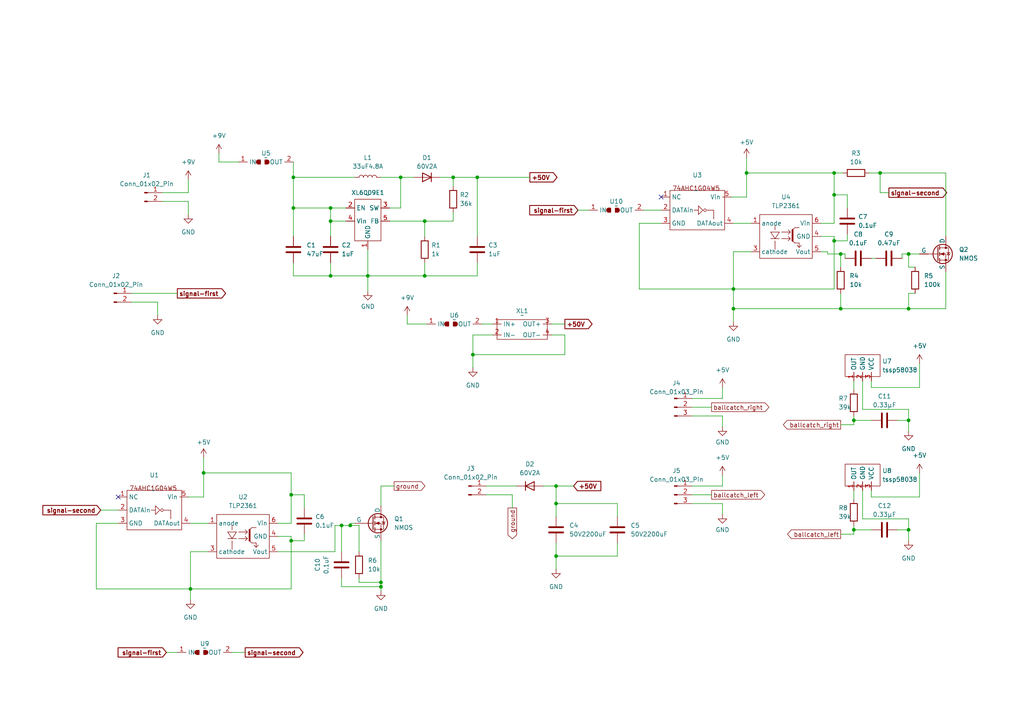
<source format=kicad_sch>
(kicad_sch
	(version 20231120)
	(generator "eeschema")
	(generator_version "8.0")
	(uuid "160d6d30-2394-43cf-b889-6b8a66be8fae")
	(paper "A4")
	(lib_symbols
		(symbol "Connector:Conn_01x02_Pin"
			(pin_names
				(offset 1.016) hide)
			(exclude_from_sim no)
			(in_bom yes)
			(on_board yes)
			(property "Reference" "J"
				(at 0 2.54 0)
				(effects
					(font
						(size 1.27 1.27)
					)
				)
			)
			(property "Value" "Conn_01x02_Pin"
				(at 0 -5.08 0)
				(effects
					(font
						(size 1.27 1.27)
					)
				)
			)
			(property "Footprint" ""
				(at 0 0 0)
				(effects
					(font
						(size 1.27 1.27)
					)
					(hide yes)
				)
			)
			(property "Datasheet" "~"
				(at 0 0 0)
				(effects
					(font
						(size 1.27 1.27)
					)
					(hide yes)
				)
			)
			(property "Description" "Generic connector, single row, 01x02, script generated"
				(at 0 0 0)
				(effects
					(font
						(size 1.27 1.27)
					)
					(hide yes)
				)
			)
			(property "ki_locked" ""
				(at 0 0 0)
				(effects
					(font
						(size 1.27 1.27)
					)
				)
			)
			(property "ki_keywords" "connector"
				(at 0 0 0)
				(effects
					(font
						(size 1.27 1.27)
					)
					(hide yes)
				)
			)
			(property "ki_fp_filters" "Connector*:*_1x??_*"
				(at 0 0 0)
				(effects
					(font
						(size 1.27 1.27)
					)
					(hide yes)
				)
			)
			(symbol "Conn_01x02_Pin_1_1"
				(polyline
					(pts
						(xy 1.27 -2.54) (xy 0.8636 -2.54)
					)
					(stroke
						(width 0.1524)
						(type default)
					)
					(fill
						(type none)
					)
				)
				(polyline
					(pts
						(xy 1.27 0) (xy 0.8636 0)
					)
					(stroke
						(width 0.1524)
						(type default)
					)
					(fill
						(type none)
					)
				)
				(rectangle
					(start 0.8636 -2.413)
					(end 0 -2.667)
					(stroke
						(width 0.1524)
						(type default)
					)
					(fill
						(type outline)
					)
				)
				(rectangle
					(start 0.8636 0.127)
					(end 0 -0.127)
					(stroke
						(width 0.1524)
						(type default)
					)
					(fill
						(type outline)
					)
				)
				(pin passive line
					(at 5.08 0 180)
					(length 3.81)
					(name "Pin_1"
						(effects
							(font
								(size 1.27 1.27)
							)
						)
					)
					(number "1"
						(effects
							(font
								(size 1.27 1.27)
							)
						)
					)
				)
				(pin passive line
					(at 5.08 -2.54 180)
					(length 3.81)
					(name "Pin_2"
						(effects
							(font
								(size 1.27 1.27)
							)
						)
					)
					(number "2"
						(effects
							(font
								(size 1.27 1.27)
							)
						)
					)
				)
			)
		)
		(symbol "Connector:Conn_01x03_Pin"
			(pin_names
				(offset 1.016) hide)
			(exclude_from_sim no)
			(in_bom yes)
			(on_board yes)
			(property "Reference" "J"
				(at 0 5.08 0)
				(effects
					(font
						(size 1.27 1.27)
					)
				)
			)
			(property "Value" "Conn_01x03_Pin"
				(at 0 -5.08 0)
				(effects
					(font
						(size 1.27 1.27)
					)
				)
			)
			(property "Footprint" ""
				(at 0 0 0)
				(effects
					(font
						(size 1.27 1.27)
					)
					(hide yes)
				)
			)
			(property "Datasheet" "~"
				(at 0 0 0)
				(effects
					(font
						(size 1.27 1.27)
					)
					(hide yes)
				)
			)
			(property "Description" "Generic connector, single row, 01x03, script generated"
				(at 0 0 0)
				(effects
					(font
						(size 1.27 1.27)
					)
					(hide yes)
				)
			)
			(property "ki_locked" ""
				(at 0 0 0)
				(effects
					(font
						(size 1.27 1.27)
					)
				)
			)
			(property "ki_keywords" "connector"
				(at 0 0 0)
				(effects
					(font
						(size 1.27 1.27)
					)
					(hide yes)
				)
			)
			(property "ki_fp_filters" "Connector*:*_1x??_*"
				(at 0 0 0)
				(effects
					(font
						(size 1.27 1.27)
					)
					(hide yes)
				)
			)
			(symbol "Conn_01x03_Pin_1_1"
				(polyline
					(pts
						(xy 1.27 -2.54) (xy 0.8636 -2.54)
					)
					(stroke
						(width 0.1524)
						(type default)
					)
					(fill
						(type none)
					)
				)
				(polyline
					(pts
						(xy 1.27 0) (xy 0.8636 0)
					)
					(stroke
						(width 0.1524)
						(type default)
					)
					(fill
						(type none)
					)
				)
				(polyline
					(pts
						(xy 1.27 2.54) (xy 0.8636 2.54)
					)
					(stroke
						(width 0.1524)
						(type default)
					)
					(fill
						(type none)
					)
				)
				(rectangle
					(start 0.8636 -2.413)
					(end 0 -2.667)
					(stroke
						(width 0.1524)
						(type default)
					)
					(fill
						(type outline)
					)
				)
				(rectangle
					(start 0.8636 0.127)
					(end 0 -0.127)
					(stroke
						(width 0.1524)
						(type default)
					)
					(fill
						(type outline)
					)
				)
				(rectangle
					(start 0.8636 2.667)
					(end 0 2.413)
					(stroke
						(width 0.1524)
						(type default)
					)
					(fill
						(type outline)
					)
				)
				(pin passive line
					(at 5.08 2.54 180)
					(length 3.81)
					(name "Pin_1"
						(effects
							(font
								(size 1.27 1.27)
							)
						)
					)
					(number "1"
						(effects
							(font
								(size 1.27 1.27)
							)
						)
					)
				)
				(pin passive line
					(at 5.08 0 180)
					(length 3.81)
					(name "Pin_2"
						(effects
							(font
								(size 1.27 1.27)
							)
						)
					)
					(number "2"
						(effects
							(font
								(size 1.27 1.27)
							)
						)
					)
				)
				(pin passive line
					(at 5.08 -2.54 180)
					(length 3.81)
					(name "Pin_3"
						(effects
							(font
								(size 1.27 1.27)
							)
						)
					)
					(number "3"
						(effects
							(font
								(size 1.27 1.27)
							)
						)
					)
				)
			)
		)
		(symbol "Device:C"
			(pin_numbers hide)
			(pin_names
				(offset 0.254)
			)
			(exclude_from_sim no)
			(in_bom yes)
			(on_board yes)
			(property "Reference" "C"
				(at 0.635 2.54 0)
				(effects
					(font
						(size 1.27 1.27)
					)
					(justify left)
				)
			)
			(property "Value" "C"
				(at 0.635 -2.54 0)
				(effects
					(font
						(size 1.27 1.27)
					)
					(justify left)
				)
			)
			(property "Footprint" ""
				(at 0.9652 -3.81 0)
				(effects
					(font
						(size 1.27 1.27)
					)
					(hide yes)
				)
			)
			(property "Datasheet" "~"
				(at 0 0 0)
				(effects
					(font
						(size 1.27 1.27)
					)
					(hide yes)
				)
			)
			(property "Description" "Unpolarized capacitor"
				(at 0 0 0)
				(effects
					(font
						(size 1.27 1.27)
					)
					(hide yes)
				)
			)
			(property "ki_keywords" "cap capacitor"
				(at 0 0 0)
				(effects
					(font
						(size 1.27 1.27)
					)
					(hide yes)
				)
			)
			(property "ki_fp_filters" "C_*"
				(at 0 0 0)
				(effects
					(font
						(size 1.27 1.27)
					)
					(hide yes)
				)
			)
			(symbol "C_0_1"
				(polyline
					(pts
						(xy -2.032 -0.762) (xy 2.032 -0.762)
					)
					(stroke
						(width 0.508)
						(type default)
					)
					(fill
						(type none)
					)
				)
				(polyline
					(pts
						(xy -2.032 0.762) (xy 2.032 0.762)
					)
					(stroke
						(width 0.508)
						(type default)
					)
					(fill
						(type none)
					)
				)
			)
			(symbol "C_1_1"
				(pin passive line
					(at 0 3.81 270)
					(length 2.794)
					(name "~"
						(effects
							(font
								(size 1.27 1.27)
							)
						)
					)
					(number "1"
						(effects
							(font
								(size 1.27 1.27)
							)
						)
					)
				)
				(pin passive line
					(at 0 -3.81 90)
					(length 2.794)
					(name "~"
						(effects
							(font
								(size 1.27 1.27)
							)
						)
					)
					(number "2"
						(effects
							(font
								(size 1.27 1.27)
							)
						)
					)
				)
			)
		)
		(symbol "Device:D"
			(pin_numbers hide)
			(pin_names
				(offset 1.016) hide)
			(exclude_from_sim no)
			(in_bom yes)
			(on_board yes)
			(property "Reference" "D"
				(at 0 2.54 0)
				(effects
					(font
						(size 1.27 1.27)
					)
				)
			)
			(property "Value" "D"
				(at 0 -2.54 0)
				(effects
					(font
						(size 1.27 1.27)
					)
				)
			)
			(property "Footprint" ""
				(at 0 0 0)
				(effects
					(font
						(size 1.27 1.27)
					)
					(hide yes)
				)
			)
			(property "Datasheet" "~"
				(at 0 0 0)
				(effects
					(font
						(size 1.27 1.27)
					)
					(hide yes)
				)
			)
			(property "Description" "Diode"
				(at 0 0 0)
				(effects
					(font
						(size 1.27 1.27)
					)
					(hide yes)
				)
			)
			(property "Sim.Device" "D"
				(at 0 0 0)
				(effects
					(font
						(size 1.27 1.27)
					)
					(hide yes)
				)
			)
			(property "Sim.Pins" "1=K 2=A"
				(at 0 0 0)
				(effects
					(font
						(size 1.27 1.27)
					)
					(hide yes)
				)
			)
			(property "ki_keywords" "diode"
				(at 0 0 0)
				(effects
					(font
						(size 1.27 1.27)
					)
					(hide yes)
				)
			)
			(property "ki_fp_filters" "TO-???* *_Diode_* *SingleDiode* D_*"
				(at 0 0 0)
				(effects
					(font
						(size 1.27 1.27)
					)
					(hide yes)
				)
			)
			(symbol "D_0_1"
				(polyline
					(pts
						(xy -1.27 1.27) (xy -1.27 -1.27)
					)
					(stroke
						(width 0.254)
						(type default)
					)
					(fill
						(type none)
					)
				)
				(polyline
					(pts
						(xy 1.27 0) (xy -1.27 0)
					)
					(stroke
						(width 0)
						(type default)
					)
					(fill
						(type none)
					)
				)
				(polyline
					(pts
						(xy 1.27 1.27) (xy 1.27 -1.27) (xy -1.27 0) (xy 1.27 1.27)
					)
					(stroke
						(width 0.254)
						(type default)
					)
					(fill
						(type none)
					)
				)
			)
			(symbol "D_1_1"
				(pin passive line
					(at -3.81 0 0)
					(length 2.54)
					(name "K"
						(effects
							(font
								(size 1.27 1.27)
							)
						)
					)
					(number "1"
						(effects
							(font
								(size 1.27 1.27)
							)
						)
					)
				)
				(pin passive line
					(at 3.81 0 180)
					(length 2.54)
					(name "A"
						(effects
							(font
								(size 1.27 1.27)
							)
						)
					)
					(number "2"
						(effects
							(font
								(size 1.27 1.27)
							)
						)
					)
				)
			)
		)
		(symbol "Device:L"
			(pin_numbers hide)
			(pin_names
				(offset 1.016) hide)
			(exclude_from_sim no)
			(in_bom yes)
			(on_board yes)
			(property "Reference" "L"
				(at -1.27 0 90)
				(effects
					(font
						(size 1.27 1.27)
					)
				)
			)
			(property "Value" "L"
				(at 1.905 0 90)
				(effects
					(font
						(size 1.27 1.27)
					)
				)
			)
			(property "Footprint" ""
				(at 0 0 0)
				(effects
					(font
						(size 1.27 1.27)
					)
					(hide yes)
				)
			)
			(property "Datasheet" "~"
				(at 0 0 0)
				(effects
					(font
						(size 1.27 1.27)
					)
					(hide yes)
				)
			)
			(property "Description" "Inductor"
				(at 0 0 0)
				(effects
					(font
						(size 1.27 1.27)
					)
					(hide yes)
				)
			)
			(property "ki_keywords" "inductor choke coil reactor magnetic"
				(at 0 0 0)
				(effects
					(font
						(size 1.27 1.27)
					)
					(hide yes)
				)
			)
			(property "ki_fp_filters" "Choke_* *Coil* Inductor_* L_*"
				(at 0 0 0)
				(effects
					(font
						(size 1.27 1.27)
					)
					(hide yes)
				)
			)
			(symbol "L_0_1"
				(arc
					(start 0 -2.54)
					(mid 0.6323 -1.905)
					(end 0 -1.27)
					(stroke
						(width 0)
						(type default)
					)
					(fill
						(type none)
					)
				)
				(arc
					(start 0 -1.27)
					(mid 0.6323 -0.635)
					(end 0 0)
					(stroke
						(width 0)
						(type default)
					)
					(fill
						(type none)
					)
				)
				(arc
					(start 0 0)
					(mid 0.6323 0.635)
					(end 0 1.27)
					(stroke
						(width 0)
						(type default)
					)
					(fill
						(type none)
					)
				)
				(arc
					(start 0 1.27)
					(mid 0.6323 1.905)
					(end 0 2.54)
					(stroke
						(width 0)
						(type default)
					)
					(fill
						(type none)
					)
				)
			)
			(symbol "L_1_1"
				(pin passive line
					(at 0 3.81 270)
					(length 1.27)
					(name "1"
						(effects
							(font
								(size 1.27 1.27)
							)
						)
					)
					(number "1"
						(effects
							(font
								(size 1.27 1.27)
							)
						)
					)
				)
				(pin passive line
					(at 0 -3.81 90)
					(length 1.27)
					(name "2"
						(effects
							(font
								(size 1.27 1.27)
							)
						)
					)
					(number "2"
						(effects
							(font
								(size 1.27 1.27)
							)
						)
					)
				)
			)
		)
		(symbol "Device:R"
			(pin_numbers hide)
			(pin_names
				(offset 0)
			)
			(exclude_from_sim no)
			(in_bom yes)
			(on_board yes)
			(property "Reference" "R"
				(at 2.032 0 90)
				(effects
					(font
						(size 1.27 1.27)
					)
				)
			)
			(property "Value" "R"
				(at 0 0 90)
				(effects
					(font
						(size 1.27 1.27)
					)
				)
			)
			(property "Footprint" ""
				(at -1.778 0 90)
				(effects
					(font
						(size 1.27 1.27)
					)
					(hide yes)
				)
			)
			(property "Datasheet" "~"
				(at 0 0 0)
				(effects
					(font
						(size 1.27 1.27)
					)
					(hide yes)
				)
			)
			(property "Description" "Resistor"
				(at 0 0 0)
				(effects
					(font
						(size 1.27 1.27)
					)
					(hide yes)
				)
			)
			(property "ki_keywords" "R res resistor"
				(at 0 0 0)
				(effects
					(font
						(size 1.27 1.27)
					)
					(hide yes)
				)
			)
			(property "ki_fp_filters" "R_*"
				(at 0 0 0)
				(effects
					(font
						(size 1.27 1.27)
					)
					(hide yes)
				)
			)
			(symbol "R_0_1"
				(rectangle
					(start -1.016 -2.54)
					(end 1.016 2.54)
					(stroke
						(width 0.254)
						(type default)
					)
					(fill
						(type none)
					)
				)
			)
			(symbol "R_1_1"
				(pin passive line
					(at 0 3.81 270)
					(length 1.27)
					(name "~"
						(effects
							(font
								(size 1.27 1.27)
							)
						)
					)
					(number "1"
						(effects
							(font
								(size 1.27 1.27)
							)
						)
					)
				)
				(pin passive line
					(at 0 -3.81 90)
					(length 1.27)
					(name "~"
						(effects
							(font
								(size 1.27 1.27)
							)
						)
					)
					(number "2"
						(effects
							(font
								(size 1.27 1.27)
							)
						)
					)
				)
			)
		)
		(symbol "GND_1"
			(power)
			(pin_numbers hide)
			(pin_names
				(offset 0) hide)
			(exclude_from_sim no)
			(in_bom yes)
			(on_board yes)
			(property "Reference" "#PWR"
				(at 0 -6.35 0)
				(effects
					(font
						(size 1.27 1.27)
					)
					(hide yes)
				)
			)
			(property "Value" "GND"
				(at 0 -3.81 0)
				(effects
					(font
						(size 1.27 1.27)
					)
				)
			)
			(property "Footprint" ""
				(at 0 0 0)
				(effects
					(font
						(size 1.27 1.27)
					)
					(hide yes)
				)
			)
			(property "Datasheet" ""
				(at 0 0 0)
				(effects
					(font
						(size 1.27 1.27)
					)
					(hide yes)
				)
			)
			(property "Description" "Power symbol creates a global label with name \"GND\" , ground"
				(at 0 0 0)
				(effects
					(font
						(size 1.27 1.27)
					)
					(hide yes)
				)
			)
			(property "ki_keywords" "global power"
				(at 0 0 0)
				(effects
					(font
						(size 1.27 1.27)
					)
					(hide yes)
				)
			)
			(symbol "GND_1_0_1"
				(polyline
					(pts
						(xy 0 0) (xy 0 -1.27) (xy 1.27 -1.27) (xy 0 -2.54) (xy -1.27 -1.27) (xy 0 -1.27)
					)
					(stroke
						(width 0)
						(type default)
					)
					(fill
						(type none)
					)
				)
			)
			(symbol "GND_1_1_1"
				(pin power_in line
					(at 0 0 270)
					(length 0)
					(name "~"
						(effects
							(font
								(size 1.27 1.27)
							)
						)
					)
					(number "1"
						(effects
							(font
								(size 1.27 1.27)
							)
						)
					)
				)
			)
		)
		(symbol "Simulation_SPICE:NMOS"
			(pin_numbers hide)
			(pin_names
				(offset 0)
			)
			(exclude_from_sim no)
			(in_bom yes)
			(on_board yes)
			(property "Reference" "Q"
				(at 5.08 1.27 0)
				(effects
					(font
						(size 1.27 1.27)
					)
					(justify left)
				)
			)
			(property "Value" "NMOS"
				(at 5.08 -1.27 0)
				(effects
					(font
						(size 1.27 1.27)
					)
					(justify left)
				)
			)
			(property "Footprint" ""
				(at 5.08 2.54 0)
				(effects
					(font
						(size 1.27 1.27)
					)
					(hide yes)
				)
			)
			(property "Datasheet" "https://ngspice.sourceforge.io/docs/ngspice-manual.pdf"
				(at 0 -12.7 0)
				(effects
					(font
						(size 1.27 1.27)
					)
					(hide yes)
				)
			)
			(property "Description" "N-MOSFET transistor, drain/source/gate"
				(at 0 0 0)
				(effects
					(font
						(size 1.27 1.27)
					)
					(hide yes)
				)
			)
			(property "Sim.Device" "NMOS"
				(at 0 -17.145 0)
				(effects
					(font
						(size 1.27 1.27)
					)
					(hide yes)
				)
			)
			(property "Sim.Type" "VDMOS"
				(at 0 -19.05 0)
				(effects
					(font
						(size 1.27 1.27)
					)
					(hide yes)
				)
			)
			(property "Sim.Pins" "1=D 2=G 3=S"
				(at 0 -15.24 0)
				(effects
					(font
						(size 1.27 1.27)
					)
					(hide yes)
				)
			)
			(property "ki_keywords" "transistor NMOS N-MOS N-MOSFET simulation"
				(at 0 0 0)
				(effects
					(font
						(size 1.27 1.27)
					)
					(hide yes)
				)
			)
			(symbol "NMOS_0_1"
				(polyline
					(pts
						(xy 0.254 0) (xy -2.54 0)
					)
					(stroke
						(width 0)
						(type default)
					)
					(fill
						(type none)
					)
				)
				(polyline
					(pts
						(xy 0.254 1.905) (xy 0.254 -1.905)
					)
					(stroke
						(width 0.254)
						(type default)
					)
					(fill
						(type none)
					)
				)
				(polyline
					(pts
						(xy 0.762 -1.27) (xy 0.762 -2.286)
					)
					(stroke
						(width 0.254)
						(type default)
					)
					(fill
						(type none)
					)
				)
				(polyline
					(pts
						(xy 0.762 0.508) (xy 0.762 -0.508)
					)
					(stroke
						(width 0.254)
						(type default)
					)
					(fill
						(type none)
					)
				)
				(polyline
					(pts
						(xy 0.762 2.286) (xy 0.762 1.27)
					)
					(stroke
						(width 0.254)
						(type default)
					)
					(fill
						(type none)
					)
				)
				(polyline
					(pts
						(xy 2.54 2.54) (xy 2.54 1.778)
					)
					(stroke
						(width 0)
						(type default)
					)
					(fill
						(type none)
					)
				)
				(polyline
					(pts
						(xy 2.54 -2.54) (xy 2.54 0) (xy 0.762 0)
					)
					(stroke
						(width 0)
						(type default)
					)
					(fill
						(type none)
					)
				)
				(polyline
					(pts
						(xy 0.762 -1.778) (xy 3.302 -1.778) (xy 3.302 1.778) (xy 0.762 1.778)
					)
					(stroke
						(width 0)
						(type default)
					)
					(fill
						(type none)
					)
				)
				(polyline
					(pts
						(xy 1.016 0) (xy 2.032 0.381) (xy 2.032 -0.381) (xy 1.016 0)
					)
					(stroke
						(width 0)
						(type default)
					)
					(fill
						(type outline)
					)
				)
				(polyline
					(pts
						(xy 2.794 0.508) (xy 2.921 0.381) (xy 3.683 0.381) (xy 3.81 0.254)
					)
					(stroke
						(width 0)
						(type default)
					)
					(fill
						(type none)
					)
				)
				(polyline
					(pts
						(xy 3.302 0.381) (xy 2.921 -0.254) (xy 3.683 -0.254) (xy 3.302 0.381)
					)
					(stroke
						(width 0)
						(type default)
					)
					(fill
						(type none)
					)
				)
				(circle
					(center 1.651 0)
					(radius 2.794)
					(stroke
						(width 0.254)
						(type default)
					)
					(fill
						(type none)
					)
				)
				(circle
					(center 2.54 -1.778)
					(radius 0.254)
					(stroke
						(width 0)
						(type default)
					)
					(fill
						(type outline)
					)
				)
				(circle
					(center 2.54 1.778)
					(radius 0.254)
					(stroke
						(width 0)
						(type default)
					)
					(fill
						(type outline)
					)
				)
			)
			(symbol "NMOS_1_1"
				(pin passive line
					(at 2.54 5.08 270)
					(length 2.54)
					(name "D"
						(effects
							(font
								(size 1.27 1.27)
							)
						)
					)
					(number "1"
						(effects
							(font
								(size 1.27 1.27)
							)
						)
					)
				)
				(pin input line
					(at -5.08 0 0)
					(length 2.54)
					(name "G"
						(effects
							(font
								(size 1.27 1.27)
							)
						)
					)
					(number "2"
						(effects
							(font
								(size 1.27 1.27)
							)
						)
					)
				)
				(pin passive line
					(at 2.54 -5.08 90)
					(length 2.54)
					(name "S"
						(effects
							(font
								(size 1.27 1.27)
							)
						)
					)
					(number "3"
						(effects
							(font
								(size 1.27 1.27)
							)
						)
					)
				)
			)
		)
		(symbol "power:+5V"
			(power)
			(pin_names
				(offset 0)
			)
			(exclude_from_sim no)
			(in_bom yes)
			(on_board yes)
			(property "Reference" "#PWR"
				(at 0 -3.81 0)
				(effects
					(font
						(size 1.27 1.27)
					)
					(hide yes)
				)
			)
			(property "Value" "+5V"
				(at 0 3.556 0)
				(effects
					(font
						(size 1.27 1.27)
					)
				)
			)
			(property "Footprint" ""
				(at 0 0 0)
				(effects
					(font
						(size 1.27 1.27)
					)
					(hide yes)
				)
			)
			(property "Datasheet" ""
				(at 0 0 0)
				(effects
					(font
						(size 1.27 1.27)
					)
					(hide yes)
				)
			)
			(property "Description" "Power symbol creates a global label with name \"+5V\""
				(at 0 0 0)
				(effects
					(font
						(size 1.27 1.27)
					)
					(hide yes)
				)
			)
			(property "ki_keywords" "global power"
				(at 0 0 0)
				(effects
					(font
						(size 1.27 1.27)
					)
					(hide yes)
				)
			)
			(symbol "+5V_0_1"
				(polyline
					(pts
						(xy -0.762 1.27) (xy 0 2.54)
					)
					(stroke
						(width 0)
						(type default)
					)
					(fill
						(type none)
					)
				)
				(polyline
					(pts
						(xy 0 0) (xy 0 2.54)
					)
					(stroke
						(width 0)
						(type default)
					)
					(fill
						(type none)
					)
				)
				(polyline
					(pts
						(xy 0 2.54) (xy 0.762 1.27)
					)
					(stroke
						(width 0)
						(type default)
					)
					(fill
						(type none)
					)
				)
			)
			(symbol "+5V_1_1"
				(pin power_in line
					(at 0 0 90)
					(length 0) hide
					(name "+5V"
						(effects
							(font
								(size 1.27 1.27)
							)
						)
					)
					(number "1"
						(effects
							(font
								(size 1.27 1.27)
							)
						)
					)
				)
			)
		)
		(symbol "power:+9V"
			(power)
			(pin_names
				(offset 0)
			)
			(exclude_from_sim no)
			(in_bom yes)
			(on_board yes)
			(property "Reference" "#PWR"
				(at 0 -3.81 0)
				(effects
					(font
						(size 1.27 1.27)
					)
					(hide yes)
				)
			)
			(property "Value" "+9V"
				(at 0 3.556 0)
				(effects
					(font
						(size 1.27 1.27)
					)
				)
			)
			(property "Footprint" ""
				(at 0 0 0)
				(effects
					(font
						(size 1.27 1.27)
					)
					(hide yes)
				)
			)
			(property "Datasheet" ""
				(at 0 0 0)
				(effects
					(font
						(size 1.27 1.27)
					)
					(hide yes)
				)
			)
			(property "Description" "Power symbol creates a global label with name \"+9V\""
				(at 0 0 0)
				(effects
					(font
						(size 1.27 1.27)
					)
					(hide yes)
				)
			)
			(property "ki_keywords" "global power"
				(at 0 0 0)
				(effects
					(font
						(size 1.27 1.27)
					)
					(hide yes)
				)
			)
			(symbol "+9V_0_1"
				(polyline
					(pts
						(xy -0.762 1.27) (xy 0 2.54)
					)
					(stroke
						(width 0)
						(type default)
					)
					(fill
						(type none)
					)
				)
				(polyline
					(pts
						(xy 0 0) (xy 0 2.54)
					)
					(stroke
						(width 0)
						(type default)
					)
					(fill
						(type none)
					)
				)
				(polyline
					(pts
						(xy 0 2.54) (xy 0.762 1.27)
					)
					(stroke
						(width 0)
						(type default)
					)
					(fill
						(type none)
					)
				)
			)
			(symbol "+9V_1_1"
				(pin power_in line
					(at 0 0 90)
					(length 0) hide
					(name "+9V"
						(effects
							(font
								(size 1.27 1.27)
							)
						)
					)
					(number "1"
						(effects
							(font
								(size 1.27 1.27)
							)
						)
					)
				)
			)
		)
		(symbol "power:GND"
			(power)
			(pin_names
				(offset 0)
			)
			(exclude_from_sim no)
			(in_bom yes)
			(on_board yes)
			(property "Reference" "#PWR"
				(at 0 -6.35 0)
				(effects
					(font
						(size 1.27 1.27)
					)
					(hide yes)
				)
			)
			(property "Value" "GND"
				(at 0 -3.81 0)
				(effects
					(font
						(size 1.27 1.27)
					)
				)
			)
			(property "Footprint" ""
				(at 0 0 0)
				(effects
					(font
						(size 1.27 1.27)
					)
					(hide yes)
				)
			)
			(property "Datasheet" ""
				(at 0 0 0)
				(effects
					(font
						(size 1.27 1.27)
					)
					(hide yes)
				)
			)
			(property "Description" "Power symbol creates a global label with name \"GND\" , ground"
				(at 0 0 0)
				(effects
					(font
						(size 1.27 1.27)
					)
					(hide yes)
				)
			)
			(property "ki_keywords" "global power"
				(at 0 0 0)
				(effects
					(font
						(size 1.27 1.27)
					)
					(hide yes)
				)
			)
			(symbol "GND_0_1"
				(polyline
					(pts
						(xy 0 0) (xy 0 -1.27) (xy 1.27 -1.27) (xy 0 -2.54) (xy -1.27 -1.27) (xy 0 -1.27)
					)
					(stroke
						(width 0)
						(type default)
					)
					(fill
						(type none)
					)
				)
			)
			(symbol "GND_1_1"
				(pin power_in line
					(at 0 0 270)
					(length 0) hide
					(name "GND"
						(effects
							(font
								(size 1.27 1.27)
							)
						)
					)
					(number "1"
						(effects
							(font
								(size 1.27 1.27)
							)
						)
					)
				)
			)
		)
		(symbol "sunpare2023:74AHC1G04W5"
			(exclude_from_sim no)
			(in_bom yes)
			(on_board yes)
			(property "Reference" "U"
				(at 0 1.905 0)
				(effects
					(font
						(size 1.27 1.27)
					)
				)
			)
			(property "Value" ""
				(at 0 0 0)
				(effects
					(font
						(size 1.27 1.27)
					)
				)
			)
			(property "Footprint" ""
				(at 0 0 0)
				(effects
					(font
						(size 1.27 1.27)
					)
					(hide yes)
				)
			)
			(property "Datasheet" ""
				(at 0 0 0)
				(effects
					(font
						(size 1.27 1.27)
					)
					(hide yes)
				)
			)
			(property "Description" ""
				(at 0 0 0)
				(effects
					(font
						(size 1.27 1.27)
					)
					(hide yes)
				)
			)
			(symbol "74AHC1G04W5_0_1"
				(rectangle
					(start -7.62 0)
					(end 8.255 -11.43)
					(stroke
						(width 0)
						(type default)
					)
					(fill
						(type none)
					)
				)
				(polyline
					(pts
						(xy 3.175 -5.715) (xy 5.08 -5.715) (xy 5.08 -8.255)
					)
					(stroke
						(width 0)
						(type default)
					)
					(fill
						(type none)
					)
				)
				(polyline
					(pts
						(xy -0.635 -5.715) (xy 0.635 -5.715) (xy 0.635 -4.445) (xy 1.905 -5.715) (xy 0.635 -6.985) (xy 0.635 -5.715)
					)
					(stroke
						(width 0)
						(type default)
					)
					(fill
						(type none)
					)
				)
				(circle
					(center 2.54 -5.715)
					(radius 0.381)
					(stroke
						(width 0)
						(type default)
					)
					(fill
						(type none)
					)
				)
			)
			(symbol "74AHC1G04W5_1_1"
				(text "74AHC1G04W5"
					(at 0 0.635 0)
					(effects
						(font
							(size 1.27 1.27)
						)
					)
				)
				(pin passive line
					(at -10.16 -1.905 0)
					(length 2.54)
					(name "NC"
						(effects
							(font
								(size 1.27 1.27)
							)
						)
					)
					(number "1"
						(effects
							(font
								(size 1.27 1.27)
							)
						)
					)
				)
				(pin passive line
					(at -10.16 -5.715 0)
					(length 2.54)
					(name "DATAin"
						(effects
							(font
								(size 1.27 1.27)
							)
						)
					)
					(number "2"
						(effects
							(font
								(size 1.27 1.27)
							)
						)
					)
				)
				(pin passive line
					(at -10.16 -9.525 0)
					(length 2.54)
					(name "GND"
						(effects
							(font
								(size 1.27 1.27)
							)
						)
					)
					(number "3"
						(effects
							(font
								(size 1.27 1.27)
							)
						)
					)
				)
				(pin passive line
					(at 10.795 -9.525 180)
					(length 2.54)
					(name "DATAout"
						(effects
							(font
								(size 1.27 1.27)
							)
						)
					)
					(number "4"
						(effects
							(font
								(size 1.27 1.27)
							)
						)
					)
				)
				(pin passive line
					(at 10.16 -1.905 180)
					(length 2.54)
					(name "Vin"
						(effects
							(font
								(size 1.27 1.27)
							)
						)
					)
					(number "5"
						(effects
							(font
								(size 1.27 1.27)
							)
						)
					)
				)
			)
		)
		(symbol "sunpare2023:TLP2361"
			(exclude_from_sim no)
			(in_bom yes)
			(on_board yes)
			(property "Reference" "U"
				(at 0 3.175 0)
				(effects
					(font
						(size 1.27 1.27)
					)
				)
			)
			(property "Value" "TLP2361"
				(at 0 3.175 0)
				(effects
					(font
						(size 1.27 1.27)
					)
				)
			)
			(property "Footprint" ""
				(at 0 3.175 0)
				(effects
					(font
						(size 1.27 1.27)
					)
					(hide yes)
				)
			)
			(property "Datasheet" ""
				(at 0 3.175 0)
				(effects
					(font
						(size 1.27 1.27)
					)
					(hide yes)
				)
			)
			(property "Description" ""
				(at 0 0 0)
				(effects
					(font
						(size 1.27 1.27)
					)
					(hide yes)
				)
			)
			(symbol "TLP2361_0_1"
				(polyline
					(pts
						(xy -4.445 -5.715) (xy -1.905 -5.715)
					)
					(stroke
						(width 0)
						(type default)
					)
					(fill
						(type none)
					)
				)
				(polyline
					(pts
						(xy -3.175 -8.89) (xy -3.175 -6.985)
					)
					(stroke
						(width 0)
						(type default)
					)
					(fill
						(type none)
					)
				)
				(polyline
					(pts
						(xy 1.905 -6.35) (xy 2.54 -6.985)
					)
					(stroke
						(width 0)
						(type default)
					)
					(fill
						(type none)
					)
				)
				(polyline
					(pts
						(xy 1.905 -3.175) (xy 2.54 -2.54)
					)
					(stroke
						(width 0)
						(type default)
					)
					(fill
						(type none)
					)
				)
				(polyline
					(pts
						(xy 2.54 -6.985) (xy 3.81 -6.985)
					)
					(stroke
						(width 0)
						(type default)
					)
					(fill
						(type none)
					)
				)
				(polyline
					(pts
						(xy 3.81 -8.255) (xy 3.175 -7.62)
					)
					(stroke
						(width 0)
						(type default)
					)
					(fill
						(type none)
					)
				)
				(polyline
					(pts
						(xy 3.81 -8.255) (xy 4.445 -7.62)
					)
					(stroke
						(width 0)
						(type default)
					)
					(fill
						(type none)
					)
				)
				(polyline
					(pts
						(xy 3.81 -6.985) (xy 3.81 -8.255)
					)
					(stroke
						(width 0)
						(type default)
					)
					(fill
						(type none)
					)
				)
				(polyline
					(pts
						(xy 3.81 -2.54) (xy 2.54 -2.54)
					)
					(stroke
						(width 0)
						(type default)
					)
					(fill
						(type none)
					)
				)
				(polyline
					(pts
						(xy -4.445 -3.81) (xy -1.905 -3.81) (xy -3.175 -5.715) (xy -4.445 -3.81)
					)
					(stroke
						(width 0)
						(type default)
					)
					(fill
						(type none)
					)
				)
			)
			(symbol "TLP2361_1_1"
				(rectangle
					(start -7.62 1.27)
					(end 7.62 -11.43)
					(stroke
						(width 0)
						(type default)
					)
					(fill
						(type none)
					)
				)
				(polyline
					(pts
						(xy -3.175 -6.985) (xy -3.175 -6.35)
					)
					(stroke
						(width 0)
						(type default)
					)
					(fill
						(type none)
					)
				)
				(polyline
					(pts
						(xy -3.175 -1.905) (xy -3.175 -3.175)
					)
					(stroke
						(width 0)
						(type default)
					)
					(fill
						(type none)
					)
				)
				(polyline
					(pts
						(xy 1.27 -5.715) (xy 0.635 -5.08)
					)
					(stroke
						(width 0)
						(type default)
					)
					(fill
						(type none)
					)
				)
				(polyline
					(pts
						(xy 1.27 -3.81) (xy 0.635 -3.175)
					)
					(stroke
						(width 0)
						(type default)
					)
					(fill
						(type none)
					)
				)
				(polyline
					(pts
						(xy 1.905 -3.175) (xy 1.905 -6.35)
					)
					(stroke
						(width 0.5)
						(type default)
					)
					(fill
						(type none)
					)
				)
				(polyline
					(pts
						(xy -1.27 -5.715) (xy 1.27 -5.715) (xy 0.635 -6.35)
					)
					(stroke
						(width 0)
						(type default)
					)
					(fill
						(type none)
					)
				)
				(polyline
					(pts
						(xy -1.27 -3.81) (xy 1.27 -3.81) (xy 0.635 -4.445)
					)
					(stroke
						(width 0)
						(type default)
					)
					(fill
						(type none)
					)
				)
				(pin passive line
					(at -10.16 -1.27 0)
					(length 2.54)
					(name "anode"
						(effects
							(font
								(size 1.27 1.27)
							)
						)
					)
					(number "1"
						(effects
							(font
								(size 1.27 1.27)
							)
						)
					)
				)
				(pin passive line
					(at -10.16 -9.525 0)
					(length 2.54)
					(name "cathode"
						(effects
							(font
								(size 1.27 1.27)
							)
						)
					)
					(number "3"
						(effects
							(font
								(size 1.27 1.27)
							)
						)
					)
				)
				(pin passive line
					(at 10.16 -5.08 180)
					(length 2.54)
					(name "GND"
						(effects
							(font
								(size 1.27 1.27)
							)
						)
					)
					(number "4"
						(effects
							(font
								(size 1.27 1.27)
							)
						)
					)
				)
				(pin passive line
					(at 10.16 -9.525 180)
					(length 2.54)
					(name "Vout"
						(effects
							(font
								(size 1.27 1.27)
							)
						)
					)
					(number "5"
						(effects
							(font
								(size 1.27 1.27)
							)
						)
					)
				)
				(pin passive line
					(at 10.16 -1.27 180)
					(length 2.54)
					(name "Vin"
						(effects
							(font
								(size 1.27 1.27)
							)
						)
					)
					(number "6"
						(effects
							(font
								(size 1.27 1.27)
							)
						)
					)
				)
			)
		)
		(symbol "sunpare2023:XL6009"
			(exclude_from_sim no)
			(in_bom yes)
			(on_board yes)
			(property "Reference" "XL6009"
				(at 0 1.27 0)
				(effects
					(font
						(size 1.27 1.27)
					)
				)
			)
			(property "Value" ""
				(at -0.635 0 0)
				(effects
					(font
						(size 1.27 1.27)
					)
				)
			)
			(property "Footprint" ""
				(at -0.635 0 0)
				(effects
					(font
						(size 1.27 1.27)
					)
					(hide yes)
				)
			)
			(property "Datasheet" ""
				(at -0.635 0 0)
				(effects
					(font
						(size 1.27 1.27)
					)
					(hide yes)
				)
			)
			(property "Description" ""
				(at 0 0 0)
				(effects
					(font
						(size 1.27 1.27)
					)
					(hide yes)
				)
			)
			(symbol "XL6009_0_1"
				(rectangle
					(start -6.985 0)
					(end 7.62 -5.715)
					(stroke
						(width 0)
						(type default)
					)
					(fill
						(type none)
					)
				)
			)
			(symbol "XL6009_1_1"
				(pin passive line
					(at -8.255 -1.27 0)
					(length 2.54)
					(name "IN+"
						(effects
							(font
								(size 1.27 1.27)
							)
						)
					)
					(number "1"
						(effects
							(font
								(size 1.27 1.27)
							)
						)
					)
				)
				(pin passive line
					(at -8.255 -4.445 0)
					(length 2.54)
					(name "IN-"
						(effects
							(font
								(size 1.27 1.27)
							)
						)
					)
					(number "2"
						(effects
							(font
								(size 1.27 1.27)
							)
						)
					)
				)
				(pin passive line
					(at 8.89 -1.27 180)
					(length 2.54)
					(name "OUT+"
						(effects
							(font
								(size 1.27 1.27)
							)
						)
					)
					(number "3"
						(effects
							(font
								(size 1.27 1.27)
							)
						)
					)
				)
				(pin passive line
					(at 8.89 -4.445 180)
					(length 2.54)
					(name "OUT-"
						(effects
							(font
								(size 1.27 1.27)
							)
						)
					)
					(number "4"
						(effects
							(font
								(size 1.27 1.27)
							)
						)
					)
				)
			)
		)
		(symbol "sunpare2023:XL6009E1"
			(exclude_from_sim no)
			(in_bom yes)
			(on_board yes)
			(property "Reference" "XL6009E1"
				(at 0 0.635 0)
				(effects
					(font
						(size 1.27 1.27)
					)
				)
			)
			(property "Value" ""
				(at 0 0 0)
				(effects
					(font
						(size 1.27 1.27)
					)
				)
			)
			(property "Footprint" ""
				(at 0 0 0)
				(effects
					(font
						(size 1.27 1.27)
					)
					(hide yes)
				)
			)
			(property "Datasheet" ""
				(at 0 0 0)
				(effects
					(font
						(size 1.27 1.27)
					)
					(hide yes)
				)
			)
			(property "Description" ""
				(at 0 0 0)
				(effects
					(font
						(size 1.27 1.27)
					)
					(hide yes)
				)
			)
			(symbol "XL6009E1_0_1"
				(rectangle
					(start -3.81 -1.27)
					(end 3.81 -13.335)
					(stroke
						(width 0)
						(type default)
					)
					(fill
						(type none)
					)
				)
			)
			(symbol "XL6009E1_1_1"
				(pin passive line
					(at 0 -15.875 90)
					(length 2.54)
					(name "GND"
						(effects
							(font
								(size 1.27 1.27)
							)
						)
					)
					(number "1"
						(effects
							(font
								(size 1.27 1.27)
							)
						)
					)
				)
				(pin passive line
					(at -6.35 -3.81 0)
					(length 2.54)
					(name "EN"
						(effects
							(font
								(size 1.27 1.27)
							)
						)
					)
					(number "2"
						(effects
							(font
								(size 1.27 1.27)
							)
						)
					)
				)
				(pin passive line
					(at 6.35 -3.81 180)
					(length 2.54)
					(name "SW"
						(effects
							(font
								(size 1.27 1.27)
							)
						)
					)
					(number "3"
						(effects
							(font
								(size 1.27 1.27)
							)
						)
					)
				)
				(pin passive line
					(at -6.35 -7.62 0)
					(length 2.54)
					(name "Vin"
						(effects
							(font
								(size 1.27 1.27)
							)
						)
					)
					(number "4"
						(effects
							(font
								(size 1.27 1.27)
							)
						)
					)
				)
				(pin passive line
					(at 6.35 -7.62 180)
					(length 2.54)
					(name "FB"
						(effects
							(font
								(size 1.27 1.27)
							)
						)
					)
					(number "5"
						(effects
							(font
								(size 1.27 1.27)
							)
						)
					)
				)
			)
		)
		(symbol "sunpare2023:pad"
			(exclude_from_sim no)
			(in_bom yes)
			(on_board yes)
			(property "Reference" "U"
				(at 0 2.032 0)
				(effects
					(font
						(size 1.27 1.27)
					)
				)
			)
			(property "Value" ""
				(at -0.635 1.27 0)
				(effects
					(font
						(size 1.27 1.27)
					)
				)
			)
			(property "Footprint" ""
				(at -0.635 1.27 0)
				(effects
					(font
						(size 1.27 1.27)
					)
					(hide yes)
				)
			)
			(property "Datasheet" ""
				(at -0.635 1.27 0)
				(effects
					(font
						(size 1.27 1.27)
					)
					(hide yes)
				)
			)
			(property "Description" ""
				(at 0 0 0)
				(effects
					(font
						(size 1.27 1.27)
					)
					(hide yes)
				)
			)
			(symbol "pad_1_1"
				(circle
					(center -1.27 0)
					(radius 0.635)
					(stroke
						(width 0)
						(type default)
					)
					(fill
						(type outline)
					)
				)
				(rectangle
					(start -1.27 0.635)
					(end -0.635 -0.635)
					(stroke
						(width 0)
						(type default)
					)
					(fill
						(type outline)
					)
				)
				(rectangle
					(start 0.635 0.635)
					(end 1.27 -0.635)
					(stroke
						(width 0)
						(type default)
					)
					(fill
						(type outline)
					)
				)
				(circle
					(center 1.27 0)
					(radius 0.635)
					(stroke
						(width 0)
						(type default)
					)
					(fill
						(type outline)
					)
				)
				(pin input line
					(at -6.985 0 0)
					(length 2.54)
					(name "IN"
						(effects
							(font
								(size 1.27 1.27)
							)
						)
					)
					(number "1"
						(effects
							(font
								(size 1.27 1.27)
							)
						)
					)
				)
				(pin output line
					(at 8.89 0 180)
					(length 2.54)
					(name "OUT"
						(effects
							(font
								(size 1.27 1.27)
							)
						)
					)
					(number "2"
						(effects
							(font
								(size 1.27 1.27)
							)
						)
					)
				)
			)
		)
		(symbol "sunpare2023:tssp58038"
			(exclude_from_sim no)
			(in_bom yes)
			(on_board yes)
			(property "Reference" "U"
				(at 0 3.175 0)
				(effects
					(font
						(size 1.27 1.27)
					)
				)
			)
			(property "Value" "tssp58038"
				(at 0 1.27 0)
				(effects
					(font
						(size 1.27 1.27)
					)
				)
			)
			(property "Footprint" ""
				(at 0 0 0)
				(effects
					(font
						(size 1.27 1.27)
					)
					(hide yes)
				)
			)
			(property "Datasheet" ""
				(at 0 0 0)
				(effects
					(font
						(size 1.27 1.27)
					)
					(hide yes)
				)
			)
			(property "Description" ""
				(at 0 0 0)
				(effects
					(font
						(size 1.27 1.27)
					)
					(hide yes)
				)
			)
			(symbol "tssp58038_0_1"
				(rectangle
					(start -5.08 0)
					(end 5.08 -6.35)
					(stroke
						(width 0)
						(type default)
					)
					(fill
						(type none)
					)
				)
			)
			(symbol "tssp58038_1_1"
				(pin passive line
					(at -2.54 -7.62 90)
					(length 2.54)
					(name "OUT"
						(effects
							(font
								(size 1.27 1.27)
							)
						)
					)
					(number "1"
						(effects
							(font
								(size 1.27 1.27)
							)
						)
					)
				)
				(pin passive line
					(at 0 -7.62 90)
					(length 2.54)
					(name "GND"
						(effects
							(font
								(size 1.27 1.27)
							)
						)
					)
					(number "2"
						(effects
							(font
								(size 1.27 1.27)
							)
						)
					)
				)
				(pin passive line
					(at 2.54 -7.62 90)
					(length 2.54)
					(name "VCC"
						(effects
							(font
								(size 1.27 1.27)
							)
						)
					)
					(number "3"
						(effects
							(font
								(size 1.27 1.27)
							)
						)
					)
				)
			)
		)
	)
	(junction
		(at 55.245 170.815)
		(diameter 0)
		(color 0 0 0 0)
		(uuid "0053d2db-0ae0-42ad-9418-5542866c6553")
	)
	(junction
		(at 247.65 121.92)
		(diameter 0)
		(color 0 0 0 0)
		(uuid "0b9dea91-8f00-4a79-862e-5ed54f727825")
	)
	(junction
		(at 216.535 50.165)
		(diameter 0)
		(color 0 0 0 0)
		(uuid "0edff3f4-fcd2-4136-8bce-f88b5ab15e2b")
	)
	(junction
		(at 85.09 60.325)
		(diameter 0)
		(color 0 0 0 0)
		(uuid "12b06c99-956c-40bf-9eb2-c4193a5b58fc")
	)
	(junction
		(at 138.43 51.435)
		(diameter 0)
		(color 0 0 0 0)
		(uuid "169529a2-20d1-4a70-a978-7b680cead60d")
	)
	(junction
		(at 241.935 56.515)
		(diameter 0)
		(color 0 0 0 0)
		(uuid "1c9ad61e-4fe8-459c-9d68-39655176cabb")
	)
	(junction
		(at 263.525 121.92)
		(diameter 0)
		(color 0 0 0 0)
		(uuid "1da98b45-fdc0-40fc-a5bd-5ebaab1b052c")
	)
	(junction
		(at 84.455 156.845)
		(diameter 0)
		(color 0 0 0 0)
		(uuid "1ddd5f7e-fbe7-43d5-84dd-33cd140fc732")
	)
	(junction
		(at 243.84 73.66)
		(diameter 0)
		(color 0 0 0 0)
		(uuid "230412dd-cd82-4f72-a6ba-9aac1f2cc08e")
	)
	(junction
		(at 131.445 51.435)
		(diameter 0)
		(color 0 0 0 0)
		(uuid "319f4eb9-8ee9-4485-a630-1f29ae47d73a")
	)
	(junction
		(at 255.27 50.165)
		(diameter 0)
		(color 0 0 0 0)
		(uuid "39af785b-b266-41cd-bfb4-93ba84fecf69")
	)
	(junction
		(at 123.19 80.01)
		(diameter 0)
		(color 0 0 0 0)
		(uuid "3a46d65c-9ba0-4437-ad03-86233aa906cf")
	)
	(junction
		(at 106.68 80.01)
		(diameter 0)
		(color 0 0 0 0)
		(uuid "4789c106-3027-4bc5-a005-4d7c91746e2c")
	)
	(junction
		(at 116.205 51.435)
		(diameter 0)
		(color 0 0 0 0)
		(uuid "4ca4c39e-77ed-42ca-b0b9-2856a5933e07")
	)
	(junction
		(at 110.49 168.91)
		(diameter 0)
		(color 0 0 0 0)
		(uuid "4f24e551-8549-41eb-a87d-c3ae4774ae75")
	)
	(junction
		(at 99.06 152.4)
		(diameter 0)
		(color 0 0 0 0)
		(uuid "5ae91d1e-245d-4392-be2a-b3ef15a73c50")
	)
	(junction
		(at 161.29 161.29)
		(diameter 0)
		(color 0 0 0 0)
		(uuid "5c54091b-d986-4f49-b686-28943c35e92d")
	)
	(junction
		(at 101.6 152.4)
		(diameter 0)
		(color 0 0 0 0)
		(uuid "6de59917-5bc4-460b-bae0-da966fdcdc2f")
	)
	(junction
		(at 123.19 64.135)
		(diameter 0)
		(color 0 0 0 0)
		(uuid "781ef1f3-180c-4e72-99d5-da12b7781808")
	)
	(junction
		(at 212.725 89.535)
		(diameter 0)
		(color 0 0 0 0)
		(uuid "80a33994-2f87-42d0-ac79-373248dec96c")
	)
	(junction
		(at 247.65 153.67)
		(diameter 0)
		(color 0 0 0 0)
		(uuid "84121608-8be3-4146-92ea-adcaa196adaf")
	)
	(junction
		(at 241.935 50.165)
		(diameter 0)
		(color 0 0 0 0)
		(uuid "88a3cc1a-7a63-4202-80d7-1b212e6720d9")
	)
	(junction
		(at 84.455 143.51)
		(diameter 0)
		(color 0 0 0 0)
		(uuid "8c7a0419-b035-43c5-a30b-3e701e8ff24d")
	)
	(junction
		(at 161.29 146.05)
		(diameter 0)
		(color 0 0 0 0)
		(uuid "8d85f6d2-8014-49aa-bece-9d33af0d192b")
	)
	(junction
		(at 243.84 89.535)
		(diameter 0)
		(color 0 0 0 0)
		(uuid "8e9d3c2f-67af-466e-9dbb-5398408fb63a")
	)
	(junction
		(at 95.885 80.01)
		(diameter 0)
		(color 0 0 0 0)
		(uuid "8f9df49d-344a-4ed6-8e30-1f43785648cb")
	)
	(junction
		(at 212.725 83.82)
		(diameter 0)
		(color 0 0 0 0)
		(uuid "9c5a8000-987a-4ed2-92b8-7fbcb734fa1e")
	)
	(junction
		(at 85.09 51.435)
		(diameter 0)
		(color 0 0 0 0)
		(uuid "a28dae71-6cfb-4ffb-8568-6d7c4e2f0660")
	)
	(junction
		(at 263.525 89.535)
		(diameter 0)
		(color 0 0 0 0)
		(uuid "a332f8b0-815e-4565-8967-c02abc20aeea")
	)
	(junction
		(at 161.29 140.97)
		(diameter 0)
		(color 0 0 0 0)
		(uuid "a7bf9f41-6702-4dc3-a269-face88b36b02")
	)
	(junction
		(at 263.525 153.67)
		(diameter 0)
		(color 0 0 0 0)
		(uuid "ae50daa9-5512-4e03-9dc9-f2857a65ec27")
	)
	(junction
		(at 59.055 137.16)
		(diameter 0)
		(color 0 0 0 0)
		(uuid "b55a818d-b64c-44e5-aae0-ceea07bfe38e")
	)
	(junction
		(at 137.16 102.87)
		(diameter 0)
		(color 0 0 0 0)
		(uuid "b97b4b14-3c4f-4e8f-b214-c1aed7a473a7")
	)
	(junction
		(at 110.49 170.18)
		(diameter 0)
		(color 0 0 0 0)
		(uuid "c23061c3-e160-4351-b213-36433e741746")
	)
	(junction
		(at 241.935 69.85)
		(diameter 0)
		(color 0 0 0 0)
		(uuid "ca06004f-4ccf-4feb-9887-92528644d6e6")
	)
	(junction
		(at 263.525 73.66)
		(diameter 0)
		(color 0 0 0 0)
		(uuid "eb62b2f4-a470-4b25-b4c6-8c88aa0b901d")
	)
	(junction
		(at 95.885 60.325)
		(diameter 0)
		(color 0 0 0 0)
		(uuid "f7423dd3-9aa0-45d2-903b-0a0f1340d0b2")
	)
	(junction
		(at 95.885 64.135)
		(diameter 0)
		(color 0 0 0 0)
		(uuid "f976ce9f-e062-4544-a83e-e1fdaede910d")
	)
	(no_connect
		(at 34.29 144.145)
		(uuid "4bb730bf-9b33-42da-894a-d80084da638c")
	)
	(no_connect
		(at 191.77 57.15)
		(uuid "a8013cb9-d50e-4948-b220-42af04121bc9")
	)
	(wire
		(pts
			(xy 161.29 146.05) (xy 161.29 149.86)
		)
		(stroke
			(width 0)
			(type default)
		)
		(uuid "028b3c60-7fff-43bf-b92c-53fd7f05f2a6")
	)
	(wire
		(pts
			(xy 263.525 153.67) (xy 263.525 156.845)
		)
		(stroke
			(width 0)
			(type default)
		)
		(uuid "03aa4726-7911-4131-b215-9d1665a491d8")
	)
	(wire
		(pts
			(xy 104.14 167.64) (xy 104.14 168.91)
		)
		(stroke
			(width 0)
			(type default)
		)
		(uuid "03b9f265-1253-474d-a974-215b2da1004f")
	)
	(wire
		(pts
			(xy 263.525 73.66) (xy 266.7 73.66)
		)
		(stroke
			(width 0)
			(type default)
		)
		(uuid "084cd9ad-fed1-46d1-8c06-00dc56eda1b2")
	)
	(wire
		(pts
			(xy 85.09 51.435) (xy 102.87 51.435)
		)
		(stroke
			(width 0)
			(type default)
		)
		(uuid "092a9c6f-2c02-4d69-9187-d6bcfedd18ce")
	)
	(wire
		(pts
			(xy 260.35 153.67) (xy 263.525 153.67)
		)
		(stroke
			(width 0)
			(type default)
		)
		(uuid "0c1e117e-fe56-4d69-883d-bca1edbc6d27")
	)
	(wire
		(pts
			(xy 27.94 151.765) (xy 27.94 170.815)
		)
		(stroke
			(width 0)
			(type default)
		)
		(uuid "0cba2df6-3522-43be-884e-c38c5a25a246")
	)
	(wire
		(pts
			(xy 209.55 146.05) (xy 209.55 149.225)
		)
		(stroke
			(width 0)
			(type default)
		)
		(uuid "0ccf5e9b-0201-4021-be39-caddbf07d1f8")
	)
	(wire
		(pts
			(xy 216.535 45.72) (xy 216.535 50.165)
		)
		(stroke
			(width 0)
			(type default)
		)
		(uuid "0e7c6a3f-400e-41b6-8d37-9845881872c0")
	)
	(wire
		(pts
			(xy 240.03 73.66) (xy 243.84 73.66)
		)
		(stroke
			(width 0)
			(type default)
		)
		(uuid "0fa235a8-63c3-465b-bd62-a26eb9661405")
	)
	(wire
		(pts
			(xy 185.42 83.82) (xy 212.725 83.82)
		)
		(stroke
			(width 0)
			(type default)
		)
		(uuid "0fb86f2d-99eb-4305-934e-47fecd54e64e")
	)
	(wire
		(pts
			(xy 95.885 80.01) (xy 106.68 80.01)
		)
		(stroke
			(width 0)
			(type default)
		)
		(uuid "101819a5-1335-40e3-921c-3d55899f1190")
	)
	(wire
		(pts
			(xy 104.14 152.4) (xy 101.6 152.4)
		)
		(stroke
			(width 0)
			(type default)
		)
		(uuid "10de3a15-a43b-456b-a83d-552e55a93f90")
	)
	(wire
		(pts
			(xy 85.09 51.435) (xy 85.09 60.325)
		)
		(stroke
			(width 0)
			(type default)
		)
		(uuid "11216d75-143d-4ea3-826f-8d60354e8af2")
	)
	(wire
		(pts
			(xy 241.935 69.85) (xy 241.935 83.82)
		)
		(stroke
			(width 0)
			(type default)
		)
		(uuid "12452b7c-9106-4fe4-acdc-177a0f88fbd2")
	)
	(wire
		(pts
			(xy 263.525 118.745) (xy 263.525 121.92)
		)
		(stroke
			(width 0)
			(type default)
		)
		(uuid "12611571-40ae-4922-b8ef-d40c0c49f9d3")
	)
	(wire
		(pts
			(xy 85.09 80.01) (xy 95.885 80.01)
		)
		(stroke
			(width 0)
			(type default)
		)
		(uuid "1419fb69-dd33-4c42-8776-03436c9d0b36")
	)
	(wire
		(pts
			(xy 274.32 78.74) (xy 274.32 89.535)
		)
		(stroke
			(width 0)
			(type default)
		)
		(uuid "1730f9c2-c960-4911-91b9-1361d823a57f")
	)
	(wire
		(pts
			(xy 245.745 69.85) (xy 241.935 69.85)
		)
		(stroke
			(width 0)
			(type default)
		)
		(uuid "17656d8e-0ad5-4e21-904c-a3a995b2e099")
	)
	(wire
		(pts
			(xy 179.07 149.86) (xy 179.07 146.05)
		)
		(stroke
			(width 0)
			(type default)
		)
		(uuid "18bc856b-57d9-4b15-a29b-e5406cb67195")
	)
	(wire
		(pts
			(xy 200.66 140.97) (xy 209.55 140.97)
		)
		(stroke
			(width 0)
			(type default)
		)
		(uuid "190aa43d-6079-4ab1-9418-669c22f658f9")
	)
	(wire
		(pts
			(xy 84.455 137.16) (xy 84.455 143.51)
		)
		(stroke
			(width 0)
			(type default)
		)
		(uuid "1a0d6e30-b924-4565-84ec-e3f4a73d33d9")
	)
	(wire
		(pts
			(xy 216.535 57.15) (xy 212.09 57.15)
		)
		(stroke
			(width 0)
			(type default)
		)
		(uuid "1b54432e-bfee-405c-89c9-27aa0c2237dc")
	)
	(wire
		(pts
			(xy 138.43 51.435) (xy 153.67 51.435)
		)
		(stroke
			(width 0)
			(type default)
		)
		(uuid "200ab504-f160-4e46-9bc0-c33fc54b0090")
	)
	(wire
		(pts
			(xy 142.875 97.155) (xy 137.16 97.155)
		)
		(stroke
			(width 0)
			(type default)
		)
		(uuid "21312d07-0bbc-4bb7-90c6-72135c37177f")
	)
	(wire
		(pts
			(xy 80.645 151.765) (xy 84.455 151.765)
		)
		(stroke
			(width 0)
			(type default)
		)
		(uuid "22b05f41-f603-4e97-ab80-94791150c1b8")
	)
	(wire
		(pts
			(xy 185.42 64.77) (xy 185.42 83.82)
		)
		(stroke
			(width 0)
			(type default)
		)
		(uuid "23301eed-64d7-4b68-b4fc-cf483efd169d")
	)
	(wire
		(pts
			(xy 245.11 73.66) (xy 243.84 73.66)
		)
		(stroke
			(width 0)
			(type default)
		)
		(uuid "25b71f9d-0a75-43b9-8615-0b5d4b9d3c06")
	)
	(wire
		(pts
			(xy 113.03 64.135) (xy 123.19 64.135)
		)
		(stroke
			(width 0)
			(type default)
		)
		(uuid "2633f896-e99e-4590-ad62-a06e9997a1fa")
	)
	(wire
		(pts
			(xy 261.62 74.93) (xy 261.62 73.66)
		)
		(stroke
			(width 0)
			(type default)
		)
		(uuid "27504b02-0b13-41f3-9702-f2cfa68c6971")
	)
	(wire
		(pts
			(xy 88.265 147.32) (xy 88.265 143.51)
		)
		(stroke
			(width 0)
			(type default)
		)
		(uuid "2850bd6b-1df2-4e9d-922d-eab9f6ba5b7b")
	)
	(wire
		(pts
			(xy 252.73 142.24) (xy 252.73 144.145)
		)
		(stroke
			(width 0)
			(type default)
		)
		(uuid "294e6679-6086-435f-9f84-4f8ef96f0013")
	)
	(wire
		(pts
			(xy 55.245 160.02) (xy 55.245 170.815)
		)
		(stroke
			(width 0)
			(type default)
		)
		(uuid "2a0152a3-efcc-40a3-89ae-e0cc0b4ce5fd")
	)
	(wire
		(pts
			(xy 247.65 120.65) (xy 247.65 121.92)
		)
		(stroke
			(width 0)
			(type default)
		)
		(uuid "2c8a3fdd-0d63-448f-a90d-849465902c6d")
	)
	(wire
		(pts
			(xy 110.49 170.18) (xy 110.49 171.45)
		)
		(stroke
			(width 0)
			(type default)
		)
		(uuid "2db5237b-c987-413f-9a57-0e67a03fa920")
	)
	(wire
		(pts
			(xy 243.84 89.535) (xy 263.525 89.535)
		)
		(stroke
			(width 0)
			(type default)
		)
		(uuid "3072415c-b1a9-489b-b18b-fc9a6faf49c2")
	)
	(wire
		(pts
			(xy 106.68 80.01) (xy 123.19 80.01)
		)
		(stroke
			(width 0)
			(type default)
		)
		(uuid "30c8fc9f-6b68-42d8-91ad-084cab5391a7")
	)
	(wire
		(pts
			(xy 263.525 77.47) (xy 265.43 77.47)
		)
		(stroke
			(width 0)
			(type default)
		)
		(uuid "30e4d486-34c5-4b07-8222-6d5448ff1c7c")
	)
	(wire
		(pts
			(xy 55.245 170.815) (xy 55.245 173.99)
		)
		(stroke
			(width 0)
			(type default)
		)
		(uuid "320ef467-6102-4d07-bcc4-f997c17fdd97")
	)
	(wire
		(pts
			(xy 84.455 143.51) (xy 84.455 151.765)
		)
		(stroke
			(width 0)
			(type default)
		)
		(uuid "3541ea89-192e-490d-9efb-88368268b7b9")
	)
	(wire
		(pts
			(xy 252.73 144.145) (xy 266.7 144.145)
		)
		(stroke
			(width 0)
			(type default)
		)
		(uuid "35dc1e92-833d-47f6-9338-259d9920d9e9")
	)
	(wire
		(pts
			(xy 160.02 97.155) (xy 163.83 97.155)
		)
		(stroke
			(width 0)
			(type default)
		)
		(uuid "38d75273-6b31-4b3e-9178-038877423cb4")
	)
	(wire
		(pts
			(xy 45.72 87.63) (xy 38.1 87.63)
		)
		(stroke
			(width 0)
			(type default)
		)
		(uuid "3988322f-36ff-4fe6-acba-14722c9ab08d")
	)
	(wire
		(pts
			(xy 95.885 64.135) (xy 95.885 68.58)
		)
		(stroke
			(width 0)
			(type default)
		)
		(uuid "3c87c80c-309c-436c-92db-33c4c47080fe")
	)
	(wire
		(pts
			(xy 118.11 93.98) (xy 123.825 93.98)
		)
		(stroke
			(width 0)
			(type default)
		)
		(uuid "3d4ef639-5d88-4891-8432-625af2aa623b")
	)
	(wire
		(pts
			(xy 161.29 140.97) (xy 166.37 140.97)
		)
		(stroke
			(width 0)
			(type default)
		)
		(uuid "3e189c8f-02e5-4ce5-bb24-498f9dfc4855")
	)
	(wire
		(pts
			(xy 212.725 83.82) (xy 241.935 83.82)
		)
		(stroke
			(width 0)
			(type default)
		)
		(uuid "3e77843f-d19c-4f19-8d35-6d118f220784")
	)
	(wire
		(pts
			(xy 85.09 76.2) (xy 85.09 80.01)
		)
		(stroke
			(width 0)
			(type default)
		)
		(uuid "4257e2b8-a2ff-4ed7-be4b-8fd223ebb8bb")
	)
	(wire
		(pts
			(xy 138.43 51.435) (xy 131.445 51.435)
		)
		(stroke
			(width 0)
			(type default)
		)
		(uuid "46afc5f5-30df-4a05-aa6d-af1d9399c2ea")
	)
	(wire
		(pts
			(xy 59.055 132.715) (xy 59.055 137.16)
		)
		(stroke
			(width 0)
			(type default)
		)
		(uuid "473c2ad2-7c37-4dae-a558-547481f75593")
	)
	(wire
		(pts
			(xy 59.055 137.16) (xy 59.055 144.145)
		)
		(stroke
			(width 0)
			(type default)
		)
		(uuid "4ae0fd02-607a-4b0e-8c6d-00316841b273")
	)
	(wire
		(pts
			(xy 139.7 93.98) (xy 142.875 93.98)
		)
		(stroke
			(width 0)
			(type default)
		)
		(uuid "4bfe8cd6-cb1b-4499-8b2d-522e21808353")
	)
	(wire
		(pts
			(xy 247.65 121.92) (xy 247.65 123.19)
		)
		(stroke
			(width 0)
			(type default)
		)
		(uuid "4ef93765-555e-4d79-ba7b-44936807a1de")
	)
	(wire
		(pts
			(xy 85.09 60.325) (xy 85.09 68.58)
		)
		(stroke
			(width 0)
			(type default)
		)
		(uuid "4f05b11c-629f-463c-9302-ab64cb501243")
	)
	(wire
		(pts
			(xy 29.21 147.955) (xy 34.29 147.955)
		)
		(stroke
			(width 0)
			(type default)
		)
		(uuid "501880c8-0a03-48cd-8fad-e72cbb731794")
	)
	(wire
		(pts
			(xy 97.155 152.4) (xy 97.155 160.02)
		)
		(stroke
			(width 0)
			(type default)
		)
		(uuid "5112005c-1d2d-4a74-8629-570b46906d6e")
	)
	(wire
		(pts
			(xy 113.03 60.325) (xy 116.205 60.325)
		)
		(stroke
			(width 0)
			(type default)
		)
		(uuid "553f38bd-5f71-4aa1-8119-7be460b131b5")
	)
	(wire
		(pts
			(xy 255.27 50.165) (xy 255.27 55.88)
		)
		(stroke
			(width 0)
			(type default)
		)
		(uuid "556edad2-d9be-472b-a29b-e80bfcb1dee4")
	)
	(wire
		(pts
			(xy 97.155 152.4) (xy 99.06 152.4)
		)
		(stroke
			(width 0)
			(type default)
		)
		(uuid "57381416-8001-4ae5-897d-c5dc7d886fd4")
	)
	(wire
		(pts
			(xy 185.42 64.77) (xy 191.77 64.77)
		)
		(stroke
			(width 0)
			(type default)
		)
		(uuid "58812626-f967-4045-96a7-7d3b3391280a")
	)
	(wire
		(pts
			(xy 27.94 151.765) (xy 34.29 151.765)
		)
		(stroke
			(width 0)
			(type default)
		)
		(uuid "5889896d-fb1c-4f51-8949-d1515d637afb")
	)
	(wire
		(pts
			(xy 247.65 110.49) (xy 247.65 113.03)
		)
		(stroke
			(width 0)
			(type default)
		)
		(uuid "589ec758-f5ab-4764-86e3-bf77f37f2a00")
	)
	(wire
		(pts
			(xy 110.49 140.97) (xy 110.49 146.685)
		)
		(stroke
			(width 0)
			(type default)
		)
		(uuid "59dab351-6327-47e2-9c02-d931a9839b50")
	)
	(wire
		(pts
			(xy 138.43 51.435) (xy 138.43 68.58)
		)
		(stroke
			(width 0)
			(type default)
		)
		(uuid "5af233e7-0efc-4e6a-98aa-14d12deef57e")
	)
	(wire
		(pts
			(xy 95.885 60.325) (xy 100.33 60.325)
		)
		(stroke
			(width 0)
			(type default)
		)
		(uuid "5b72aabe-22ca-4175-bdf9-69478e4940ff")
	)
	(wire
		(pts
			(xy 217.805 73.025) (xy 212.725 73.025)
		)
		(stroke
			(width 0)
			(type default)
		)
		(uuid "5b8e2d5c-60f2-49a3-b9eb-d5690f367fe2")
	)
	(wire
		(pts
			(xy 131.445 64.135) (xy 131.445 61.595)
		)
		(stroke
			(width 0)
			(type default)
		)
		(uuid "5cf6b3fa-73f1-4b98-b8aa-7cb0925b7646")
	)
	(wire
		(pts
			(xy 148.59 143.51) (xy 148.59 147.32)
		)
		(stroke
			(width 0)
			(type default)
		)
		(uuid "5d1d42eb-4796-4d7f-9fa5-b59e2dadfa59")
	)
	(wire
		(pts
			(xy 238.125 68.58) (xy 241.935 68.58)
		)
		(stroke
			(width 0)
			(type default)
		)
		(uuid "5e402af8-e348-4d6b-8663-d58fcf48fe92")
	)
	(wire
		(pts
			(xy 212.725 73.025) (xy 212.725 83.82)
		)
		(stroke
			(width 0)
			(type default)
		)
		(uuid "60098c5e-6595-44d7-b1cc-bcc4168fb1fc")
	)
	(wire
		(pts
			(xy 123.19 64.135) (xy 131.445 64.135)
		)
		(stroke
			(width 0)
			(type default)
		)
		(uuid "6045367a-e375-4b17-81b1-e8dd44bb1e1a")
	)
	(wire
		(pts
			(xy 200.66 120.65) (xy 209.55 120.65)
		)
		(stroke
			(width 0)
			(type default)
		)
		(uuid "61e306d5-380c-4407-abe0-f889d01e1491")
	)
	(wire
		(pts
			(xy 209.55 120.65) (xy 209.55 123.825)
		)
		(stroke
			(width 0)
			(type default)
		)
		(uuid "63b0e3c1-db53-4f16-b2e1-a28cfcbcf84e")
	)
	(wire
		(pts
			(xy 243.84 154.94) (xy 247.65 154.94)
		)
		(stroke
			(width 0)
			(type default)
		)
		(uuid "641a4a3e-0ea6-4522-8656-25f4a13ee757")
	)
	(wire
		(pts
			(xy 131.445 53.975) (xy 131.445 51.435)
		)
		(stroke
			(width 0)
			(type default)
		)
		(uuid "646fef8e-0491-4546-af4d-5742ed40e028")
	)
	(wire
		(pts
			(xy 247.65 153.67) (xy 252.73 153.67)
		)
		(stroke
			(width 0)
			(type default)
		)
		(uuid "65285ad8-4c9d-4ebe-a7e2-049890fa085d")
	)
	(wire
		(pts
			(xy 161.29 140.97) (xy 161.29 146.05)
		)
		(stroke
			(width 0)
			(type default)
		)
		(uuid "693197ce-542a-4e0a-8516-c4f57b87b617")
	)
	(wire
		(pts
			(xy 99.06 152.4) (xy 101.6 152.4)
		)
		(stroke
			(width 0)
			(type default)
		)
		(uuid "69b6cfcd-49a9-477e-ae6f-df6b3412be6e")
	)
	(wire
		(pts
			(xy 104.14 168.91) (xy 110.49 168.91)
		)
		(stroke
			(width 0)
			(type default)
		)
		(uuid "6a06fb0f-255f-43d4-8ff1-16740d6cb7b0")
	)
	(wire
		(pts
			(xy 252.73 74.93) (xy 254 74.93)
		)
		(stroke
			(width 0)
			(type default)
		)
		(uuid "6aecb6cd-a5aa-4e97-b6cc-43fdbe6a3d62")
	)
	(wire
		(pts
			(xy 85.09 46.99) (xy 85.09 51.435)
		)
		(stroke
			(width 0)
			(type default)
		)
		(uuid "6d2f540b-98a6-4c46-b0de-33ad07e63b8a")
	)
	(wire
		(pts
			(xy 84.455 156.845) (xy 84.455 170.815)
		)
		(stroke
			(width 0)
			(type default)
		)
		(uuid "6e235484-fe21-4f05-a6e1-44960ec65215")
	)
	(wire
		(pts
			(xy 148.59 143.51) (xy 140.97 143.51)
		)
		(stroke
			(width 0)
			(type default)
		)
		(uuid "6ef6a07e-2e0b-42ab-91e6-6433909a2787")
	)
	(wire
		(pts
			(xy 247.65 153.67) (xy 247.65 154.94)
		)
		(stroke
			(width 0)
			(type default)
		)
		(uuid "702177bc-7e89-4189-aada-2586de47810e")
	)
	(wire
		(pts
			(xy 110.49 51.435) (xy 116.205 51.435)
		)
		(stroke
			(width 0)
			(type default)
		)
		(uuid "702bdbe2-5fa7-40a2-8c2b-121c647946b2")
	)
	(wire
		(pts
			(xy 54.61 55.88) (xy 46.99 55.88)
		)
		(stroke
			(width 0)
			(type default)
		)
		(uuid "718fce1a-ae00-49ed-86b3-69c3c57c892d")
	)
	(wire
		(pts
			(xy 48.26 189.23) (xy 51.435 189.23)
		)
		(stroke
			(width 0)
			(type default)
		)
		(uuid "7195602f-3b92-41e4-9092-1d325be7e497")
	)
	(wire
		(pts
			(xy 240.03 73.66) (xy 240.03 73.025)
		)
		(stroke
			(width 0)
			(type default)
		)
		(uuid "772cf445-f4bb-4bb3-8295-8ac0567b45d9")
	)
	(wire
		(pts
			(xy 241.935 50.165) (xy 241.935 56.515)
		)
		(stroke
			(width 0)
			(type default)
		)
		(uuid "7769b002-68b6-4a0b-984e-df3a3ccf99db")
	)
	(wire
		(pts
			(xy 101.6 151.765) (xy 102.87 151.765)
		)
		(stroke
			(width 0)
			(type default)
		)
		(uuid "7be19951-6b1a-45e7-a694-412576519719")
	)
	(wire
		(pts
			(xy 241.935 68.58) (xy 241.935 69.85)
		)
		(stroke
			(width 0)
			(type default)
		)
		(uuid "7c4b2d84-d8c4-4d03-a26e-34e575ffc8f6")
	)
	(wire
		(pts
			(xy 123.19 64.135) (xy 123.19 68.58)
		)
		(stroke
			(width 0)
			(type default)
		)
		(uuid "7d850630-d3be-4567-ae8d-be553f04eded")
	)
	(wire
		(pts
			(xy 38.1 85.09) (xy 51.435 85.09)
		)
		(stroke
			(width 0)
			(type default)
		)
		(uuid "7e4e600a-75de-4d50-a18f-7ef9a987231a")
	)
	(wire
		(pts
			(xy 55.245 151.765) (xy 60.325 151.765)
		)
		(stroke
			(width 0)
			(type default)
		)
		(uuid "7ff1b39c-9e9a-41fe-a52f-244bf50df7ba")
	)
	(wire
		(pts
			(xy 179.07 157.48) (xy 179.07 161.29)
		)
		(stroke
			(width 0)
			(type default)
		)
		(uuid "80e07b52-2492-420d-aa43-00de265f9ea8")
	)
	(wire
		(pts
			(xy 179.07 146.05) (xy 161.29 146.05)
		)
		(stroke
			(width 0)
			(type default)
		)
		(uuid "83c39228-3fce-434b-8317-9208c8b59332")
	)
	(wire
		(pts
			(xy 80.645 155.575) (xy 84.455 155.575)
		)
		(stroke
			(width 0)
			(type default)
		)
		(uuid "84e53357-32c2-466a-a51f-622a878428c5")
	)
	(wire
		(pts
			(xy 99.06 167.64) (xy 99.06 170.18)
		)
		(stroke
			(width 0)
			(type default)
		)
		(uuid "8606021d-d2b2-4f35-ac6d-55bb32da1371")
	)
	(wire
		(pts
			(xy 266.7 144.145) (xy 266.7 137.16)
		)
		(stroke
			(width 0)
			(type default)
		)
		(uuid "86470a75-d743-425f-8933-448462cacd86")
	)
	(wire
		(pts
			(xy 186.69 60.96) (xy 191.77 60.96)
		)
		(stroke
			(width 0)
			(type default)
		)
		(uuid "87133088-b837-4828-94bf-abf40c974c2e")
	)
	(wire
		(pts
			(xy 95.885 60.325) (xy 95.885 64.135)
		)
		(stroke
			(width 0)
			(type default)
		)
		(uuid "8e00a46c-eac8-48bc-8cd0-529ecdcaea59")
	)
	(wire
		(pts
			(xy 263.525 85.09) (xy 263.525 89.535)
		)
		(stroke
			(width 0)
			(type default)
		)
		(uuid "8efd4dbc-aa7d-42e2-8301-05dd82d0b289")
	)
	(wire
		(pts
			(xy 131.445 51.435) (xy 127.635 51.435)
		)
		(stroke
			(width 0)
			(type default)
		)
		(uuid "8f863a20-dae8-42ac-9bf6-f9a6924aafea")
	)
	(wire
		(pts
			(xy 106.68 72.39) (xy 106.68 80.01)
		)
		(stroke
			(width 0)
			(type default)
		)
		(uuid "929296d7-8e3b-4504-8e49-e12f2cfa419a")
	)
	(wire
		(pts
			(xy 160.02 93.98) (xy 163.83 93.98)
		)
		(stroke
			(width 0)
			(type default)
		)
		(uuid "972d8db2-e867-4da0-8688-464db3703b8a")
	)
	(wire
		(pts
			(xy 252.73 112.395) (xy 266.7 112.395)
		)
		(stroke
			(width 0)
			(type default)
		)
		(uuid "98efd2d0-1600-4f24-9a01-46b4e4a45cab")
	)
	(wire
		(pts
			(xy 255.27 50.165) (xy 274.32 50.165)
		)
		(stroke
			(width 0)
			(type default)
		)
		(uuid "9b0ba563-04ba-4cdc-9d01-e2e020808fd4")
	)
	(wire
		(pts
			(xy 54.61 58.42) (xy 46.99 58.42)
		)
		(stroke
			(width 0)
			(type default)
		)
		(uuid "9bb01d41-a58a-4ded-afee-d5c785d74b75")
	)
	(wire
		(pts
			(xy 116.205 51.435) (xy 116.205 60.325)
		)
		(stroke
			(width 0)
			(type default)
		)
		(uuid "9bfa75c2-81d5-4765-98af-9d8cc231a202")
	)
	(wire
		(pts
			(xy 95.885 76.2) (xy 95.885 80.01)
		)
		(stroke
			(width 0)
			(type default)
		)
		(uuid "9d20aa3f-e39f-43c1-9cb4-7698c15df408")
	)
	(wire
		(pts
			(xy 252.095 50.165) (xy 255.27 50.165)
		)
		(stroke
			(width 0)
			(type default)
		)
		(uuid "9d6b2be9-e2a5-4f03-b96f-6a471d7f2ae3")
	)
	(wire
		(pts
			(xy 88.265 156.845) (xy 84.455 156.845)
		)
		(stroke
			(width 0)
			(type default)
		)
		(uuid "9f83f8cf-23f0-443c-ad47-bb9f25da4727")
	)
	(wire
		(pts
			(xy 138.43 76.2) (xy 138.43 80.01)
		)
		(stroke
			(width 0)
			(type default)
		)
		(uuid "9fe49138-9c99-479c-aa2e-675e0d83bc06")
	)
	(wire
		(pts
			(xy 263.525 150.495) (xy 263.525 153.67)
		)
		(stroke
			(width 0)
			(type default)
		)
		(uuid "a302e96c-b349-410c-bd91-cc897ccc9b38")
	)
	(wire
		(pts
			(xy 100.33 64.135) (xy 95.885 64.135)
		)
		(stroke
			(width 0)
			(type default)
		)
		(uuid "a3200f2c-0e3a-47fa-967a-2afe30186444")
	)
	(wire
		(pts
			(xy 67.31 189.23) (xy 71.12 189.23)
		)
		(stroke
			(width 0)
			(type default)
		)
		(uuid "a6ab08bb-13e7-4af7-850e-1b5f12cda62a")
	)
	(wire
		(pts
			(xy 250.19 150.495) (xy 263.525 150.495)
		)
		(stroke
			(width 0)
			(type default)
		)
		(uuid "a7ee39b2-beaa-4d8f-8d73-07d6ee2ad068")
	)
	(wire
		(pts
			(xy 243.84 123.19) (xy 247.65 123.19)
		)
		(stroke
			(width 0)
			(type default)
		)
		(uuid "a815091b-e4cd-4978-97af-33ea049ea8d2")
	)
	(wire
		(pts
			(xy 241.935 56.515) (xy 241.935 64.77)
		)
		(stroke
			(width 0)
			(type default)
		)
		(uuid "a8bd801d-4c7d-4b27-81a1-df1797550dd7")
	)
	(wire
		(pts
			(xy 263.525 73.66) (xy 263.525 77.47)
		)
		(stroke
			(width 0)
			(type default)
		)
		(uuid "a8e8d548-1049-441c-99da-4671f5f255d4")
	)
	(wire
		(pts
			(xy 106.68 80.01) (xy 106.68 84.455)
		)
		(stroke
			(width 0)
			(type default)
		)
		(uuid "a8ede644-3ac1-46fb-a3bc-808141a8f447")
	)
	(wire
		(pts
			(xy 212.725 64.77) (xy 217.805 64.77)
		)
		(stroke
			(width 0)
			(type default)
		)
		(uuid "a94b4ac1-d6ff-4ee8-8267-42a83740dfcd")
	)
	(wire
		(pts
			(xy 245.11 74.93) (xy 245.11 73.66)
		)
		(stroke
			(width 0)
			(type default)
		)
		(uuid "aae96b9b-88ae-474b-b90e-fa8e88c5c89d")
	)
	(wire
		(pts
			(xy 27.94 170.815) (xy 55.245 170.815)
		)
		(stroke
			(width 0)
			(type default)
		)
		(uuid "ac5a6e19-58ef-4ff1-a1aa-26149dd5eba2")
	)
	(wire
		(pts
			(xy 84.455 143.51) (xy 88.265 143.51)
		)
		(stroke
			(width 0)
			(type default)
		)
		(uuid "acaa1e9b-6baf-48ce-af70-78f999b695cf")
	)
	(wire
		(pts
			(xy 54.61 58.42) (xy 54.61 62.23)
		)
		(stroke
			(width 0)
			(type default)
		)
		(uuid "ad59f17a-5ad4-4df3-9978-2bfdce51550a")
	)
	(wire
		(pts
			(xy 80.645 160.02) (xy 97.155 160.02)
		)
		(stroke
			(width 0)
			(type default)
		)
		(uuid "aeb703c5-c360-49a8-8951-276e1b2491f2")
	)
	(wire
		(pts
			(xy 209.55 112.395) (xy 209.55 115.57)
		)
		(stroke
			(width 0)
			(type default)
		)
		(uuid "b201460f-6854-4ab4-bc84-99abc199f179")
	)
	(wire
		(pts
			(xy 110.49 168.91) (xy 110.49 170.18)
		)
		(stroke
			(width 0)
			(type default)
		)
		(uuid "b36967fa-d3ad-4bba-8860-40f428979f01")
	)
	(wire
		(pts
			(xy 247.65 121.92) (xy 252.73 121.92)
		)
		(stroke
			(width 0)
			(type default)
		)
		(uuid "b61e3b4e-dd57-4575-96e5-396243f74b5c")
	)
	(wire
		(pts
			(xy 140.97 140.97) (xy 149.86 140.97)
		)
		(stroke
			(width 0)
			(type default)
		)
		(uuid "b73b57cc-a595-49f1-b28e-bfe9ceaafe4f")
	)
	(wire
		(pts
			(xy 99.06 170.18) (xy 110.49 170.18)
		)
		(stroke
			(width 0)
			(type default)
		)
		(uuid "b7c7d92f-c610-4aa7-9d89-f3e8de7cc092")
	)
	(wire
		(pts
			(xy 240.03 73.025) (xy 238.125 73.025)
		)
		(stroke
			(width 0)
			(type default)
		)
		(uuid "b7db5f8d-b92a-4f98-94f8-4347d8fd420d")
	)
	(wire
		(pts
			(xy 63.5 44.45) (xy 63.5 46.99)
		)
		(stroke
			(width 0)
			(type default)
		)
		(uuid "b8635f05-b8eb-4b93-a75a-321b468cafbc")
	)
	(wire
		(pts
			(xy 116.205 51.435) (xy 120.015 51.435)
		)
		(stroke
			(width 0)
			(type default)
		)
		(uuid "baa61f7e-b633-4aa9-a2e5-b25efc2b2c3c")
	)
	(wire
		(pts
			(xy 250.19 118.745) (xy 263.525 118.745)
		)
		(stroke
			(width 0)
			(type default)
		)
		(uuid "baae3713-0813-487a-a355-4577cd8708cb")
	)
	(wire
		(pts
			(xy 241.935 56.515) (xy 245.745 56.515)
		)
		(stroke
			(width 0)
			(type default)
		)
		(uuid "bb8a244e-fc4b-4a0e-8902-6a8eb98d8b17")
	)
	(wire
		(pts
			(xy 161.29 157.48) (xy 161.29 161.29)
		)
		(stroke
			(width 0)
			(type default)
		)
		(uuid "bd0cc6a1-32c9-42df-ada0-ef2ec3e0f0af")
	)
	(wire
		(pts
			(xy 161.29 161.29) (xy 161.29 165.1)
		)
		(stroke
			(width 0)
			(type default)
		)
		(uuid "bde9216d-91e6-4254-968a-cdfb1455ae70")
	)
	(wire
		(pts
			(xy 88.265 154.94) (xy 88.265 156.845)
		)
		(stroke
			(width 0)
			(type default)
		)
		(uuid "be9b2886-3918-4a24-a3ce-299e1722aa3a")
	)
	(wire
		(pts
			(xy 238.125 64.77) (xy 241.935 64.77)
		)
		(stroke
			(width 0)
			(type default)
		)
		(uuid "bf55c54b-e52e-406c-984c-24e6bc8b4109")
	)
	(wire
		(pts
			(xy 260.35 121.92) (xy 263.525 121.92)
		)
		(stroke
			(width 0)
			(type default)
		)
		(uuid "c076bb8d-ec55-47bd-8d4f-cc1bf443eed5")
	)
	(wire
		(pts
			(xy 263.525 121.92) (xy 263.525 125.095)
		)
		(stroke
			(width 0)
			(type default)
		)
		(uuid "c7160938-6930-4dc8-bb64-0fe6bf9cb1e1")
	)
	(wire
		(pts
			(xy 247.65 142.24) (xy 247.65 144.78)
		)
		(stroke
			(width 0)
			(type default)
		)
		(uuid "c8b43a46-4ff9-4c06-a076-6356dcee1927")
	)
	(wire
		(pts
			(xy 54.61 52.07) (xy 54.61 55.88)
		)
		(stroke
			(width 0)
			(type default)
		)
		(uuid "c8bee722-20ef-4baa-b449-243caf9d5220")
	)
	(wire
		(pts
			(xy 241.935 50.165) (xy 244.475 50.165)
		)
		(stroke
			(width 0)
			(type default)
		)
		(uuid "c9d168b5-cccf-4d4b-af96-d49bb6052798")
	)
	(wire
		(pts
			(xy 250.19 110.49) (xy 250.19 118.745)
		)
		(stroke
			(width 0)
			(type default)
		)
		(uuid "ca051d0f-731b-4686-a50d-ab363cfc95d9")
	)
	(wire
		(pts
			(xy 250.19 142.24) (xy 250.19 150.495)
		)
		(stroke
			(width 0)
			(type default)
		)
		(uuid "cfb60410-1ff3-4382-80dd-4f3fd43e82ef")
	)
	(wire
		(pts
			(xy 163.83 102.87) (xy 137.16 102.87)
		)
		(stroke
			(width 0)
			(type default)
		)
		(uuid "cfeb5803-a49b-4fe6-8c4f-2fe75dba1815")
	)
	(wire
		(pts
			(xy 123.19 76.2) (xy 123.19 80.01)
		)
		(stroke
			(width 0)
			(type default)
		)
		(uuid "d2534dd5-a404-4746-a83f-5c4ffbb237a1")
	)
	(wire
		(pts
			(xy 200.66 118.11) (xy 206.375 118.11)
		)
		(stroke
			(width 0)
			(type default)
		)
		(uuid "d31dad44-25f8-4cd1-8522-76f9aa92d898")
	)
	(wire
		(pts
			(xy 263.525 85.09) (xy 265.43 85.09)
		)
		(stroke
			(width 0)
			(type default)
		)
		(uuid "d333dcfa-ce71-43c7-a8d8-920307e368ba")
	)
	(wire
		(pts
			(xy 63.5 46.99) (xy 69.215 46.99)
		)
		(stroke
			(width 0)
			(type default)
		)
		(uuid "d55adf0a-384d-433d-b761-f70c1922cc6c")
	)
	(wire
		(pts
			(xy 55.245 170.815) (xy 84.455 170.815)
		)
		(stroke
			(width 0)
			(type default)
		)
		(uuid "d5784a01-22b2-4a94-a7ee-8726e94ab35b")
	)
	(wire
		(pts
			(xy 157.48 140.97) (xy 161.29 140.97)
		)
		(stroke
			(width 0)
			(type default)
		)
		(uuid "d62625f2-d4fe-444a-b796-63c6b9d540c4")
	)
	(wire
		(pts
			(xy 59.055 144.145) (xy 54.61 144.145)
		)
		(stroke
			(width 0)
			(type default)
		)
		(uuid "d7392e57-be95-47b4-8053-af5d6f2f220f")
	)
	(wire
		(pts
			(xy 252.73 110.49) (xy 252.73 112.395)
		)
		(stroke
			(width 0)
			(type default)
		)
		(uuid "d7bbd232-7ebc-4905-83a3-01a101bb59f7")
	)
	(wire
		(pts
			(xy 200.66 146.05) (xy 209.55 146.05)
		)
		(stroke
			(width 0)
			(type default)
		)
		(uuid "d8f453b1-16d5-4314-9659-386b4a1e6ff9")
	)
	(wire
		(pts
			(xy 261.62 73.66) (xy 263.525 73.66)
		)
		(stroke
			(width 0)
			(type default)
		)
		(uuid "d9882a50-0f96-42c3-8234-0c4505bd7f5c")
	)
	(wire
		(pts
			(xy 245.745 60.325) (xy 245.745 56.515)
		)
		(stroke
			(width 0)
			(type default)
		)
		(uuid "da53124d-0e1b-4add-b29e-2ef9e3faf4e5")
	)
	(wire
		(pts
			(xy 163.83 97.155) (xy 163.83 102.87)
		)
		(stroke
			(width 0)
			(type default)
		)
		(uuid "dae8d73b-00c0-489b-8a67-561910afd8cf")
	)
	(wire
		(pts
			(xy 104.14 160.02) (xy 104.14 152.4)
		)
		(stroke
			(width 0)
			(type default)
		)
		(uuid "db970de9-5dbc-4acd-846b-61c7840ee81d")
	)
	(wire
		(pts
			(xy 99.06 152.4) (xy 99.06 160.02)
		)
		(stroke
			(width 0)
			(type default)
		)
		(uuid "dcff1610-54f5-49a4-9280-2ce4f54a2c26")
	)
	(wire
		(pts
			(xy 137.16 102.87) (xy 137.16 106.68)
		)
		(stroke
			(width 0)
			(type default)
		)
		(uuid "defbab9b-e28c-47c3-a8fd-62408e131d9c")
	)
	(wire
		(pts
			(xy 110.49 156.845) (xy 110.49 168.91)
		)
		(stroke
			(width 0)
			(type default)
		)
		(uuid "df978e41-85ab-4403-bdb5-611c8a53b3f1")
	)
	(wire
		(pts
			(xy 266.7 112.395) (xy 266.7 105.41)
		)
		(stroke
			(width 0)
			(type default)
		)
		(uuid "dfb1efbf-f304-41f9-8a30-cc539aa9ab03")
	)
	(wire
		(pts
			(xy 216.535 50.165) (xy 241.935 50.165)
		)
		(stroke
			(width 0)
			(type default)
		)
		(uuid "dfb4d941-6425-4613-9a9e-57834a10936d")
	)
	(wire
		(pts
			(xy 45.72 87.63) (xy 45.72 91.44)
		)
		(stroke
			(width 0)
			(type default)
		)
		(uuid "e0de04d0-c593-446a-ae13-4d34fcf969c3")
	)
	(wire
		(pts
			(xy 263.525 89.535) (xy 274.32 89.535)
		)
		(stroke
			(width 0)
			(type default)
		)
		(uuid "e297a20e-6ca5-4cfd-a34a-a9b1455a434d")
	)
	(wire
		(pts
			(xy 84.455 155.575) (xy 84.455 156.845)
		)
		(stroke
			(width 0)
			(type default)
		)
		(uuid "e387e332-dd66-4b52-8878-16bd1e19894a")
	)
	(wire
		(pts
			(xy 245.745 67.945) (xy 245.745 69.85)
		)
		(stroke
			(width 0)
			(type default)
		)
		(uuid "e5955bde-6d68-4c62-8837-c00512ceeba8")
	)
	(wire
		(pts
			(xy 255.27 55.88) (xy 257.81 55.88)
		)
		(stroke
			(width 0)
			(type default)
		)
		(uuid "e5b3049c-6356-417f-9819-44fd5bb007c6")
	)
	(wire
		(pts
			(xy 110.49 140.97) (xy 114.3 140.97)
		)
		(stroke
			(width 0)
			(type default)
		)
		(uuid "e5b68bc1-752a-4384-b0cb-87faac039c49")
	)
	(wire
		(pts
			(xy 274.32 68.58) (xy 274.32 50.165)
		)
		(stroke
			(width 0)
			(type default)
		)
		(uuid "e5d6fd36-deef-4e63-acc2-756b8dca8e4c")
	)
	(wire
		(pts
			(xy 247.65 152.4) (xy 247.65 153.67)
		)
		(stroke
			(width 0)
			(type default)
		)
		(uuid "e6931263-ddec-4bde-92e5-535d752df77d")
	)
	(wire
		(pts
			(xy 212.725 83.82) (xy 212.725 89.535)
		)
		(stroke
			(width 0)
			(type default)
		)
		(uuid "e6c8d1ce-ea06-4991-914c-02823beeea5d")
	)
	(wire
		(pts
			(xy 85.09 60.325) (xy 95.885 60.325)
		)
		(stroke
			(width 0)
			(type default)
		)
		(uuid "e8a3778c-c7f7-4940-8c7f-b5802e1afacf")
	)
	(wire
		(pts
			(xy 200.66 115.57) (xy 209.55 115.57)
		)
		(stroke
			(width 0)
			(type default)
		)
		(uuid "e9cefb07-f9ff-4090-ae82-a68c5c017070")
	)
	(wire
		(pts
			(xy 118.11 91.44) (xy 118.11 93.98)
		)
		(stroke
			(width 0)
			(type default)
		)
		(uuid "eb5fa3a2-e7a1-47a6-b3eb-0f23de4c07ad")
	)
	(wire
		(pts
			(xy 137.16 97.155) (xy 137.16 102.87)
		)
		(stroke
			(width 0)
			(type default)
		)
		(uuid "ebc54721-f7b9-4fdf-979d-bf59c58fa859")
	)
	(wire
		(pts
			(xy 60.325 160.02) (xy 55.245 160.02)
		)
		(stroke
			(width 0)
			(type default)
		)
		(uuid "ee90ed46-da98-4a6c-ad6a-2865ac0f4b16")
	)
	(wire
		(pts
			(xy 138.43 80.01) (xy 123.19 80.01)
		)
		(stroke
			(width 0)
			(type default)
		)
		(uuid "f28a5f6c-b7fc-48b0-9c92-64c2f65c2111")
	)
	(wire
		(pts
			(xy 200.66 143.51) (xy 206.375 143.51)
		)
		(stroke
			(width 0)
			(type default)
		)
		(uuid "f32bfc53-19cf-4f33-aa7d-46608984de37")
	)
	(wire
		(pts
			(xy 209.55 137.795) (xy 209.55 140.97)
		)
		(stroke
			(width 0)
			(type default)
		)
		(uuid "f4fa4628-d568-43db-bce4-de50f1e4c2c2")
	)
	(wire
		(pts
			(xy 101.6 152.4) (xy 101.6 151.765)
		)
		(stroke
			(width 0)
			(type default)
		)
		(uuid "f63fabb0-8b2c-4d10-9c5e-41a02d191fb8")
	)
	(wire
		(pts
			(xy 212.725 89.535) (xy 212.725 93.345)
		)
		(stroke
			(width 0)
			(type default)
		)
		(uuid "f81c42b6-198f-4ff6-bca5-b32016cac33c")
	)
	(wire
		(pts
			(xy 59.055 137.16) (xy 84.455 137.16)
		)
		(stroke
			(width 0)
			(type default)
		)
		(uuid "f87c3039-42e2-4478-ae37-0b5b006a4250")
	)
	(wire
		(pts
			(xy 167.64 60.96) (xy 170.815 60.96)
		)
		(stroke
			(width 0)
			(type default)
		)
		(uuid "fa41fd38-d85f-4184-b8ec-1856e30950a5")
	)
	(wire
		(pts
			(xy 243.84 85.09) (xy 243.84 89.535)
		)
		(stroke
			(width 0)
			(type default)
		)
		(uuid "fbd3a13d-3264-4edc-8036-55e947b822e7")
	)
	(wire
		(pts
			(xy 179.07 161.29) (xy 161.29 161.29)
		)
		(stroke
			(width 0)
			(type default)
		)
		(uuid "fc321ad7-8ba9-41da-9729-537a72cabee7")
	)
	(wire
		(pts
			(xy 216.535 50.165) (xy 216.535 57.15)
		)
		(stroke
			(width 0)
			(type default)
		)
		(uuid "fd3411c6-de10-4118-a65e-7937a5b1b632")
	)
	(wire
		(pts
			(xy 212.725 89.535) (xy 243.84 89.535)
		)
		(stroke
			(width 0)
			(type default)
		)
		(uuid "fdd6156f-9758-495c-bd27-dd26d3cdb607")
	)
	(wire
		(pts
			(xy 243.84 73.66) (xy 243.84 77.47)
		)
		(stroke
			(width 0)
			(type default)
		)
		(uuid "fdfeedbe-1139-446e-bb10-a774f90b6ef1")
	)
	(text "OUTPUT"
		(exclude_from_sim no)
		(at 128.905 125.095 0)
		(effects
			(font
				(face "Arial Black")
				(size 5 5)
				(thickness 0.254)
				(bold yes)
				(color 255 255 255 1)
			)
			(justify left bottom)
		)
		(uuid "0d2e9478-f09c-4d83-9e83-2e1fed6df3f5")
	)
	(text "Signal protection"
		(exclude_from_sim no)
		(at 40.005 123.19 0)
		(effects
			(font
				(face "Arial Black")
				(size 5 5)
				(thickness 0.254)
				(bold yes)
				(color 255 255 255 1)
			)
			(justify left bottom)
		)
		(uuid "57141b05-1115-4a3e-8c0e-3a571e1b6e4a")
	)
	(text "Vout = 1.25 * (1 + R2 / R1)"
		(exclude_from_sim no)
		(at 133.985 47.625 0)
		(effects
			(font
				(face "Arial Black")
				(size 1.27 1.27)
				(thickness 0.254)
				(bold yes)
				(color 255 255 255 1)
			)
			(justify left bottom)
		)
		(uuid "5b0274ab-82e5-4633-ae2d-96cb4bf6e56f")
	)
	(text "One-Shot"
		(exclude_from_sim no)
		(at 195.58 38.1 0)
		(effects
			(font
				(face "Arial Black")
				(size 5 5)
				(thickness 0.254)
				(bold yes)
				(color 255 255 255 1)
			)
			(justify left bottom)
		)
		(uuid "9e0f7a1e-6e2b-42e5-9b10-c8516997c589")
	)
	(text "XL6009 Module"
		(exclude_from_sim no)
		(at 91.44 37.465 0)
		(effects
			(font
				(face "Arial Black")
				(size 5 5)
				(thickness 0.254)
				(bold yes)
				(color 255 255 255 1)
			)
			(justify left bottom)
		)
		(uuid "bc3db54b-7229-4ab8-bcaa-fb211ee6a293")
	)
	(text "INPUT"
		(exclude_from_sim no)
		(at 34.925 40.005 0)
		(effects
			(font
				(face "Arial Black")
				(size 5 5)
				(thickness 0.254)
				(bold yes)
				(color 255 255 255 1)
			)
			(justify left bottom)
		)
		(uuid "e2bcc4c6-ac73-4913-92fb-3cada2731a08")
	)
	(global_label "signal-first"
		(shape input)
		(at 48.26 189.23 180)
		(fields_autoplaced yes)
		(effects
			(font
				(size 1.27 1.27)
				(bold yes)
			)
			(justify right)
		)
		(uuid "00a90d71-b967-4e4c-a50f-f7b2d7d31e03")
		(property "Intersheetrefs" "${INTERSHEET_REFS}"
			(at 36.2208 189.23 0)
			(effects
				(font
					(size 1.27 1.27)
				)
				(justify right)
				(hide yes)
			)
		)
	)
	(global_label "ground"
		(shape output)
		(at 114.3 140.97 0)
		(fields_autoplaced yes)
		(effects
			(font
				(size 1.27 1.27)
			)
			(justify left)
		)
		(uuid "164d32a4-169e-44d0-833e-0f67657af8c5")
		(property "Intersheetrefs" "${INTERSHEET_REFS}"
			(at 123.8373 140.97 0)
			(effects
				(font
					(size 1.27 1.27)
				)
				(justify left)
				(hide yes)
			)
		)
	)
	(global_label "signal-second"
		(shape output)
		(at 71.12 189.23 0)
		(fields_autoplaced yes)
		(effects
			(font
				(size 1.27 1.27)
				(bold yes)
			)
			(justify left)
		)
		(uuid "23820ad6-275e-47fc-a58b-ec779181c1f3")
		(property "Intersheetrefs" "${INTERSHEET_REFS}"
			(at 87.4993 189.23 0)
			(effects
				(font
					(size 1.27 1.27)
				)
				(justify left)
				(hide yes)
			)
		)
	)
	(global_label "signal-first"
		(shape input)
		(at 167.64 60.96 180)
		(fields_autoplaced yes)
		(effects
			(font
				(size 1.27 1.27)
				(bold yes)
			)
			(justify right)
		)
		(uuid "26efdf55-65a8-46f6-876c-f6a7c19edc22")
		(property "Intersheetrefs" "${INTERSHEET_REFS}"
			(at 155.6008 60.96 0)
			(effects
				(font
					(size 1.27 1.27)
				)
				(justify right)
				(hide yes)
			)
		)
	)
	(global_label "signal-second"
		(shape input)
		(at 29.21 147.955 180)
		(fields_autoplaced yes)
		(effects
			(font
				(size 1.27 1.27)
				(bold yes)
			)
			(justify right)
		)
		(uuid "2f918772-86d2-486a-9e1e-6426ab6bfc1c")
		(property "Intersheetrefs" "${INTERSHEET_REFS}"
			(at 14.3047 147.955 0)
			(effects
				(font
					(size 1.27 1.27)
				)
				(justify right)
				(hide yes)
			)
		)
	)
	(global_label "+50V"
		(shape input)
		(at 166.37 140.97 0)
		(fields_autoplaced yes)
		(effects
			(font
				(size 1.27 1.27)
				(bold yes)
			)
			(justify left)
		)
		(uuid "43cf79e9-b37c-4345-a4df-6e1f61adff99")
		(property "Intersheetrefs" "${INTERSHEET_REFS}"
			(at 174.2489 140.97 0)
			(effects
				(font
					(size 1.27 1.27)
				)
				(justify left)
				(hide yes)
			)
		)
	)
	(global_label "ballcatch_right"
		(shape output)
		(at 206.375 118.11 0)
		(fields_autoplaced yes)
		(effects
			(font
				(size 1.27 1.27)
			)
			(justify left)
		)
		(uuid "53219d11-4555-4b17-ac74-b8cf40b7bb97")
		(property "Intersheetrefs" "${INTERSHEET_REFS}"
			(at 223.5888 118.11 0)
			(effects
				(font
					(size 1.27 1.27)
				)
				(justify left)
				(hide yes)
			)
		)
	)
	(global_label "signal-first"
		(shape output)
		(at 51.435 85.09 0)
		(fields_autoplaced yes)
		(effects
			(font
				(size 1.27 1.27)
				(bold yes)
			)
			(justify left)
		)
		(uuid "82a6831e-df7d-48f5-9448-c04f49dedca6")
		(property "Intersheetrefs" "${INTERSHEET_REFS}"
			(at 63.4742 85.09 0)
			(effects
				(font
					(size 1.27 1.27)
				)
				(justify left)
				(hide yes)
			)
		)
	)
	(global_label "ballcatch_left"
		(shape output)
		(at 206.375 143.51 0)
		(fields_autoplaced yes)
		(effects
			(font
				(size 1.27 1.27)
			)
			(justify left)
		)
		(uuid "8e695a96-70bd-454d-9528-f2d57c4c8efc")
		(property "Intersheetrefs" "${INTERSHEET_REFS}"
			(at 222.3059 143.51 0)
			(effects
				(font
					(size 1.27 1.27)
				)
				(justify left)
				(hide yes)
			)
		)
	)
	(global_label "ground"
		(shape output)
		(at 148.59 147.32 270)
		(fields_autoplaced yes)
		(effects
			(font
				(size 1.27 1.27)
			)
			(justify right)
		)
		(uuid "91627779-7cdc-4d29-b541-0caf031b5d66")
		(property "Intersheetrefs" "${INTERSHEET_REFS}"
			(at 148.59 156.8573 90)
			(effects
				(font
					(size 1.27 1.27)
				)
				(justify right)
				(hide yes)
			)
		)
	)
	(global_label "ballcatch_right"
		(shape output)
		(at 243.84 123.19 180)
		(fields_autoplaced yes)
		(effects
			(font
				(size 1.27 1.27)
			)
			(justify right)
		)
		(uuid "aec96818-be78-44b6-b139-25f320667925")
		(property "Intersheetrefs" "${INTERSHEET_REFS}"
			(at 226.6262 123.19 0)
			(effects
				(font
					(size 1.27 1.27)
				)
				(justify right)
				(hide yes)
			)
		)
	)
	(global_label "signal-second"
		(shape output)
		(at 257.81 55.88 0)
		(fields_autoplaced yes)
		(effects
			(font
				(size 1.27 1.27)
				(bold yes)
			)
			(justify left)
		)
		(uuid "bcb10fd5-aa73-4c2f-b26b-348daf06a72e")
		(property "Intersheetrefs" "${INTERSHEET_REFS}"
			(at 272.7153 55.88 0)
			(effects
				(font
					(size 1.27 1.27)
				)
				(justify left)
				(hide yes)
			)
		)
	)
	(global_label "ballcatch_left"
		(shape output)
		(at 243.84 154.94 180)
		(fields_autoplaced yes)
		(effects
			(font
				(size 1.27 1.27)
			)
			(justify right)
		)
		(uuid "bfc724bd-e9a8-4a3c-a4ec-5bc18db9d414")
		(property "Intersheetrefs" "${INTERSHEET_REFS}"
			(at 227.9091 154.94 0)
			(effects
				(font
					(size 1.27 1.27)
				)
				(justify right)
				(hide yes)
			)
		)
	)
	(global_label "+50V"
		(shape output)
		(at 163.83 93.98 0)
		(fields_autoplaced yes)
		(effects
			(font
				(size 1.27 1.27)
				(bold yes)
			)
			(justify left)
		)
		(uuid "ceef2049-1e72-4722-8cab-7a8201684eef")
		(property "Intersheetrefs" "${INTERSHEET_REFS}"
			(at 171.7089 93.98 0)
			(effects
				(font
					(size 1.27 1.27)
				)
				(justify left)
				(hide yes)
			)
		)
	)
	(global_label "+50V"
		(shape output)
		(at 153.67 51.435 0)
		(fields_autoplaced yes)
		(effects
			(font
				(size 1.27 1.27)
				(bold yes)
			)
			(justify left)
		)
		(uuid "db8dc208-ce08-4f59-9a7d-b42e03b96620")
		(property "Intersheetrefs" "${INTERSHEET_REFS}"
			(at 161.5489 51.435 0)
			(effects
				(font
					(size 1.27 1.27)
				)
				(justify left)
				(hide yes)
			)
		)
	)
	(symbol
		(lib_id "Device:C")
		(at 85.09 72.39 0)
		(unit 1)
		(exclude_from_sim no)
		(in_bom yes)
		(on_board yes)
		(dnp no)
		(fields_autoplaced yes)
		(uuid "061df121-1cb3-4518-8db3-3c0beb00e891")
		(property "Reference" "C1"
			(at 88.9 71.12 0)
			(effects
				(font
					(size 1.27 1.27)
				)
				(justify left)
			)
		)
		(property "Value" "47uF"
			(at 88.9 73.66 0)
			(effects
				(font
					(size 1.27 1.27)
				)
				(justify left)
			)
		)
		(property "Footprint" "Capacitor_SMD:CP_Elec_5x5.4"
			(at 86.0552 76.2 0)
			(effects
				(font
					(size 1.27 1.27)
				)
				(hide yes)
			)
		)
		(property "Datasheet" "~"
			(at 85.09 72.39 0)
			(effects
				(font
					(size 1.27 1.27)
				)
				(hide yes)
			)
		)
		(property "Description" ""
			(at 85.09 72.39 0)
			(effects
				(font
					(size 1.27 1.27)
				)
				(hide yes)
			)
		)
		(pin "1"
			(uuid "5a3e33b5-e630-4f5c-bb11-cb07996ada3d")
		)
		(pin "2"
			(uuid "b834f936-d921-4d6d-bcec-47ff9b2e2cc5")
		)
		(instances
			(project "Boost-selfmade-unit"
				(path "/160d6d30-2394-43cf-b889-6b8a66be8fae"
					(reference "C1")
					(unit 1)
				)
			)
		)
	)
	(symbol
		(lib_id "power:GND")
		(at 110.49 171.45 0)
		(unit 1)
		(exclude_from_sim no)
		(in_bom yes)
		(on_board yes)
		(dnp no)
		(fields_autoplaced yes)
		(uuid "09fc0a96-b428-461b-a953-32abb1930666")
		(property "Reference" "#PWR08"
			(at 110.49 177.8 0)
			(effects
				(font
					(size 1.27 1.27)
				)
				(hide yes)
			)
		)
		(property "Value" "GND"
			(at 110.49 176.53 0)
			(effects
				(font
					(size 1.27 1.27)
				)
			)
		)
		(property "Footprint" ""
			(at 110.49 171.45 0)
			(effects
				(font
					(size 1.27 1.27)
				)
				(hide yes)
			)
		)
		(property "Datasheet" ""
			(at 110.49 171.45 0)
			(effects
				(font
					(size 1.27 1.27)
				)
				(hide yes)
			)
		)
		(property "Description" ""
			(at 110.49 171.45 0)
			(effects
				(font
					(size 1.27 1.27)
				)
				(hide yes)
			)
		)
		(pin "1"
			(uuid "33208ea5-301a-4cbb-99ae-90d43336339b")
		)
		(instances
			(project "Boost-selfmade-unit"
				(path "/160d6d30-2394-43cf-b889-6b8a66be8fae"
					(reference "#PWR08")
					(unit 1)
				)
			)
		)
	)
	(symbol
		(lib_id "Device:C")
		(at 245.745 64.135 0)
		(unit 1)
		(exclude_from_sim no)
		(in_bom yes)
		(on_board yes)
		(dnp no)
		(fields_autoplaced yes)
		(uuid "0a5ec660-ab90-4add-a9be-c1766c93b58b")
		(property "Reference" "C7"
			(at 248.92 62.865 0)
			(effects
				(font
					(size 1.27 1.27)
				)
				(justify left)
			)
		)
		(property "Value" "0.1uF"
			(at 248.92 65.405 0)
			(effects
				(font
					(size 1.27 1.27)
				)
				(justify left)
			)
		)
		(property "Footprint" "Capacitor_SMD:C_0805_2012Metric_Pad1.18x1.45mm_HandSolder"
			(at 246.7102 67.945 0)
			(effects
				(font
					(size 1.27 1.27)
				)
				(hide yes)
			)
		)
		(property "Datasheet" "~"
			(at 245.745 64.135 0)
			(effects
				(font
					(size 1.27 1.27)
				)
				(hide yes)
			)
		)
		(property "Description" ""
			(at 245.745 64.135 0)
			(effects
				(font
					(size 1.27 1.27)
				)
				(hide yes)
			)
		)
		(pin "1"
			(uuid "d267089f-21bd-4cee-ba70-fe5ee29dc65f")
		)
		(pin "2"
			(uuid "f51b7020-0eb9-4713-8bda-39a9442a1736")
		)
		(instances
			(project "Boost-selfmade-unit"
				(path "/160d6d30-2394-43cf-b889-6b8a66be8fae"
					(reference "C7")
					(unit 1)
				)
			)
		)
	)
	(symbol
		(lib_id "sunpare2023:TLP2361")
		(at 70.485 150.495 0)
		(unit 1)
		(exclude_from_sim no)
		(in_bom yes)
		(on_board yes)
		(dnp no)
		(fields_autoplaced yes)
		(uuid "0dab77d8-9306-4c58-9bba-2ab0f023f5d3")
		(property "Reference" "U2"
			(at 70.485 144.145 0)
			(effects
				(font
					(size 1.27 1.27)
				)
			)
		)
		(property "Value" "TLP2361"
			(at 70.485 146.685 0)
			(effects
				(font
					(size 1.27 1.27)
				)
			)
		)
		(property "Footprint" "Package_SO:SO-6_4.4x3.6mm_P1.27mm"
			(at 70.485 147.32 0)
			(effects
				(font
					(size 1.27 1.27)
				)
				(hide yes)
			)
		)
		(property "Datasheet" ""
			(at 70.485 147.32 0)
			(effects
				(font
					(size 1.27 1.27)
				)
				(hide yes)
			)
		)
		(property "Description" ""
			(at 70.485 150.495 0)
			(effects
				(font
					(size 1.27 1.27)
				)
				(hide yes)
			)
		)
		(pin "1"
			(uuid "b86a8600-67b5-4072-8f42-9329c50c7357")
		)
		(pin "3"
			(uuid "44bd07e0-57d5-45e7-a0dc-e317c9a28162")
		)
		(pin "4"
			(uuid "0596687a-e0d2-4362-9726-eed17e4a568a")
		)
		(pin "5"
			(uuid "c61c60b0-50f7-4fb3-a82f-2fa44101b50d")
		)
		(pin "6"
			(uuid "e8e300cb-9d4d-435e-b394-f54d0f52b500")
		)
		(instances
			(project "Boost-selfmade-unit"
				(path "/160d6d30-2394-43cf-b889-6b8a66be8fae"
					(reference "U2")
					(unit 1)
				)
			)
			(project "Boost-unit"
				(path "/6463934e-56e8-4f7d-bb5b-50171c16fde0"
					(reference "U1")
					(unit 1)
				)
			)
		)
	)
	(symbol
		(lib_id "power:+5V")
		(at 266.7 105.41 0)
		(unit 1)
		(exclude_from_sim no)
		(in_bom yes)
		(on_board yes)
		(dnp no)
		(fields_autoplaced yes)
		(uuid "12728842-3ae5-42ec-85aa-c7ed74236ea3")
		(property "Reference" "#PWR017"
			(at 266.7 109.22 0)
			(effects
				(font
					(size 1.27 1.27)
				)
				(hide yes)
			)
		)
		(property "Value" "+5V"
			(at 266.7 100.33 0)
			(effects
				(font
					(size 1.27 1.27)
				)
			)
		)
		(property "Footprint" ""
			(at 266.7 105.41 0)
			(effects
				(font
					(size 1.27 1.27)
				)
				(hide yes)
			)
		)
		(property "Datasheet" ""
			(at 266.7 105.41 0)
			(effects
				(font
					(size 1.27 1.27)
				)
				(hide yes)
			)
		)
		(property "Description" ""
			(at 266.7 105.41 0)
			(effects
				(font
					(size 1.27 1.27)
				)
				(hide yes)
			)
		)
		(pin "1"
			(uuid "5f1a053e-eee0-495b-8e5f-4f86fc30712c")
		)
		(instances
			(project "Boost-selfmade-unit"
				(path "/160d6d30-2394-43cf-b889-6b8a66be8fae"
					(reference "#PWR017")
					(unit 1)
				)
			)
		)
	)
	(symbol
		(lib_id "sunpare2023:tssp58038")
		(at 250.19 102.87 0)
		(unit 1)
		(exclude_from_sim no)
		(in_bom yes)
		(on_board yes)
		(dnp no)
		(fields_autoplaced yes)
		(uuid "159508e8-e423-4080-a453-c2f578ec97ba")
		(property "Reference" "U7"
			(at 255.905 104.775 0)
			(effects
				(font
					(size 1.27 1.27)
				)
				(justify left)
			)
		)
		(property "Value" "tssp58038"
			(at 255.905 107.315 0)
			(effects
				(font
					(size 1.27 1.27)
				)
				(justify left)
			)
		)
		(property "Footprint" "@ToinSigma:[device][sensor]tssp58038"
			(at 250.19 102.87 0)
			(effects
				(font
					(size 1.27 1.27)
				)
				(hide yes)
			)
		)
		(property "Datasheet" ""
			(at 250.19 102.87 0)
			(effects
				(font
					(size 1.27 1.27)
				)
				(hide yes)
			)
		)
		(property "Description" ""
			(at 250.19 102.87 0)
			(effects
				(font
					(size 1.27 1.27)
				)
				(hide yes)
			)
		)
		(pin "1"
			(uuid "5c188178-e0a3-4a1d-b3f9-cbfb9f9e0fb7")
		)
		(pin "2"
			(uuid "446eee35-3476-44e3-8233-9143651a288c")
		)
		(pin "3"
			(uuid "a98ef6e1-c50e-413e-8cc8-7b3fffb3352c")
		)
		(instances
			(project "Boost-selfmade-unit"
				(path "/160d6d30-2394-43cf-b889-6b8a66be8fae"
					(reference "U7")
					(unit 1)
				)
			)
		)
	)
	(symbol
		(lib_id "power:+5V")
		(at 59.055 132.715 0)
		(unit 1)
		(exclude_from_sim no)
		(in_bom yes)
		(on_board yes)
		(dnp no)
		(fields_autoplaced yes)
		(uuid "16c08de8-cdb9-4ad6-8c97-30b519f3a223")
		(property "Reference" "#PWR07"
			(at 59.055 136.525 0)
			(effects
				(font
					(size 1.27 1.27)
				)
				(hide yes)
			)
		)
		(property "Value" "+5V"
			(at 59.055 128.27 0)
			(effects
				(font
					(size 1.27 1.27)
				)
			)
		)
		(property "Footprint" ""
			(at 59.055 132.715 0)
			(effects
				(font
					(size 1.27 1.27)
				)
				(hide yes)
			)
		)
		(property "Datasheet" ""
			(at 59.055 132.715 0)
			(effects
				(font
					(size 1.27 1.27)
				)
				(hide yes)
			)
		)
		(property "Description" ""
			(at 59.055 132.715 0)
			(effects
				(font
					(size 1.27 1.27)
				)
				(hide yes)
			)
		)
		(pin "1"
			(uuid "115376c0-630e-45b9-8639-31255cffa2e2")
		)
		(instances
			(project "Boost-selfmade-unit"
				(path "/160d6d30-2394-43cf-b889-6b8a66be8fae"
					(reference "#PWR07")
					(unit 1)
				)
			)
		)
	)
	(symbol
		(lib_id "Device:R")
		(at 247.65 148.59 180)
		(unit 1)
		(exclude_from_sim no)
		(in_bom yes)
		(on_board yes)
		(dnp no)
		(uuid "16d17a06-e3ee-4b73-8007-89b09a1e14fc")
		(property "Reference" "R8"
			(at 243.205 147.32 0)
			(effects
				(font
					(size 1.27 1.27)
				)
				(justify right)
			)
		)
		(property "Value" "39k"
			(at 243.205 149.86 0)
			(effects
				(font
					(size 1.27 1.27)
				)
				(justify right)
			)
		)
		(property "Footprint" "Resistor_SMD:R_0603_1608Metric_Pad0.98x0.95mm_HandSolder"
			(at 249.428 148.59 90)
			(effects
				(font
					(size 1.27 1.27)
				)
				(hide yes)
			)
		)
		(property "Datasheet" "~"
			(at 247.65 148.59 0)
			(effects
				(font
					(size 1.27 1.27)
				)
				(hide yes)
			)
		)
		(property "Description" ""
			(at 247.65 148.59 0)
			(effects
				(font
					(size 1.27 1.27)
				)
				(hide yes)
			)
		)
		(pin "1"
			(uuid "31378adb-c649-4052-bd03-63b061fbca23")
		)
		(pin "2"
			(uuid "7a0d795d-c29b-4f08-a953-c49e362565dc")
		)
		(instances
			(project "Boost-selfmade-unit"
				(path "/160d6d30-2394-43cf-b889-6b8a66be8fae"
					(reference "R8")
					(unit 1)
				)
			)
		)
	)
	(symbol
		(lib_id "Device:R")
		(at 104.14 163.83 180)
		(unit 1)
		(exclude_from_sim no)
		(in_bom yes)
		(on_board yes)
		(dnp no)
		(fields_autoplaced yes)
		(uuid "1a2681b7-6c99-4f2f-aab8-942efb9b4f90")
		(property "Reference" "R6"
			(at 106.68 162.56 0)
			(effects
				(font
					(size 1.27 1.27)
				)
				(justify right)
			)
		)
		(property "Value" "10k"
			(at 106.68 165.1 0)
			(effects
				(font
					(size 1.27 1.27)
				)
				(justify right)
			)
		)
		(property "Footprint" "@ToinSigma:[R]1206-3216"
			(at 105.918 163.83 90)
			(effects
				(font
					(size 1.27 1.27)
				)
				(hide yes)
			)
		)
		(property "Datasheet" "~"
			(at 104.14 163.83 0)
			(effects
				(font
					(size 1.27 1.27)
				)
				(hide yes)
			)
		)
		(property "Description" ""
			(at 104.14 163.83 0)
			(effects
				(font
					(size 1.27 1.27)
				)
				(hide yes)
			)
		)
		(pin "1"
			(uuid "7f6025e5-887f-41aa-bd96-099408d3aab9")
		)
		(pin "2"
			(uuid "39b55414-141b-4b2e-bc7e-9fcbd71310b9")
		)
		(instances
			(project "Boost-selfmade-unit"
				(path "/160d6d30-2394-43cf-b889-6b8a66be8fae"
					(reference "R6")
					(unit 1)
				)
			)
		)
	)
	(symbol
		(lib_id "sunpare2023:pad")
		(at 177.8 60.96 0)
		(unit 1)
		(exclude_from_sim no)
		(in_bom yes)
		(on_board yes)
		(dnp no)
		(fields_autoplaced yes)
		(uuid "1ac70b60-81b0-4abc-9bfb-1e4ce81f6341")
		(property "Reference" "U10"
			(at 178.7525 58.42 0)
			(effects
				(font
					(size 1.27 1.27)
				)
			)
		)
		(property "Value" "~"
			(at 178.7525 59.69 0)
			(effects
				(font
					(size 1.27 1.27)
				)
			)
		)
		(property "Footprint" "@ToinSigma:[pad]small"
			(at 177.165 59.69 0)
			(effects
				(font
					(size 1.27 1.27)
				)
				(hide yes)
			)
		)
		(property "Datasheet" ""
			(at 177.165 59.69 0)
			(effects
				(font
					(size 1.27 1.27)
				)
				(hide yes)
			)
		)
		(property "Description" ""
			(at 177.8 60.96 0)
			(effects
				(font
					(size 1.27 1.27)
				)
				(hide yes)
			)
		)
		(pin "2"
			(uuid "c72b0c93-bc2a-426f-a225-2a4b41aa59d4")
		)
		(pin "1"
			(uuid "6b145287-c679-4942-ba38-adbcc95bbfe8")
		)
		(instances
			(project "Boost-selfmade-unit"
				(path "/160d6d30-2394-43cf-b889-6b8a66be8fae"
					(reference "U10")
					(unit 1)
				)
			)
		)
	)
	(symbol
		(lib_id "Connector:Conn_01x02_Pin")
		(at 135.89 140.97 0)
		(unit 1)
		(exclude_from_sim no)
		(in_bom yes)
		(on_board yes)
		(dnp no)
		(fields_autoplaced yes)
		(uuid "1b1c9fa2-4165-4553-aaf6-864df7445fa5")
		(property "Reference" "J3"
			(at 136.525 135.89 0)
			(effects
				(font
					(size 1.27 1.27)
				)
			)
		)
		(property "Value" "Conn_01x02_Pin"
			(at 136.525 138.43 0)
			(effects
				(font
					(size 1.27 1.27)
				)
			)
		)
		(property "Footprint" "Connector_JST:JST_XH_B2B-XH-A_1x02_P2.50mm_Vertical"
			(at 135.89 140.97 0)
			(effects
				(font
					(size 1.27 1.27)
				)
				(hide yes)
			)
		)
		(property "Datasheet" "~"
			(at 135.89 140.97 0)
			(effects
				(font
					(size 1.27 1.27)
				)
				(hide yes)
			)
		)
		(property "Description" ""
			(at 135.89 140.97 0)
			(effects
				(font
					(size 1.27 1.27)
				)
				(hide yes)
			)
		)
		(pin "1"
			(uuid "7285b31d-2e4e-4b9a-a13d-47f02bd1e4cd")
		)
		(pin "2"
			(uuid "e5ac5a14-6be5-41de-9520-0052fa81bdb5")
		)
		(instances
			(project "Boost-selfmade-unit"
				(path "/160d6d30-2394-43cf-b889-6b8a66be8fae"
					(reference "J3")
					(unit 1)
				)
			)
		)
	)
	(symbol
		(lib_id "power:+9V")
		(at 54.61 52.07 0)
		(unit 1)
		(exclude_from_sim no)
		(in_bom yes)
		(on_board yes)
		(dnp no)
		(fields_autoplaced yes)
		(uuid "1b5bb694-4846-4873-a4cf-c9d9665a1b61")
		(property "Reference" "#PWR02"
			(at 54.61 55.88 0)
			(effects
				(font
					(size 1.27 1.27)
				)
				(hide yes)
			)
		)
		(property "Value" "+9V"
			(at 54.61 46.99 0)
			(effects
				(font
					(size 1.27 1.27)
				)
			)
		)
		(property "Footprint" ""
			(at 54.61 52.07 0)
			(effects
				(font
					(size 1.27 1.27)
				)
				(hide yes)
			)
		)
		(property "Datasheet" ""
			(at 54.61 52.07 0)
			(effects
				(font
					(size 1.27 1.27)
				)
				(hide yes)
			)
		)
		(property "Description" ""
			(at 54.61 52.07 0)
			(effects
				(font
					(size 1.27 1.27)
				)
				(hide yes)
			)
		)
		(pin "1"
			(uuid "dfbc1848-3ce8-4147-b90d-187a0631dfb4")
		)
		(instances
			(project "Boost-selfmade-unit"
				(path "/160d6d30-2394-43cf-b889-6b8a66be8fae"
					(reference "#PWR02")
					(unit 1)
				)
			)
		)
	)
	(symbol
		(lib_id "power:+9V")
		(at 63.5 44.45 0)
		(unit 1)
		(exclude_from_sim no)
		(in_bom yes)
		(on_board yes)
		(dnp no)
		(fields_autoplaced yes)
		(uuid "1ba06174-f57d-4d4a-90e6-6e67ac2c21c2")
		(property "Reference" "#PWR04"
			(at 63.5 48.26 0)
			(effects
				(font
					(size 1.27 1.27)
				)
				(hide yes)
			)
		)
		(property "Value" "+9V"
			(at 63.5 39.37 0)
			(effects
				(font
					(size 1.27 1.27)
				)
			)
		)
		(property "Footprint" ""
			(at 63.5 44.45 0)
			(effects
				(font
					(size 1.27 1.27)
				)
				(hide yes)
			)
		)
		(property "Datasheet" ""
			(at 63.5 44.45 0)
			(effects
				(font
					(size 1.27 1.27)
				)
				(hide yes)
			)
		)
		(property "Description" ""
			(at 63.5 44.45 0)
			(effects
				(font
					(size 1.27 1.27)
				)
				(hide yes)
			)
		)
		(pin "1"
			(uuid "ebcdb811-bd18-45e2-825c-b0732d9998a0")
		)
		(instances
			(project "Boost-selfmade-unit"
				(path "/160d6d30-2394-43cf-b889-6b8a66be8fae"
					(reference "#PWR04")
					(unit 1)
				)
			)
		)
	)
	(symbol
		(lib_id "Device:C")
		(at 161.29 153.67 0)
		(unit 1)
		(exclude_from_sim no)
		(in_bom yes)
		(on_board yes)
		(dnp no)
		(fields_autoplaced yes)
		(uuid "1f9ec6c1-03b0-4bd6-9aeb-a292de6401ff")
		(property "Reference" "C4"
			(at 165.1 152.4 0)
			(effects
				(font
					(size 1.27 1.27)
				)
				(justify left)
			)
		)
		(property "Value" "50V2200uF"
			(at 165.1 154.94 0)
			(effects
				(font
					(size 1.27 1.27)
				)
				(justify left)
			)
		)
		(property "Footprint" "Capacitor_THT:CP_Radial_D16.0mm_P7.50mm"
			(at 162.2552 157.48 0)
			(effects
				(font
					(size 1.27 1.27)
				)
				(hide yes)
			)
		)
		(property "Datasheet" "~"
			(at 161.29 153.67 0)
			(effects
				(font
					(size 1.27 1.27)
				)
				(hide yes)
			)
		)
		(property "Description" ""
			(at 161.29 153.67 0)
			(effects
				(font
					(size 1.27 1.27)
				)
				(hide yes)
			)
		)
		(pin "1"
			(uuid "f0d5d52d-749d-485d-8475-a043f9185ec8")
		)
		(pin "2"
			(uuid "df643a0d-7e7c-4b4d-8920-3ddf3783471d")
		)
		(instances
			(project "Boost-selfmade-unit"
				(path "/160d6d30-2394-43cf-b889-6b8a66be8fae"
					(reference "C4")
					(unit 1)
				)
			)
		)
	)
	(symbol
		(lib_id "Connector:Conn_01x03_Pin")
		(at 195.58 143.51 0)
		(unit 1)
		(exclude_from_sim no)
		(in_bom yes)
		(on_board yes)
		(dnp no)
		(uuid "21154a76-7ff0-4be1-aa3d-6f7a9e69821e")
		(property "Reference" "J5"
			(at 196.215 136.525 0)
			(effects
				(font
					(size 1.27 1.27)
				)
			)
		)
		(property "Value" "Conn_01x03_Pin"
			(at 196.215 139.065 0)
			(effects
				(font
					(size 1.27 1.27)
				)
			)
		)
		(property "Footprint" "Connector_JST:JST_XH_B3B-XH-A_1x03_P2.50mm_Vertical"
			(at 195.58 143.51 0)
			(effects
				(font
					(size 1.27 1.27)
				)
				(hide yes)
			)
		)
		(property "Datasheet" "~"
			(at 195.58 143.51 0)
			(effects
				(font
					(size 1.27 1.27)
				)
				(hide yes)
			)
		)
		(property "Description" ""
			(at 195.58 143.51 0)
			(effects
				(font
					(size 1.27 1.27)
				)
				(hide yes)
			)
		)
		(pin "1"
			(uuid "ffd8e9e2-4934-423e-90aa-6b866f3eec57")
		)
		(pin "2"
			(uuid "9b2d6e67-ba75-4709-9361-babe590832e3")
		)
		(pin "3"
			(uuid "d8f64fc9-f006-4f5b-af0e-52cca2351e63")
		)
		(instances
			(project "Boost-selfmade-unit"
				(path "/160d6d30-2394-43cf-b889-6b8a66be8fae"
					(reference "J5")
					(unit 1)
				)
			)
		)
	)
	(symbol
		(lib_id "power:+5V")
		(at 209.55 137.795 0)
		(unit 1)
		(exclude_from_sim no)
		(in_bom yes)
		(on_board yes)
		(dnp no)
		(fields_autoplaced yes)
		(uuid "2218df6a-7a6f-4ba8-8bcb-9830e7540b08")
		(property "Reference" "#PWR021"
			(at 209.55 141.605 0)
			(effects
				(font
					(size 1.27 1.27)
				)
				(hide yes)
			)
		)
		(property "Value" "+5V"
			(at 209.55 132.715 0)
			(effects
				(font
					(size 1.27 1.27)
				)
			)
		)
		(property "Footprint" ""
			(at 209.55 137.795 0)
			(effects
				(font
					(size 1.27 1.27)
				)
				(hide yes)
			)
		)
		(property "Datasheet" ""
			(at 209.55 137.795 0)
			(effects
				(font
					(size 1.27 1.27)
				)
				(hide yes)
			)
		)
		(property "Description" ""
			(at 209.55 137.795 0)
			(effects
				(font
					(size 1.27 1.27)
				)
				(hide yes)
			)
		)
		(pin "1"
			(uuid "b6ec77aa-d823-47d4-bd72-0d3a1ba6f03b")
		)
		(instances
			(project "Boost-selfmade-unit"
				(path "/160d6d30-2394-43cf-b889-6b8a66be8fae"
					(reference "#PWR021")
					(unit 1)
				)
			)
		)
	)
	(symbol
		(lib_id "Device:C")
		(at 257.81 74.93 90)
		(unit 1)
		(exclude_from_sim no)
		(in_bom yes)
		(on_board yes)
		(dnp no)
		(uuid "25cf96d2-197f-41ef-bb8e-ce25aa73653f")
		(property "Reference" "C9"
			(at 257.81 67.945 90)
			(effects
				(font
					(size 1.27 1.27)
				)
			)
		)
		(property "Value" "0.47uF"
			(at 257.81 70.485 90)
			(effects
				(font
					(size 1.27 1.27)
				)
			)
		)
		(property "Footprint" "Capacitor_SMD:C_0805_2012Metric_Pad1.18x1.45mm_HandSolder"
			(at 261.62 73.9648 0)
			(effects
				(font
					(size 1.27 1.27)
				)
				(hide yes)
			)
		)
		(property "Datasheet" "~"
			(at 257.81 74.93 0)
			(effects
				(font
					(size 1.27 1.27)
				)
				(hide yes)
			)
		)
		(property "Description" ""
			(at 257.81 74.93 0)
			(effects
				(font
					(size 1.27 1.27)
				)
				(hide yes)
			)
		)
		(pin "1"
			(uuid "4830fcaf-0703-4da2-9e22-a1cad4a395eb")
		)
		(pin "2"
			(uuid "46c7a131-1f1b-4055-9fc8-1d39238028a8")
		)
		(instances
			(project "Boost-selfmade-unit"
				(path "/160d6d30-2394-43cf-b889-6b8a66be8fae"
					(reference "C9")
					(unit 1)
				)
			)
		)
	)
	(symbol
		(lib_id "Device:C")
		(at 248.92 74.93 90)
		(unit 1)
		(exclude_from_sim no)
		(in_bom yes)
		(on_board yes)
		(dnp no)
		(uuid "27e78986-86fe-438a-90c1-01e24c42cd08")
		(property "Reference" "C8"
			(at 248.92 67.945 90)
			(effects
				(font
					(size 1.27 1.27)
				)
			)
		)
		(property "Value" "0.1uF"
			(at 248.92 70.485 90)
			(effects
				(font
					(size 1.27 1.27)
				)
			)
		)
		(property "Footprint" "Capacitor_SMD:C_0805_2012Metric_Pad1.18x1.45mm_HandSolder"
			(at 252.73 73.9648 0)
			(effects
				(font
					(size 1.27 1.27)
				)
				(hide yes)
			)
		)
		(property "Datasheet" "~"
			(at 248.92 74.93 0)
			(effects
				(font
					(size 1.27 1.27)
				)
				(hide yes)
			)
		)
		(property "Description" ""
			(at 248.92 74.93 0)
			(effects
				(font
					(size 1.27 1.27)
				)
				(hide yes)
			)
		)
		(pin "1"
			(uuid "09d25541-8e8c-4189-9575-d57116f36e54")
		)
		(pin "2"
			(uuid "c0a67366-91e8-4d2a-abce-c83f39320d3a")
		)
		(instances
			(project "Boost-selfmade-unit"
				(path "/160d6d30-2394-43cf-b889-6b8a66be8fae"
					(reference "C8")
					(unit 1)
				)
			)
		)
	)
	(symbol
		(lib_id "sunpare2023:tssp58038")
		(at 250.19 134.62 0)
		(unit 1)
		(exclude_from_sim no)
		(in_bom yes)
		(on_board yes)
		(dnp no)
		(fields_autoplaced yes)
		(uuid "2897fc95-a452-4e7e-ad8c-7144d656ce78")
		(property "Reference" "U8"
			(at 255.905 136.525 0)
			(effects
				(font
					(size 1.27 1.27)
				)
				(justify left)
			)
		)
		(property "Value" "tssp58038"
			(at 255.905 139.065 0)
			(effects
				(font
					(size 1.27 1.27)
				)
				(justify left)
			)
		)
		(property "Footprint" "@ToinSigma:[device][sensor]tssp58038"
			(at 250.19 134.62 0)
			(effects
				(font
					(size 1.27 1.27)
				)
				(hide yes)
			)
		)
		(property "Datasheet" ""
			(at 250.19 134.62 0)
			(effects
				(font
					(size 1.27 1.27)
				)
				(hide yes)
			)
		)
		(property "Description" ""
			(at 250.19 134.62 0)
			(effects
				(font
					(size 1.27 1.27)
				)
				(hide yes)
			)
		)
		(pin "1"
			(uuid "73e20838-9ef6-485e-80cb-73ddffcb34fb")
		)
		(pin "2"
			(uuid "2dd6f284-4b7a-44da-a577-c386cd1f2c26")
		)
		(pin "3"
			(uuid "b6c9ff3b-2db2-46e1-972f-0017bf2bb32f")
		)
		(instances
			(project "Boost-selfmade-unit"
				(path "/160d6d30-2394-43cf-b889-6b8a66be8fae"
					(reference "U8")
					(unit 1)
				)
			)
		)
	)
	(symbol
		(lib_id "power:GND")
		(at 263.525 125.095 0)
		(unit 1)
		(exclude_from_sim no)
		(in_bom yes)
		(on_board yes)
		(dnp no)
		(fields_autoplaced yes)
		(uuid "2d145e6f-a5b0-4303-b530-f0634d6461fc")
		(property "Reference" "#PWR015"
			(at 263.525 131.445 0)
			(effects
				(font
					(size 1.27 1.27)
				)
				(hide yes)
			)
		)
		(property "Value" "GND"
			(at 263.525 130.175 0)
			(effects
				(font
					(size 1.27 1.27)
				)
			)
		)
		(property "Footprint" ""
			(at 263.525 125.095 0)
			(effects
				(font
					(size 1.27 1.27)
				)
				(hide yes)
			)
		)
		(property "Datasheet" ""
			(at 263.525 125.095 0)
			(effects
				(font
					(size 1.27 1.27)
				)
				(hide yes)
			)
		)
		(property "Description" ""
			(at 263.525 125.095 0)
			(effects
				(font
					(size 1.27 1.27)
				)
				(hide yes)
			)
		)
		(pin "1"
			(uuid "0a58eb05-364d-41da-b9f2-2b03df0e787e")
		)
		(instances
			(project "Boost-selfmade-unit"
				(path "/160d6d30-2394-43cf-b889-6b8a66be8fae"
					(reference "#PWR015")
					(unit 1)
				)
			)
		)
	)
	(symbol
		(lib_id "power:GND")
		(at 209.55 123.825 0)
		(unit 1)
		(exclude_from_sim no)
		(in_bom yes)
		(on_board yes)
		(dnp no)
		(fields_autoplaced yes)
		(uuid "3400cb19-fb67-477a-908c-b002ce163d12")
		(property "Reference" "#PWR020"
			(at 209.55 130.175 0)
			(effects
				(font
					(size 1.27 1.27)
				)
				(hide yes)
			)
		)
		(property "Value" "GND"
			(at 209.55 128.27 0)
			(effects
				(font
					(size 1.27 1.27)
				)
			)
		)
		(property "Footprint" ""
			(at 209.55 123.825 0)
			(effects
				(font
					(size 1.27 1.27)
				)
				(hide yes)
			)
		)
		(property "Datasheet" ""
			(at 209.55 123.825 0)
			(effects
				(font
					(size 1.27 1.27)
				)
				(hide yes)
			)
		)
		(property "Description" ""
			(at 209.55 123.825 0)
			(effects
				(font
					(size 1.27 1.27)
				)
				(hide yes)
			)
		)
		(pin "1"
			(uuid "eed017b9-9277-4863-8b57-b465d0cce949")
		)
		(instances
			(project "Boost-selfmade-unit"
				(path "/160d6d30-2394-43cf-b889-6b8a66be8fae"
					(reference "#PWR020")
					(unit 1)
				)
			)
		)
	)
	(symbol
		(lib_id "sunpare2023:pad")
		(at 58.42 189.23 0)
		(unit 1)
		(exclude_from_sim no)
		(in_bom yes)
		(on_board yes)
		(dnp no)
		(fields_autoplaced yes)
		(uuid "3953d00a-54ae-488d-a9fb-cf6cea84912a")
		(property "Reference" "U9"
			(at 59.3725 186.69 0)
			(effects
				(font
					(size 1.27 1.27)
				)
			)
		)
		(property "Value" "~"
			(at 59.3725 187.96 0)
			(effects
				(font
					(size 1.27 1.27)
				)
			)
		)
		(property "Footprint" "@ToinSigma:[pad]small"
			(at 57.785 187.96 0)
			(effects
				(font
					(size 1.27 1.27)
				)
				(hide yes)
			)
		)
		(property "Datasheet" ""
			(at 57.785 187.96 0)
			(effects
				(font
					(size 1.27 1.27)
				)
				(hide yes)
			)
		)
		(property "Description" ""
			(at 58.42 189.23 0)
			(effects
				(font
					(size 1.27 1.27)
				)
				(hide yes)
			)
		)
		(pin "2"
			(uuid "ac21a9f9-cc2f-4c6d-a681-7fa3286d2cd3")
		)
		(pin "1"
			(uuid "87d93ffa-cb61-4267-a443-38d9d4f03df0")
		)
		(instances
			(project "Boost-selfmade-unit"
				(path "/160d6d30-2394-43cf-b889-6b8a66be8fae"
					(reference "U9")
					(unit 1)
				)
			)
		)
	)
	(symbol
		(lib_id "sunpare2023:pad")
		(at 76.2 46.99 0)
		(unit 1)
		(exclude_from_sim no)
		(in_bom yes)
		(on_board yes)
		(dnp no)
		(fields_autoplaced yes)
		(uuid "3a476ce6-4f56-4dda-b458-4ce3a54009b2")
		(property "Reference" "U5"
			(at 77.1525 44.45 0)
			(effects
				(font
					(size 1.27 1.27)
				)
			)
		)
		(property "Value" "~"
			(at 77.1525 45.72 0)
			(effects
				(font
					(size 1.27 1.27)
				)
			)
		)
		(property "Footprint" "@ToinSigma:[pad]small"
			(at 75.565 45.72 0)
			(effects
				(font
					(size 1.27 1.27)
				)
				(hide yes)
			)
		)
		(property "Datasheet" ""
			(at 75.565 45.72 0)
			(effects
				(font
					(size 1.27 1.27)
				)
				(hide yes)
			)
		)
		(property "Description" ""
			(at 76.2 46.99 0)
			(effects
				(font
					(size 1.27 1.27)
				)
				(hide yes)
			)
		)
		(pin "2"
			(uuid "7dca1bdc-8904-4182-96fc-af1d24293b67")
		)
		(pin "1"
			(uuid "8fec4ab1-71ce-4db8-be09-2a4fc6fb6216")
		)
		(instances
			(project ""
				(path "/160d6d30-2394-43cf-b889-6b8a66be8fae"
					(reference "U5")
					(unit 1)
				)
			)
		)
	)
	(symbol
		(lib_id "Device:C")
		(at 99.06 163.83 180)
		(unit 1)
		(exclude_from_sim no)
		(in_bom yes)
		(on_board yes)
		(dnp no)
		(uuid "3fec481b-ccaf-4e80-9dee-61d6eba213da")
		(property "Reference" "C10"
			(at 92.075 163.83 90)
			(effects
				(font
					(size 1.27 1.27)
				)
			)
		)
		(property "Value" "0.1uF"
			(at 94.615 163.83 90)
			(effects
				(font
					(size 1.27 1.27)
				)
			)
		)
		(property "Footprint" "Capacitor_SMD:C_0805_2012Metric_Pad1.18x1.45mm_HandSolder"
			(at 98.0948 160.02 0)
			(effects
				(font
					(size 1.27 1.27)
				)
				(hide yes)
			)
		)
		(property "Datasheet" "~"
			(at 99.06 163.83 0)
			(effects
				(font
					(size 1.27 1.27)
				)
				(hide yes)
			)
		)
		(property "Description" ""
			(at 99.06 163.83 0)
			(effects
				(font
					(size 1.27 1.27)
				)
				(hide yes)
			)
		)
		(pin "1"
			(uuid "b7f3e0d1-0914-477e-8acb-86b556c173ff")
		)
		(pin "2"
			(uuid "3bc59789-cacb-4fa2-a1d9-d4c614cced21")
		)
		(instances
			(project "Boost-selfmade-unit"
				(path "/160d6d30-2394-43cf-b889-6b8a66be8fae"
					(reference "C10")
					(unit 1)
				)
			)
		)
	)
	(symbol
		(lib_id "Connector:Conn_01x02_Pin")
		(at 33.02 85.09 0)
		(unit 1)
		(exclude_from_sim no)
		(in_bom yes)
		(on_board yes)
		(dnp no)
		(fields_autoplaced yes)
		(uuid "44e4ee53-f915-4447-b7eb-862285617a33")
		(property "Reference" "J2"
			(at 33.655 80.01 0)
			(effects
				(font
					(size 1.27 1.27)
				)
			)
		)
		(property "Value" "Conn_01x02_Pin"
			(at 33.655 82.55 0)
			(effects
				(font
					(size 1.27 1.27)
				)
			)
		)
		(property "Footprint" "Connector_JST:JST_XH_B2B-XH-A_1x02_P2.50mm_Vertical"
			(at 33.02 85.09 0)
			(effects
				(font
					(size 1.27 1.27)
				)
				(hide yes)
			)
		)
		(property "Datasheet" "~"
			(at 33.02 85.09 0)
			(effects
				(font
					(size 1.27 1.27)
				)
				(hide yes)
			)
		)
		(property "Description" ""
			(at 33.02 85.09 0)
			(effects
				(font
					(size 1.27 1.27)
				)
				(hide yes)
			)
		)
		(pin "1"
			(uuid "f08f5d33-8536-4b8f-b362-1070cf166207")
		)
		(pin "2"
			(uuid "3a52f748-091c-41bc-83c0-809e7a866f23")
		)
		(instances
			(project "Boost-selfmade-unit"
				(path "/160d6d30-2394-43cf-b889-6b8a66be8fae"
					(reference "J2")
					(unit 1)
				)
			)
		)
	)
	(symbol
		(lib_id "power:GND")
		(at 263.525 156.845 0)
		(unit 1)
		(exclude_from_sim no)
		(in_bom yes)
		(on_board yes)
		(dnp no)
		(fields_autoplaced yes)
		(uuid "469c482a-b18c-4cb3-9231-932396a9565c")
		(property "Reference" "#PWR016"
			(at 263.525 163.195 0)
			(effects
				(font
					(size 1.27 1.27)
				)
				(hide yes)
			)
		)
		(property "Value" "GND"
			(at 263.525 161.925 0)
			(effects
				(font
					(size 1.27 1.27)
				)
			)
		)
		(property "Footprint" ""
			(at 263.525 156.845 0)
			(effects
				(font
					(size 1.27 1.27)
				)
				(hide yes)
			)
		)
		(property "Datasheet" ""
			(at 263.525 156.845 0)
			(effects
				(font
					(size 1.27 1.27)
				)
				(hide yes)
			)
		)
		(property "Description" ""
			(at 263.525 156.845 0)
			(effects
				(font
					(size 1.27 1.27)
				)
				(hide yes)
			)
		)
		(pin "1"
			(uuid "c98d5c2c-5302-4039-88de-acbc6f05bce7")
		)
		(instances
			(project "Boost-selfmade-unit"
				(path "/160d6d30-2394-43cf-b889-6b8a66be8fae"
					(reference "#PWR016")
					(unit 1)
				)
			)
		)
	)
	(symbol
		(lib_id "Device:C")
		(at 179.07 153.67 0)
		(unit 1)
		(exclude_from_sim no)
		(in_bom yes)
		(on_board yes)
		(dnp no)
		(fields_autoplaced yes)
		(uuid "4b6a08dd-548d-429e-8d48-d4566c1a2b78")
		(property "Reference" "C5"
			(at 182.88 152.4 0)
			(effects
				(font
					(size 1.27 1.27)
				)
				(justify left)
			)
		)
		(property "Value" "50V2200uF"
			(at 182.88 154.94 0)
			(effects
				(font
					(size 1.27 1.27)
				)
				(justify left)
			)
		)
		(property "Footprint" "Capacitor_THT:CP_Radial_D16.0mm_P7.50mm"
			(at 180.0352 157.48 0)
			(effects
				(font
					(size 1.27 1.27)
				)
				(hide yes)
			)
		)
		(property "Datasheet" "~"
			(at 179.07 153.67 0)
			(effects
				(font
					(size 1.27 1.27)
				)
				(hide yes)
			)
		)
		(property "Description" ""
			(at 179.07 153.67 0)
			(effects
				(font
					(size 1.27 1.27)
				)
				(hide yes)
			)
		)
		(pin "1"
			(uuid "7e85b2b9-403f-4a9d-9b75-49d6d2a3f12c")
		)
		(pin "2"
			(uuid "78d367b9-3254-4aea-a70f-6e5639478222")
		)
		(instances
			(project "Boost-selfmade-unit"
				(path "/160d6d30-2394-43cf-b889-6b8a66be8fae"
					(reference "C5")
					(unit 1)
				)
			)
		)
	)
	(symbol
		(lib_id "power:GND")
		(at 209.55 149.225 0)
		(unit 1)
		(exclude_from_sim no)
		(in_bom yes)
		(on_board yes)
		(dnp no)
		(fields_autoplaced yes)
		(uuid "502d0e82-7fda-4b3c-bf8b-5703324dca1a")
		(property "Reference" "#PWR022"
			(at 209.55 155.575 0)
			(effects
				(font
					(size 1.27 1.27)
				)
				(hide yes)
			)
		)
		(property "Value" "GND"
			(at 209.55 153.67 0)
			(effects
				(font
					(size 1.27 1.27)
				)
			)
		)
		(property "Footprint" ""
			(at 209.55 149.225 0)
			(effects
				(font
					(size 1.27 1.27)
				)
				(hide yes)
			)
		)
		(property "Datasheet" ""
			(at 209.55 149.225 0)
			(effects
				(font
					(size 1.27 1.27)
				)
				(hide yes)
			)
		)
		(property "Description" ""
			(at 209.55 149.225 0)
			(effects
				(font
					(size 1.27 1.27)
				)
				(hide yes)
			)
		)
		(pin "1"
			(uuid "70ead74f-57a6-4af3-b961-eb4d112479a9")
		)
		(instances
			(project "Boost-selfmade-unit"
				(path "/160d6d30-2394-43cf-b889-6b8a66be8fae"
					(reference "#PWR022")
					(unit 1)
				)
			)
		)
	)
	(symbol
		(lib_name "GND_1")
		(lib_id "power:GND")
		(at 137.16 106.68 0)
		(unit 1)
		(exclude_from_sim no)
		(in_bom yes)
		(on_board yes)
		(dnp no)
		(fields_autoplaced yes)
		(uuid "5372d702-46d1-4f2b-9662-a84f37627848")
		(property "Reference" "#PWR014"
			(at 137.16 113.03 0)
			(effects
				(font
					(size 1.27 1.27)
				)
				(hide yes)
			)
		)
		(property "Value" "GND"
			(at 137.16 111.76 0)
			(effects
				(font
					(size 1.27 1.27)
				)
			)
		)
		(property "Footprint" ""
			(at 137.16 106.68 0)
			(effects
				(font
					(size 1.27 1.27)
				)
				(hide yes)
			)
		)
		(property "Datasheet" ""
			(at 137.16 106.68 0)
			(effects
				(font
					(size 1.27 1.27)
				)
				(hide yes)
			)
		)
		(property "Description" "Power symbol creates a global label with name \"GND\" , ground"
			(at 137.16 106.68 0)
			(effects
				(font
					(size 1.27 1.27)
				)
				(hide yes)
			)
		)
		(pin "1"
			(uuid "2b8c5156-2a2a-48b4-9501-bb8c59789be2")
		)
		(instances
			(project "Boost-selfmade-unit"
				(path "/160d6d30-2394-43cf-b889-6b8a66be8fae"
					(reference "#PWR014")
					(unit 1)
				)
			)
		)
	)
	(symbol
		(lib_id "Device:C")
		(at 256.54 121.92 90)
		(unit 1)
		(exclude_from_sim no)
		(in_bom yes)
		(on_board yes)
		(dnp no)
		(fields_autoplaced yes)
		(uuid "5ac8ecc7-f0ea-4783-b764-3617801395a1")
		(property "Reference" "C11"
			(at 256.54 114.935 90)
			(effects
				(font
					(size 1.27 1.27)
				)
			)
		)
		(property "Value" "0.33μF"
			(at 256.54 117.475 90)
			(effects
				(font
					(size 1.27 1.27)
				)
			)
		)
		(property "Footprint" "Capacitor_SMD:C_0603_1608Metric_Pad1.08x0.95mm_HandSolder"
			(at 260.35 120.9548 0)
			(effects
				(font
					(size 1.27 1.27)
				)
				(hide yes)
			)
		)
		(property "Datasheet" "~"
			(at 256.54 121.92 0)
			(effects
				(font
					(size 1.27 1.27)
				)
				(hide yes)
			)
		)
		(property "Description" ""
			(at 256.54 121.92 0)
			(effects
				(font
					(size 1.27 1.27)
				)
				(hide yes)
			)
		)
		(pin "1"
			(uuid "07d90568-c2cc-487e-a433-00a3be14bc04")
		)
		(pin "2"
			(uuid "7f91c7c8-5ab6-4f28-bc38-4e14cb8bae22")
		)
		(instances
			(project "Boost-selfmade-unit"
				(path "/160d6d30-2394-43cf-b889-6b8a66be8fae"
					(reference "C11")
					(unit 1)
				)
			)
		)
	)
	(symbol
		(lib_id "Device:R")
		(at 247.65 116.84 180)
		(unit 1)
		(exclude_from_sim no)
		(in_bom yes)
		(on_board yes)
		(dnp no)
		(uuid "5d74b4ac-775b-489f-a883-bc90f57d81b3")
		(property "Reference" "R7"
			(at 243.205 115.57 0)
			(effects
				(font
					(size 1.27 1.27)
				)
				(justify right)
			)
		)
		(property "Value" "39k"
			(at 243.205 118.11 0)
			(effects
				(font
					(size 1.27 1.27)
				)
				(justify right)
			)
		)
		(property "Footprint" "Resistor_SMD:R_0603_1608Metric_Pad0.98x0.95mm_HandSolder"
			(at 249.428 116.84 90)
			(effects
				(font
					(size 1.27 1.27)
				)
				(hide yes)
			)
		)
		(property "Datasheet" "~"
			(at 247.65 116.84 0)
			(effects
				(font
					(size 1.27 1.27)
				)
				(hide yes)
			)
		)
		(property "Description" ""
			(at 247.65 116.84 0)
			(effects
				(font
					(size 1.27 1.27)
				)
				(hide yes)
			)
		)
		(pin "1"
			(uuid "eb9872ff-c57a-4813-a7d1-b84f570fb2e4")
		)
		(pin "2"
			(uuid "7dda1989-427c-41cf-a584-cd39853bfc3b")
		)
		(instances
			(project "Boost-selfmade-unit"
				(path "/160d6d30-2394-43cf-b889-6b8a66be8fae"
					(reference "R7")
					(unit 1)
				)
			)
		)
	)
	(symbol
		(lib_id "sunpare2023:XL6009")
		(at 151.13 92.71 0)
		(unit 1)
		(exclude_from_sim no)
		(in_bom yes)
		(on_board yes)
		(dnp no)
		(fields_autoplaced yes)
		(uuid "5d965338-78aa-4c47-b13d-865ccba4743c")
		(property "Reference" "XL1"
			(at 151.4475 90.17 0)
			(effects
				(font
					(size 1.27 1.27)
				)
			)
		)
		(property "Value" "~"
			(at 151.4475 91.44 0)
			(effects
				(font
					(size 1.27 1.27)
				)
			)
		)
		(property "Footprint" "@ToinSigma:[module]XL6009"
			(at 150.495 92.71 0)
			(effects
				(font
					(size 1.27 1.27)
				)
				(hide yes)
			)
		)
		(property "Datasheet" ""
			(at 150.495 92.71 0)
			(effects
				(font
					(size 1.27 1.27)
				)
				(hide yes)
			)
		)
		(property "Description" ""
			(at 151.13 92.71 0)
			(effects
				(font
					(size 1.27 1.27)
				)
				(hide yes)
			)
		)
		(pin "1"
			(uuid "ba22f9be-4f5c-48b4-9abd-c89a7d8ee0a1")
		)
		(pin "2"
			(uuid "f6cc03a4-47eb-4302-a4d2-95a8e3fb0c40")
		)
		(pin "3"
			(uuid "190977f6-ecf0-4953-bc36-33a72ff3a5c2")
		)
		(pin "4"
			(uuid "1e515805-9a6c-4382-9efd-addb3631dae9")
		)
		(instances
			(project "Boost-selfmade-unit"
				(path "/160d6d30-2394-43cf-b889-6b8a66be8fae"
					(reference "XL1")
					(unit 1)
				)
			)
		)
	)
	(symbol
		(lib_id "power:+5V")
		(at 266.7 137.16 0)
		(unit 1)
		(exclude_from_sim no)
		(in_bom yes)
		(on_board yes)
		(dnp no)
		(fields_autoplaced yes)
		(uuid "5db7b149-a9ee-4177-adf7-b6b0afa62af2")
		(property "Reference" "#PWR018"
			(at 266.7 140.97 0)
			(effects
				(font
					(size 1.27 1.27)
				)
				(hide yes)
			)
		)
		(property "Value" "+5V"
			(at 266.7 132.08 0)
			(effects
				(font
					(size 1.27 1.27)
				)
			)
		)
		(property "Footprint" ""
			(at 266.7 137.16 0)
			(effects
				(font
					(size 1.27 1.27)
				)
				(hide yes)
			)
		)
		(property "Datasheet" ""
			(at 266.7 137.16 0)
			(effects
				(font
					(size 1.27 1.27)
				)
				(hide yes)
			)
		)
		(property "Description" ""
			(at 266.7 137.16 0)
			(effects
				(font
					(size 1.27 1.27)
				)
				(hide yes)
			)
		)
		(pin "1"
			(uuid "910c39fb-a475-463b-97d7-26f9c1bf8922")
		)
		(instances
			(project "Boost-selfmade-unit"
				(path "/160d6d30-2394-43cf-b889-6b8a66be8fae"
					(reference "#PWR018")
					(unit 1)
				)
			)
		)
	)
	(symbol
		(lib_id "Device:D")
		(at 153.67 140.97 0)
		(unit 1)
		(exclude_from_sim no)
		(in_bom yes)
		(on_board yes)
		(dnp no)
		(fields_autoplaced yes)
		(uuid "67718075-ca89-40fd-a241-cc5f7c2a2cba")
		(property "Reference" "D2"
			(at 153.67 134.62 0)
			(effects
				(font
					(size 1.27 1.27)
				)
			)
		)
		(property "Value" "60V2A"
			(at 153.67 137.16 0)
			(effects
				(font
					(size 1.27 1.27)
				)
			)
		)
		(property "Footprint" "Diode_SMD:D_SOD-323_HandSoldering"
			(at 153.67 140.97 0)
			(effects
				(font
					(size 1.27 1.27)
				)
				(hide yes)
			)
		)
		(property "Datasheet" "~"
			(at 153.67 140.97 0)
			(effects
				(font
					(size 1.27 1.27)
				)
				(hide yes)
			)
		)
		(property "Description" ""
			(at 153.67 140.97 0)
			(effects
				(font
					(size 1.27 1.27)
				)
				(hide yes)
			)
		)
		(property "Sim.Device" "D"
			(at 153.67 140.97 0)
			(effects
				(font
					(size 1.27 1.27)
				)
				(hide yes)
			)
		)
		(property "Sim.Pins" "1=K 2=A"
			(at 153.67 140.97 0)
			(effects
				(font
					(size 1.27 1.27)
				)
				(hide yes)
			)
		)
		(pin "1"
			(uuid "8058563b-df4a-4eae-a2a8-b3ba48ef2adc")
		)
		(pin "2"
			(uuid "43700aa3-6505-4ba9-80ef-93024933fb52")
		)
		(instances
			(project "Boost-selfmade-unit"
				(path "/160d6d30-2394-43cf-b889-6b8a66be8fae"
					(reference "D2")
					(unit 1)
				)
			)
		)
	)
	(symbol
		(lib_name "GND_1")
		(lib_id "power:GND")
		(at 161.29 165.1 0)
		(unit 1)
		(exclude_from_sim no)
		(in_bom yes)
		(on_board yes)
		(dnp no)
		(fields_autoplaced yes)
		(uuid "68bbfce5-3a42-4a3b-9e37-efa71af4fd7d")
		(property "Reference" "#PWR013"
			(at 161.29 171.45 0)
			(effects
				(font
					(size 1.27 1.27)
				)
				(hide yes)
			)
		)
		(property "Value" "GND"
			(at 161.29 170.18 0)
			(effects
				(font
					(size 1.27 1.27)
				)
			)
		)
		(property "Footprint" ""
			(at 161.29 165.1 0)
			(effects
				(font
					(size 1.27 1.27)
				)
				(hide yes)
			)
		)
		(property "Datasheet" ""
			(at 161.29 165.1 0)
			(effects
				(font
					(size 1.27 1.27)
				)
				(hide yes)
			)
		)
		(property "Description" "Power symbol creates a global label with name \"GND\" , ground"
			(at 161.29 165.1 0)
			(effects
				(font
					(size 1.27 1.27)
				)
				(hide yes)
			)
		)
		(pin "1"
			(uuid "c31f15ee-1568-4f77-8f9a-be7ead37da99")
		)
		(instances
			(project ""
				(path "/160d6d30-2394-43cf-b889-6b8a66be8fae"
					(reference "#PWR013")
					(unit 1)
				)
			)
		)
	)
	(symbol
		(lib_id "Connector:Conn_01x02_Pin")
		(at 41.91 55.88 0)
		(unit 1)
		(exclude_from_sim no)
		(in_bom yes)
		(on_board yes)
		(dnp no)
		(fields_autoplaced yes)
		(uuid "6eea9fbb-f6d5-483e-9dc0-8d88f14e2128")
		(property "Reference" "J1"
			(at 42.545 50.8 0)
			(effects
				(font
					(size 1.27 1.27)
				)
			)
		)
		(property "Value" "Conn_01x02_Pin"
			(at 42.545 53.34 0)
			(effects
				(font
					(size 1.27 1.27)
				)
			)
		)
		(property "Footprint" "Connector_JST:JST_XH_B2B-XH-A_1x02_P2.50mm_Vertical"
			(at 41.91 55.88 0)
			(effects
				(font
					(size 1.27 1.27)
				)
				(hide yes)
			)
		)
		(property "Datasheet" "~"
			(at 41.91 55.88 0)
			(effects
				(font
					(size 1.27 1.27)
				)
				(hide yes)
			)
		)
		(property "Description" ""
			(at 41.91 55.88 0)
			(effects
				(font
					(size 1.27 1.27)
				)
				(hide yes)
			)
		)
		(pin "1"
			(uuid "29d34027-b82d-4851-aea5-52eecf0f2a67")
		)
		(pin "2"
			(uuid "e6eb29ca-2bb5-4e78-8e09-eb03c859aee8")
		)
		(instances
			(project "Boost-selfmade-unit"
				(path "/160d6d30-2394-43cf-b889-6b8a66be8fae"
					(reference "J1")
					(unit 1)
				)
			)
		)
	)
	(symbol
		(lib_id "power:+5V")
		(at 209.55 112.395 0)
		(unit 1)
		(exclude_from_sim no)
		(in_bom yes)
		(on_board yes)
		(dnp no)
		(fields_autoplaced yes)
		(uuid "6f2a5593-e6ba-453c-8171-8514fee6aa36")
		(property "Reference" "#PWR019"
			(at 209.55 116.205 0)
			(effects
				(font
					(size 1.27 1.27)
				)
				(hide yes)
			)
		)
		(property "Value" "+5V"
			(at 209.55 107.315 0)
			(effects
				(font
					(size 1.27 1.27)
				)
			)
		)
		(property "Footprint" ""
			(at 209.55 112.395 0)
			(effects
				(font
					(size 1.27 1.27)
				)
				(hide yes)
			)
		)
		(property "Datasheet" ""
			(at 209.55 112.395 0)
			(effects
				(font
					(size 1.27 1.27)
				)
				(hide yes)
			)
		)
		(property "Description" ""
			(at 209.55 112.395 0)
			(effects
				(font
					(size 1.27 1.27)
				)
				(hide yes)
			)
		)
		(pin "1"
			(uuid "53834b99-3b3f-4ce2-9449-729a2a59b401")
		)
		(instances
			(project "Boost-selfmade-unit"
				(path "/160d6d30-2394-43cf-b889-6b8a66be8fae"
					(reference "#PWR019")
					(unit 1)
				)
			)
		)
	)
	(symbol
		(lib_id "Simulation_SPICE:NMOS")
		(at 271.78 73.66 0)
		(unit 1)
		(exclude_from_sim no)
		(in_bom yes)
		(on_board yes)
		(dnp no)
		(fields_autoplaced yes)
		(uuid "75910ed2-85f5-4aee-bc6d-3eaf1f801cf8")
		(property "Reference" "Q2"
			(at 278.13 72.39 0)
			(effects
				(font
					(size 1.27 1.27)
				)
				(justify left)
			)
		)
		(property "Value" "NMOS"
			(at 278.13 74.93 0)
			(effects
				(font
					(size 1.27 1.27)
				)
				(justify left)
			)
		)
		(property "Footprint" "@ToinSigma:[TO]SOT-23"
			(at 276.86 71.12 0)
			(effects
				(font
					(size 1.27 1.27)
				)
				(hide yes)
			)
		)
		(property "Datasheet" "https://ngspice.sourceforge.io/docs/ngspice-manual.pdf"
			(at 271.78 86.36 0)
			(effects
				(font
					(size 1.27 1.27)
				)
				(hide yes)
			)
		)
		(property "Description" ""
			(at 271.78 73.66 0)
			(effects
				(font
					(size 1.27 1.27)
				)
				(hide yes)
			)
		)
		(property "Sim.Device" "NMOS"
			(at 271.78 90.805 0)
			(effects
				(font
					(size 1.27 1.27)
				)
				(hide yes)
			)
		)
		(property "Sim.Type" "VDMOS"
			(at 271.78 92.71 0)
			(effects
				(font
					(size 1.27 1.27)
				)
				(hide yes)
			)
		)
		(property "Sim.Pins" "1=D 2=G 3=S"
			(at 271.78 88.9 0)
			(effects
				(font
					(size 1.27 1.27)
				)
				(hide yes)
			)
		)
		(pin "1"
			(uuid "974aaa40-c598-458d-b1d1-0577bbaa728a")
		)
		(pin "2"
			(uuid "a0150907-7ca2-4459-81dd-17a61c490ce2")
		)
		(pin "3"
			(uuid "eaaf4779-faf5-46e3-9245-a235944c1413")
		)
		(instances
			(project "Boost-selfmade-unit"
				(path "/160d6d30-2394-43cf-b889-6b8a66be8fae"
					(reference "Q2")
					(unit 1)
				)
			)
		)
	)
	(symbol
		(lib_id "Device:L")
		(at 106.68 51.435 90)
		(unit 1)
		(exclude_from_sim no)
		(in_bom yes)
		(on_board yes)
		(dnp no)
		(fields_autoplaced yes)
		(uuid "771ab4a2-2d62-4e85-9da0-3d839503d18e")
		(property "Reference" "L1"
			(at 106.68 45.72 90)
			(effects
				(font
					(size 1.27 1.27)
				)
			)
		)
		(property "Value" "33uF4.8A"
			(at 106.68 48.26 90)
			(effects
				(font
					(size 1.27 1.27)
				)
			)
		)
		(property "Footprint" "Inductor_THT:L_Radial_D12.0mm_P5.00mm_Neosid_SD12_style2"
			(at 106.68 51.435 0)
			(effects
				(font
					(size 1.27 1.27)
				)
				(hide yes)
			)
		)
		(property "Datasheet" "~"
			(at 106.68 51.435 0)
			(effects
				(font
					(size 1.27 1.27)
				)
				(hide yes)
			)
		)
		(property "Description" ""
			(at 106.68 51.435 0)
			(effects
				(font
					(size 1.27 1.27)
				)
				(hide yes)
			)
		)
		(pin "1"
			(uuid "6d20c466-8013-4367-9552-5678e43c67a3")
		)
		(pin "2"
			(uuid "26693d4b-2b2c-4110-83f2-f02e0adf7377")
		)
		(instances
			(project "Boost-selfmade-unit"
				(path "/160d6d30-2394-43cf-b889-6b8a66be8fae"
					(reference "L1")
					(unit 1)
				)
			)
		)
	)
	(symbol
		(lib_id "power:+9V")
		(at 118.11 91.44 0)
		(unit 1)
		(exclude_from_sim no)
		(in_bom yes)
		(on_board yes)
		(dnp no)
		(fields_autoplaced yes)
		(uuid "77d29b76-1df0-401d-8236-960495e89f73")
		(property "Reference" "#PWR011"
			(at 118.11 95.25 0)
			(effects
				(font
					(size 1.27 1.27)
				)
				(hide yes)
			)
		)
		(property "Value" "+9V"
			(at 118.11 86.36 0)
			(effects
				(font
					(size 1.27 1.27)
				)
			)
		)
		(property "Footprint" ""
			(at 118.11 91.44 0)
			(effects
				(font
					(size 1.27 1.27)
				)
				(hide yes)
			)
		)
		(property "Datasheet" ""
			(at 118.11 91.44 0)
			(effects
				(font
					(size 1.27 1.27)
				)
				(hide yes)
			)
		)
		(property "Description" ""
			(at 118.11 91.44 0)
			(effects
				(font
					(size 1.27 1.27)
				)
				(hide yes)
			)
		)
		(pin "1"
			(uuid "a44ea137-9962-4c5c-944e-29dbd20ddcd5")
		)
		(instances
			(project "Boost-selfmade-unit"
				(path "/160d6d30-2394-43cf-b889-6b8a66be8fae"
					(reference "#PWR011")
					(unit 1)
				)
			)
		)
	)
	(symbol
		(lib_id "Device:C")
		(at 138.43 72.39 0)
		(unit 1)
		(exclude_from_sim no)
		(in_bom yes)
		(on_board yes)
		(dnp no)
		(fields_autoplaced yes)
		(uuid "7ee9080e-76ed-4f16-8e38-9f411de6d74d")
		(property "Reference" "C3"
			(at 141.605 71.12 0)
			(effects
				(font
					(size 1.27 1.27)
				)
				(justify left)
			)
		)
		(property "Value" "1uF"
			(at 141.605 73.66 0)
			(effects
				(font
					(size 1.27 1.27)
				)
				(justify left)
			)
		)
		(property "Footprint" "@ToinSigma:[C]1206-3216"
			(at 139.3952 76.2 0)
			(effects
				(font
					(size 1.27 1.27)
				)
				(hide yes)
			)
		)
		(property "Datasheet" "~"
			(at 138.43 72.39 0)
			(effects
				(font
					(size 1.27 1.27)
				)
				(hide yes)
			)
		)
		(property "Description" ""
			(at 138.43 72.39 0)
			(effects
				(font
					(size 1.27 1.27)
				)
				(hide yes)
			)
		)
		(pin "1"
			(uuid "3a4328dc-96a9-4759-a063-f9ec9b94ddcb")
		)
		(pin "2"
			(uuid "0fa4e3f5-0dc8-4845-a32d-4471cc136b18")
		)
		(instances
			(project "Boost-selfmade-unit"
				(path "/160d6d30-2394-43cf-b889-6b8a66be8fae"
					(reference "C3")
					(unit 1)
				)
			)
		)
	)
	(symbol
		(lib_id "Device:C")
		(at 88.265 151.13 0)
		(unit 1)
		(exclude_from_sim no)
		(in_bom yes)
		(on_board yes)
		(dnp no)
		(fields_autoplaced yes)
		(uuid "8382382a-1207-4746-939f-a63b4f26725b")
		(property "Reference" "C6"
			(at 91.44 149.86 0)
			(effects
				(font
					(size 1.27 1.27)
				)
				(justify left)
			)
		)
		(property "Value" "0.1uF"
			(at 91.44 152.4 0)
			(effects
				(font
					(size 1.27 1.27)
				)
				(justify left)
			)
		)
		(property "Footprint" "Capacitor_SMD:C_0805_2012Metric_Pad1.18x1.45mm_HandSolder"
			(at 89.2302 154.94 0)
			(effects
				(font
					(size 1.27 1.27)
				)
				(hide yes)
			)
		)
		(property "Datasheet" "~"
			(at 88.265 151.13 0)
			(effects
				(font
					(size 1.27 1.27)
				)
				(hide yes)
			)
		)
		(property "Description" ""
			(at 88.265 151.13 0)
			(effects
				(font
					(size 1.27 1.27)
				)
				(hide yes)
			)
		)
		(pin "1"
			(uuid "1c99bea4-94d2-4e67-9984-e9104797aa14")
		)
		(pin "2"
			(uuid "e845e750-f790-47fd-a684-16f84b00af40")
		)
		(instances
			(project "Boost-selfmade-unit"
				(path "/160d6d30-2394-43cf-b889-6b8a66be8fae"
					(reference "C6")
					(unit 1)
				)
			)
		)
	)
	(symbol
		(lib_id "Device:R")
		(at 248.285 50.165 90)
		(unit 1)
		(exclude_from_sim no)
		(in_bom yes)
		(on_board yes)
		(dnp no)
		(fields_autoplaced yes)
		(uuid "86b25a70-a819-4677-aad2-a5c22518ad8a")
		(property "Reference" "R3"
			(at 248.285 44.45 90)
			(effects
				(font
					(size 1.27 1.27)
				)
			)
		)
		(property "Value" "10k"
			(at 248.285 46.99 90)
			(effects
				(font
					(size 1.27 1.27)
				)
			)
		)
		(property "Footprint" "@ToinSigma:[R]1206-3216"
			(at 248.285 51.943 90)
			(effects
				(font
					(size 1.27 1.27)
				)
				(hide yes)
			)
		)
		(property "Datasheet" "~"
			(at 248.285 50.165 0)
			(effects
				(font
					(size 1.27 1.27)
				)
				(hide yes)
			)
		)
		(property "Description" ""
			(at 248.285 50.165 0)
			(effects
				(font
					(size 1.27 1.27)
				)
				(hide yes)
			)
		)
		(pin "1"
			(uuid "4f9f5cb8-dffd-4c6b-801c-8c24f51b683c")
		)
		(pin "2"
			(uuid "37be4198-712f-415e-a0d9-84db1ec1dea3")
		)
		(instances
			(project "Boost-selfmade-unit"
				(path "/160d6d30-2394-43cf-b889-6b8a66be8fae"
					(reference "R3")
					(unit 1)
				)
			)
		)
	)
	(symbol
		(lib_id "power:GND")
		(at 212.725 93.345 0)
		(unit 1)
		(exclude_from_sim no)
		(in_bom yes)
		(on_board yes)
		(dnp no)
		(fields_autoplaced yes)
		(uuid "8c6eeb5b-be25-45cb-b630-ec4bc0cf4c3c")
		(property "Reference" "#PWR09"
			(at 212.725 99.695 0)
			(effects
				(font
					(size 1.27 1.27)
				)
				(hide yes)
			)
		)
		(property "Value" "GND"
			(at 212.725 98.425 0)
			(effects
				(font
					(size 1.27 1.27)
				)
			)
		)
		(property "Footprint" ""
			(at 212.725 93.345 0)
			(effects
				(font
					(size 1.27 1.27)
				)
				(hide yes)
			)
		)
		(property "Datasheet" ""
			(at 212.725 93.345 0)
			(effects
				(font
					(size 1.27 1.27)
				)
				(hide yes)
			)
		)
		(property "Description" ""
			(at 212.725 93.345 0)
			(effects
				(font
					(size 1.27 1.27)
				)
				(hide yes)
			)
		)
		(pin "1"
			(uuid "a6604486-eb4d-412e-b628-7bc71ee2fd66")
		)
		(instances
			(project "Boost-selfmade-unit"
				(path "/160d6d30-2394-43cf-b889-6b8a66be8fae"
					(reference "#PWR09")
					(unit 1)
				)
			)
			(project "Boost-unit"
				(path "/6463934e-56e8-4f7d-bb5b-50171c16fde0"
					(reference "#PWR06")
					(unit 1)
				)
			)
		)
	)
	(symbol
		(lib_id "Connector:Conn_01x03_Pin")
		(at 195.58 118.11 0)
		(unit 1)
		(exclude_from_sim no)
		(in_bom yes)
		(on_board yes)
		(dnp no)
		(uuid "8fc24a5c-8754-4ae2-bf9f-220853b7a5e0")
		(property "Reference" "J4"
			(at 196.215 111.125 0)
			(effects
				(font
					(size 1.27 1.27)
				)
			)
		)
		(property "Value" "Conn_01x03_Pin"
			(at 196.215 113.665 0)
			(effects
				(font
					(size 1.27 1.27)
				)
			)
		)
		(property "Footprint" "Connector_JST:JST_XH_B3B-XH-A_1x03_P2.50mm_Vertical"
			(at 195.58 118.11 0)
			(effects
				(font
					(size 1.27 1.27)
				)
				(hide yes)
			)
		)
		(property "Datasheet" "~"
			(at 195.58 118.11 0)
			(effects
				(font
					(size 1.27 1.27)
				)
				(hide yes)
			)
		)
		(property "Description" ""
			(at 195.58 118.11 0)
			(effects
				(font
					(size 1.27 1.27)
				)
				(hide yes)
			)
		)
		(pin "1"
			(uuid "107d51a1-714f-4bb5-9fcf-67fbe0b1629d")
		)
		(pin "2"
			(uuid "43381d2c-5cdb-4f8f-be49-e18c441fd805")
		)
		(pin "3"
			(uuid "2115eb5a-220f-4c04-a1a1-6d2b134830d1")
		)
		(instances
			(project "Boost-selfmade-unit"
				(path "/160d6d30-2394-43cf-b889-6b8a66be8fae"
					(reference "J4")
					(unit 1)
				)
			)
		)
	)
	(symbol
		(lib_id "power:GND")
		(at 55.245 173.99 0)
		(unit 1)
		(exclude_from_sim no)
		(in_bom yes)
		(on_board yes)
		(dnp no)
		(fields_autoplaced yes)
		(uuid "90c7ae07-3e7b-4ddf-bf8a-b209d6bc2e35")
		(property "Reference" "#PWR06"
			(at 55.245 180.34 0)
			(effects
				(font
					(size 1.27 1.27)
				)
				(hide yes)
			)
		)
		(property "Value" "GND"
			(at 55.245 179.07 0)
			(effects
				(font
					(size 1.27 1.27)
				)
			)
		)
		(property "Footprint" ""
			(at 55.245 173.99 0)
			(effects
				(font
					(size 1.27 1.27)
				)
				(hide yes)
			)
		)
		(property "Datasheet" ""
			(at 55.245 173.99 0)
			(effects
				(font
					(size 1.27 1.27)
				)
				(hide yes)
			)
		)
		(property "Description" ""
			(at 55.245 173.99 0)
			(effects
				(font
					(size 1.27 1.27)
				)
				(hide yes)
			)
		)
		(pin "1"
			(uuid "df372ac6-9435-4d0e-aa30-9a9e21c3c374")
		)
		(instances
			(project "Boost-selfmade-unit"
				(path "/160d6d30-2394-43cf-b889-6b8a66be8fae"
					(reference "#PWR06")
					(unit 1)
				)
			)
			(project "Boost-unit"
				(path "/6463934e-56e8-4f7d-bb5b-50171c16fde0"
					(reference "#PWR06")
					(unit 1)
				)
			)
		)
	)
	(symbol
		(lib_id "sunpare2023:74AHC1G04W5")
		(at 201.93 55.245 0)
		(unit 1)
		(exclude_from_sim no)
		(in_bom yes)
		(on_board yes)
		(dnp no)
		(fields_autoplaced yes)
		(uuid "92b5321c-5436-46e7-9683-a31350cb2de0")
		(property "Reference" "U3"
			(at 202.2475 50.8 0)
			(effects
				(font
					(size 1.27 1.27)
				)
			)
		)
		(property "Value" "~"
			(at 201.93 55.245 0)
			(effects
				(font
					(size 1.27 1.27)
				)
			)
		)
		(property "Footprint" "Package_TO_SOT_SMD:SOT-23-5_HandSoldering"
			(at 201.93 55.245 0)
			(effects
				(font
					(size 1.27 1.27)
				)
				(hide yes)
			)
		)
		(property "Datasheet" ""
			(at 201.93 55.245 0)
			(effects
				(font
					(size 1.27 1.27)
				)
				(hide yes)
			)
		)
		(property "Description" ""
			(at 201.93 55.245 0)
			(effects
				(font
					(size 1.27 1.27)
				)
				(hide yes)
			)
		)
		(pin "1"
			(uuid "75a6e005-94ec-4c2d-87c0-c5bbc980bcd2")
		)
		(pin "2"
			(uuid "aed3969e-d0c6-492e-bdfe-18b246467cb5")
		)
		(pin "3"
			(uuid "134d17ee-c945-4d54-978f-a6de4f7ef070")
		)
		(pin "4"
			(uuid "c6ddbd9b-a3c5-417f-be1f-c676aac57645")
		)
		(pin "5"
			(uuid "2e760d2e-92ae-4e98-b499-16cdb4b53335")
		)
		(instances
			(project "Boost-selfmade-unit"
				(path "/160d6d30-2394-43cf-b889-6b8a66be8fae"
					(reference "U3")
					(unit 1)
				)
			)
		)
	)
	(symbol
		(lib_id "power:GND")
		(at 45.72 91.44 0)
		(unit 1)
		(exclude_from_sim no)
		(in_bom yes)
		(on_board yes)
		(dnp no)
		(fields_autoplaced yes)
		(uuid "94fab3ef-f9fd-45eb-ac18-f018a6a0cece")
		(property "Reference" "#PWR05"
			(at 45.72 97.79 0)
			(effects
				(font
					(size 1.27 1.27)
				)
				(hide yes)
			)
		)
		(property "Value" "GND"
			(at 45.72 96.52 0)
			(effects
				(font
					(size 1.27 1.27)
				)
			)
		)
		(property "Footprint" ""
			(at 45.72 91.44 0)
			(effects
				(font
					(size 1.27 1.27)
				)
				(hide yes)
			)
		)
		(property "Datasheet" ""
			(at 45.72 91.44 0)
			(effects
				(font
					(size 1.27 1.27)
				)
				(hide yes)
			)
		)
		(property "Description" ""
			(at 45.72 91.44 0)
			(effects
				(font
					(size 1.27 1.27)
				)
				(hide yes)
			)
		)
		(pin "1"
			(uuid "bda996d9-6168-4f2d-8860-ffa7e8454f50")
		)
		(instances
			(project "Boost-selfmade-unit"
				(path "/160d6d30-2394-43cf-b889-6b8a66be8fae"
					(reference "#PWR05")
					(unit 1)
				)
			)
		)
	)
	(symbol
		(lib_id "power:+5V")
		(at 216.535 45.72 0)
		(unit 1)
		(exclude_from_sim no)
		(in_bom yes)
		(on_board yes)
		(dnp no)
		(fields_autoplaced yes)
		(uuid "a73d4db1-58fd-4b6b-b4cb-fd63f0a0acb5")
		(property "Reference" "#PWR010"
			(at 216.535 49.53 0)
			(effects
				(font
					(size 1.27 1.27)
				)
				(hide yes)
			)
		)
		(property "Value" "+5V"
			(at 216.535 41.275 0)
			(effects
				(font
					(size 1.27 1.27)
				)
			)
		)
		(property "Footprint" ""
			(at 216.535 45.72 0)
			(effects
				(font
					(size 1.27 1.27)
				)
				(hide yes)
			)
		)
		(property "Datasheet" ""
			(at 216.535 45.72 0)
			(effects
				(font
					(size 1.27 1.27)
				)
				(hide yes)
			)
		)
		(property "Description" ""
			(at 216.535 45.72 0)
			(effects
				(font
					(size 1.27 1.27)
				)
				(hide yes)
			)
		)
		(pin "1"
			(uuid "a7614714-d06a-457f-86ba-4c457bdaaa1c")
		)
		(instances
			(project "Boost-selfmade-unit"
				(path "/160d6d30-2394-43cf-b889-6b8a66be8fae"
					(reference "#PWR010")
					(unit 1)
				)
			)
		)
	)
	(symbol
		(lib_id "Device:R")
		(at 123.19 72.39 180)
		(unit 1)
		(exclude_from_sim no)
		(in_bom yes)
		(on_board yes)
		(dnp no)
		(fields_autoplaced yes)
		(uuid "a800b0dc-c78e-4301-aa3b-78a9f3f89243")
		(property "Reference" "R1"
			(at 125.095 71.12 0)
			(effects
				(font
					(size 1.27 1.27)
				)
				(justify right)
			)
		)
		(property "Value" "1k"
			(at 125.095 73.66 0)
			(effects
				(font
					(size 1.27 1.27)
				)
				(justify right)
			)
		)
		(property "Footprint" "@ToinSigma:[R]1206-3216"
			(at 124.968 72.39 90)
			(effects
				(font
					(size 1.27 1.27)
				)
				(hide yes)
			)
		)
		(property "Datasheet" "~"
			(at 123.19 72.39 0)
			(effects
				(font
					(size 1.27 1.27)
				)
				(hide yes)
			)
		)
		(property "Description" ""
			(at 123.19 72.39 0)
			(effects
				(font
					(size 1.27 1.27)
				)
				(hide yes)
			)
		)
		(pin "1"
			(uuid "b3bd7625-9a6b-4d48-ac77-85ad27077962")
		)
		(pin "2"
			(uuid "183af880-1784-43aa-905c-bd8e96b5d0e8")
		)
		(instances
			(project "Boost-selfmade-unit"
				(path "/160d6d30-2394-43cf-b889-6b8a66be8fae"
					(reference "R1")
					(unit 1)
				)
			)
		)
	)
	(symbol
		(lib_id "Device:R")
		(at 243.84 81.28 180)
		(unit 1)
		(exclude_from_sim no)
		(in_bom yes)
		(on_board yes)
		(dnp no)
		(fields_autoplaced yes)
		(uuid "ac8952fc-15ff-401e-a2ec-fbdc31cbf539")
		(property "Reference" "R4"
			(at 246.38 80.01 0)
			(effects
				(font
					(size 1.27 1.27)
				)
				(justify right)
			)
		)
		(property "Value" "10k"
			(at 246.38 82.55 0)
			(effects
				(font
					(size 1.27 1.27)
				)
				(justify right)
			)
		)
		(property "Footprint" "@ToinSigma:[R]1206-3216"
			(at 245.618 81.28 90)
			(effects
				(font
					(size 1.27 1.27)
				)
				(hide yes)
			)
		)
		(property "Datasheet" "~"
			(at 243.84 81.28 0)
			(effects
				(font
					(size 1.27 1.27)
				)
				(hide yes)
			)
		)
		(property "Description" ""
			(at 243.84 81.28 0)
			(effects
				(font
					(size 1.27 1.27)
				)
				(hide yes)
			)
		)
		(pin "1"
			(uuid "740d1223-c1ee-4ca6-a426-66942bf4df8a")
		)
		(pin "2"
			(uuid "e4b0d04f-2eef-45b2-9dc4-3a29b361984c")
		)
		(instances
			(project "Boost-selfmade-unit"
				(path "/160d6d30-2394-43cf-b889-6b8a66be8fae"
					(reference "R4")
					(unit 1)
				)
			)
		)
	)
	(symbol
		(lib_id "Device:D")
		(at 123.825 51.435 180)
		(unit 1)
		(exclude_from_sim no)
		(in_bom yes)
		(on_board yes)
		(dnp no)
		(fields_autoplaced yes)
		(uuid "b04bdd35-4ab8-491d-92e7-9b93947bb8c1")
		(property "Reference" "D1"
			(at 123.825 45.72 0)
			(effects
				(font
					(size 1.27 1.27)
				)
			)
		)
		(property "Value" "60V2A"
			(at 123.825 48.26 0)
			(effects
				(font
					(size 1.27 1.27)
				)
			)
		)
		(property "Footprint" "Diode_SMD:D_SOD-323_HandSoldering"
			(at 123.825 51.435 0)
			(effects
				(font
					(size 1.27 1.27)
				)
				(hide yes)
			)
		)
		(property "Datasheet" "~"
			(at 123.825 51.435 0)
			(effects
				(font
					(size 1.27 1.27)
				)
				(hide yes)
			)
		)
		(property "Description" ""
			(at 123.825 51.435 0)
			(effects
				(font
					(size 1.27 1.27)
				)
				(hide yes)
			)
		)
		(property "Sim.Device" "D"
			(at 123.825 51.435 0)
			(effects
				(font
					(size 1.27 1.27)
				)
				(hide yes)
			)
		)
		(property "Sim.Pins" "1=K 2=A"
			(at 123.825 51.435 0)
			(effects
				(font
					(size 1.27 1.27)
				)
				(hide yes)
			)
		)
		(pin "1"
			(uuid "a847379c-a194-480b-b210-e47c5e9d0f9a")
		)
		(pin "2"
			(uuid "c78612c6-2c84-4806-843c-aaa8f3c13229")
		)
		(instances
			(project "Boost-selfmade-unit"
				(path "/160d6d30-2394-43cf-b889-6b8a66be8fae"
					(reference "D1")
					(unit 1)
				)
			)
		)
	)
	(symbol
		(lib_id "Device:C")
		(at 95.885 72.39 0)
		(unit 1)
		(exclude_from_sim no)
		(in_bom yes)
		(on_board yes)
		(dnp no)
		(fields_autoplaced yes)
		(uuid "b4f8f127-6d72-4607-8bca-4906ab2ac2d3")
		(property "Reference" "C2"
			(at 99.06 71.12 0)
			(effects
				(font
					(size 1.27 1.27)
				)
				(justify left)
			)
		)
		(property "Value" "1uF"
			(at 99.06 73.66 0)
			(effects
				(font
					(size 1.27 1.27)
				)
				(justify left)
			)
		)
		(property "Footprint" "@ToinSigma:[C]1206-3216"
			(at 96.8502 76.2 0)
			(effects
				(font
					(size 1.27 1.27)
				)
				(hide yes)
			)
		)
		(property "Datasheet" "~"
			(at 95.885 72.39 0)
			(effects
				(font
					(size 1.27 1.27)
				)
				(hide yes)
			)
		)
		(property "Description" ""
			(at 95.885 72.39 0)
			(effects
				(font
					(size 1.27 1.27)
				)
				(hide yes)
			)
		)
		(pin "1"
			(uuid "8a52ab9b-578e-4848-9497-18c91ee4b67e")
		)
		(pin "2"
			(uuid "f62ea7f0-3741-4b61-9b73-ca14324f4d2b")
		)
		(instances
			(project "Boost-selfmade-unit"
				(path "/160d6d30-2394-43cf-b889-6b8a66be8fae"
					(reference "C2")
					(unit 1)
				)
			)
		)
	)
	(symbol
		(lib_id "sunpare2023:pad")
		(at 130.81 93.98 0)
		(unit 1)
		(exclude_from_sim no)
		(in_bom yes)
		(on_board yes)
		(dnp no)
		(fields_autoplaced yes)
		(uuid "b7b43429-1989-43f5-81af-3e7936b4ff3d")
		(property "Reference" "U6"
			(at 131.7625 91.44 0)
			(effects
				(font
					(size 1.27 1.27)
				)
			)
		)
		(property "Value" "~"
			(at 131.7625 92.71 0)
			(effects
				(font
					(size 1.27 1.27)
				)
			)
		)
		(property "Footprint" "@ToinSigma:[pad]small"
			(at 130.175 92.71 0)
			(effects
				(font
					(size 1.27 1.27)
				)
				(hide yes)
			)
		)
		(property "Datasheet" ""
			(at 130.175 92.71 0)
			(effects
				(font
					(size 1.27 1.27)
				)
				(hide yes)
			)
		)
		(property "Description" ""
			(at 130.81 93.98 0)
			(effects
				(font
					(size 1.27 1.27)
				)
				(hide yes)
			)
		)
		(pin "2"
			(uuid "c15e0d97-5cd7-456c-bf1a-d67474b8a5fa")
		)
		(pin "1"
			(uuid "031c5e29-ac91-4d6a-b170-9476df237025")
		)
		(instances
			(project "Boost-selfmade-unit"
				(path "/160d6d30-2394-43cf-b889-6b8a66be8fae"
					(reference "U6")
					(unit 1)
				)
			)
		)
	)
	(symbol
		(lib_id "sunpare2023:XL6009E1")
		(at 106.68 56.515 0)
		(unit 1)
		(exclude_from_sim no)
		(in_bom yes)
		(on_board yes)
		(dnp no)
		(fields_autoplaced yes)
		(uuid "b8c70207-ee34-4705-9db4-5eaf5f5d0906")
		(property "Reference" "XL6009E1"
			(at 106.68 55.88 0)
			(effects
				(font
					(size 1.27 1.27)
				)
			)
		)
		(property "Value" "~"
			(at 106.68 56.515 0)
			(effects
				(font
					(size 1.27 1.27)
				)
			)
		)
		(property "Footprint" "@ToinSigma:[device]XL6009E1"
			(at 106.68 56.515 0)
			(effects
				(font
					(size 1.27 1.27)
				)
				(hide yes)
			)
		)
		(property "Datasheet" ""
			(at 106.68 56.515 0)
			(effects
				(font
					(size 1.27 1.27)
				)
				(hide yes)
			)
		)
		(property "Description" ""
			(at 106.68 56.515 0)
			(effects
				(font
					(size 1.27 1.27)
				)
				(hide yes)
			)
		)
		(pin "1"
			(uuid "27db5073-a90e-4f66-a0fe-b43ca96a1e3a")
		)
		(pin "2"
			(uuid "887fb307-9754-4a25-a25f-5616207af25b")
		)
		(pin "3"
			(uuid "9da58194-ad67-46ae-afd6-ea9dcd9d7655")
		)
		(pin "4"
			(uuid "d4366ec7-d18b-4261-befe-f7cbbc9929c6")
		)
		(pin "5"
			(uuid "565698f5-be9f-417c-ab83-d7b43cc30447")
		)
		(instances
			(project "Boost-selfmade-unit"
				(path "/160d6d30-2394-43cf-b889-6b8a66be8fae"
					(reference "XL6009E1")
					(unit 1)
				)
			)
		)
	)
	(symbol
		(lib_id "sunpare2023:TLP2361")
		(at 227.965 63.5 0)
		(unit 1)
		(exclude_from_sim no)
		(in_bom yes)
		(on_board yes)
		(dnp no)
		(fields_autoplaced yes)
		(uuid "b8f3226b-2c64-4ff7-9af1-1671a6d254b2")
		(property "Reference" "U4"
			(at 227.965 57.15 0)
			(effects
				(font
					(size 1.27 1.27)
				)
			)
		)
		(property "Value" "TLP2361"
			(at 227.965 59.69 0)
			(effects
				(font
					(size 1.27 1.27)
				)
			)
		)
		(property "Footprint" "Package_SO:SO-6_4.4x3.6mm_P1.27mm"
			(at 227.965 60.325 0)
			(effects
				(font
					(size 1.27 1.27)
				)
				(hide yes)
			)
		)
		(property "Datasheet" ""
			(at 227.965 60.325 0)
			(effects
				(font
					(size 1.27 1.27)
				)
				(hide yes)
			)
		)
		(property "Description" ""
			(at 227.965 63.5 0)
			(effects
				(font
					(size 1.27 1.27)
				)
				(hide yes)
			)
		)
		(pin "1"
			(uuid "9d14367d-755c-49ce-9661-bddfdf22fa36")
		)
		(pin "3"
			(uuid "10c3f6b0-07a9-467c-af50-473b5ed2bb8a")
		)
		(pin "4"
			(uuid "71042111-ecd0-4520-a72a-bcaad82eb888")
		)
		(pin "5"
			(uuid "a8b1363a-9069-4e2e-ae19-a20b9b7007ff")
		)
		(pin "6"
			(uuid "364dbb87-377b-481c-a1e5-891b49a1bb67")
		)
		(instances
			(project "Boost-selfmade-unit"
				(path "/160d6d30-2394-43cf-b889-6b8a66be8fae"
					(reference "U4")
					(unit 1)
				)
			)
			(project "Boost-unit"
				(path "/6463934e-56e8-4f7d-bb5b-50171c16fde0"
					(reference "U1")
					(unit 1)
				)
			)
		)
	)
	(symbol
		(lib_id "power:GND")
		(at 106.68 84.455 0)
		(unit 1)
		(exclude_from_sim no)
		(in_bom yes)
		(on_board yes)
		(dnp no)
		(fields_autoplaced yes)
		(uuid "b940fd2e-5c5c-4df8-84b4-54952d277434")
		(property "Reference" "#PWR01"
			(at 106.68 90.805 0)
			(effects
				(font
					(size 1.27 1.27)
				)
				(hide yes)
			)
		)
		(property "Value" "GND"
			(at 106.68 88.9 0)
			(effects
				(font
					(size 1.27 1.27)
				)
			)
		)
		(property "Footprint" ""
			(at 106.68 84.455 0)
			(effects
				(font
					(size 1.27 1.27)
				)
				(hide yes)
			)
		)
		(property "Datasheet" ""
			(at 106.68 84.455 0)
			(effects
				(font
					(size 1.27 1.27)
				)
				(hide yes)
			)
		)
		(property "Description" ""
			(at 106.68 84.455 0)
			(effects
				(font
					(size 1.27 1.27)
				)
				(hide yes)
			)
		)
		(pin "1"
			(uuid "a5b91e54-0a96-4f50-b1b2-dcbd84cc56e2")
		)
		(instances
			(project "Boost-selfmade-unit"
				(path "/160d6d30-2394-43cf-b889-6b8a66be8fae"
					(reference "#PWR01")
					(unit 1)
				)
			)
		)
	)
	(symbol
		(lib_id "Device:C")
		(at 256.54 153.67 90)
		(unit 1)
		(exclude_from_sim no)
		(in_bom yes)
		(on_board yes)
		(dnp no)
		(fields_autoplaced yes)
		(uuid "d0594cce-ae75-4a35-a234-ca5d5e3f13a8")
		(property "Reference" "C12"
			(at 256.54 146.685 90)
			(effects
				(font
					(size 1.27 1.27)
				)
			)
		)
		(property "Value" "0.33μF"
			(at 256.54 149.225 90)
			(effects
				(font
					(size 1.27 1.27)
				)
			)
		)
		(property "Footprint" "Capacitor_SMD:C_0603_1608Metric_Pad1.08x0.95mm_HandSolder"
			(at 260.35 152.7048 0)
			(effects
				(font
					(size 1.27 1.27)
				)
				(hide yes)
			)
		)
		(property "Datasheet" "~"
			(at 256.54 153.67 0)
			(effects
				(font
					(size 1.27 1.27)
				)
				(hide yes)
			)
		)
		(property "Description" ""
			(at 256.54 153.67 0)
			(effects
				(font
					(size 1.27 1.27)
				)
				(hide yes)
			)
		)
		(pin "1"
			(uuid "47775be8-0437-453d-aada-23d011129aa8")
		)
		(pin "2"
			(uuid "99a428f6-08ac-4ff0-9379-2ef84d78abbb")
		)
		(instances
			(project "Boost-selfmade-unit"
				(path "/160d6d30-2394-43cf-b889-6b8a66be8fae"
					(reference "C12")
					(unit 1)
				)
			)
		)
	)
	(symbol
		(lib_id "Device:R")
		(at 131.445 57.785 180)
		(unit 1)
		(exclude_from_sim no)
		(in_bom yes)
		(on_board yes)
		(dnp no)
		(fields_autoplaced yes)
		(uuid "f3eae0fc-9927-472d-84cb-cbb997ddbe70")
		(property "Reference" "R2"
			(at 133.35 56.515 0)
			(effects
				(font
					(size 1.27 1.27)
				)
				(justify right)
			)
		)
		(property "Value" "36k"
			(at 133.35 59.055 0)
			(effects
				(font
					(size 1.27 1.27)
				)
				(justify right)
			)
		)
		(property "Footprint" "@ToinSigma:[R]1206-3216"
			(at 133.223 57.785 90)
			(effects
				(font
					(size 1.27 1.27)
				)
				(hide yes)
			)
		)
		(property "Datasheet" "~"
			(at 131.445 57.785 0)
			(effects
				(font
					(size 1.27 1.27)
				)
				(hide yes)
			)
		)
		(property "Description" ""
			(at 131.445 57.785 0)
			(effects
				(font
					(size 1.27 1.27)
				)
				(hide yes)
			)
		)
		(pin "1"
			(uuid "f2911512-2b7b-4e80-8b5b-1b4be41dcf82")
		)
		(pin "2"
			(uuid "7472fec2-35b3-4015-ae63-0cafa681618b")
		)
		(instances
			(project "Boost-selfmade-unit"
				(path "/160d6d30-2394-43cf-b889-6b8a66be8fae"
					(reference "R2")
					(unit 1)
				)
			)
		)
	)
	(symbol
		(lib_id "Device:R")
		(at 265.43 81.28 180)
		(unit 1)
		(exclude_from_sim no)
		(in_bom yes)
		(on_board yes)
		(dnp no)
		(fields_autoplaced yes)
		(uuid "f6936834-cc60-47f6-9e4f-7adc329d915a")
		(property "Reference" "R5"
			(at 267.97 80.01 0)
			(effects
				(font
					(size 1.27 1.27)
				)
				(justify right)
			)
		)
		(property "Value" "100k"
			(at 267.97 82.55 0)
			(effects
				(font
					(size 1.27 1.27)
				)
				(justify right)
			)
		)
		(property "Footprint" "@ToinSigma:[R]1206-3216"
			(at 267.208 81.28 90)
			(effects
				(font
					(size 1.27 1.27)
				)
				(hide yes)
			)
		)
		(property "Datasheet" "~"
			(at 265.43 81.28 0)
			(effects
				(font
					(size 1.27 1.27)
				)
				(hide yes)
			)
		)
		(property "Description" ""
			(at 265.43 81.28 0)
			(effects
				(font
					(size 1.27 1.27)
				)
				(hide yes)
			)
		)
		(pin "1"
			(uuid "b36aec61-ae62-4dd3-99e6-6e160c294b98")
		)
		(pin "2"
			(uuid "07e5962b-40a3-47e9-a412-aea8607bc5e5")
		)
		(instances
			(project "Boost-selfmade-unit"
				(path "/160d6d30-2394-43cf-b889-6b8a66be8fae"
					(reference "R5")
					(unit 1)
				)
			)
		)
	)
	(symbol
		(lib_id "sunpare2023:74AHC1G04W5")
		(at 44.45 142.24 0)
		(unit 1)
		(exclude_from_sim no)
		(in_bom yes)
		(on_board yes)
		(dnp no)
		(fields_autoplaced yes)
		(uuid "fa5c8f06-e9df-4b66-8711-6e5b87afe3ad")
		(property "Reference" "U1"
			(at 44.7675 137.795 0)
			(effects
				(font
					(size 1.27 1.27)
				)
			)
		)
		(property "Value" "~"
			(at 44.45 142.24 0)
			(effects
				(font
					(size 1.27 1.27)
				)
			)
		)
		(property "Footprint" "Package_TO_SOT_SMD:SOT-23-5_HandSoldering"
			(at 44.45 142.24 0)
			(effects
				(font
					(size 1.27 1.27)
				)
				(hide yes)
			)
		)
		(property "Datasheet" ""
			(at 44.45 142.24 0)
			(effects
				(font
					(size 1.27 1.27)
				)
				(hide yes)
			)
		)
		(property "Description" ""
			(at 44.45 142.24 0)
			(effects
				(font
					(size 1.27 1.27)
				)
				(hide yes)
			)
		)
		(pin "1"
			(uuid "3c2241b4-49ec-4948-9cb8-5b123a412c48")
		)
		(pin "2"
			(uuid "5e8cc704-128a-407a-b092-81669c0740e3")
		)
		(pin "3"
			(uuid "2117323a-7a5b-4c83-8ac6-5d8764fb71a8")
		)
		(pin "4"
			(uuid "78c06ea5-b59a-4fcb-809b-75110114a061")
		)
		(pin "5"
			(uuid "bbe6f72a-f007-4625-93e9-16d31cb9b6e0")
		)
		(instances
			(project "Boost-selfmade-unit"
				(path "/160d6d30-2394-43cf-b889-6b8a66be8fae"
					(reference "U1")
					(unit 1)
				)
			)
		)
	)
	(symbol
		(lib_id "Simulation_SPICE:NMOS")
		(at 107.95 151.765 0)
		(unit 1)
		(exclude_from_sim no)
		(in_bom yes)
		(on_board yes)
		(dnp no)
		(fields_autoplaced yes)
		(uuid "fb4a5fa1-70c2-4bff-825b-61bfb7fb35f3")
		(property "Reference" "Q1"
			(at 114.3 150.495 0)
			(effects
				(font
					(size 1.27 1.27)
				)
				(justify left)
			)
		)
		(property "Value" "NMOS"
			(at 114.3 153.035 0)
			(effects
				(font
					(size 1.27 1.27)
				)
				(justify left)
			)
		)
		(property "Footprint" "@ToinSigma:[TO]TO-252"
			(at 113.03 149.225 0)
			(effects
				(font
					(size 1.27 1.27)
				)
				(hide yes)
			)
		)
		(property "Datasheet" "https://ngspice.sourceforge.io/docs/ngspice-manual.pdf"
			(at 107.95 164.465 0)
			(effects
				(font
					(size 1.27 1.27)
				)
				(hide yes)
			)
		)
		(property "Description" ""
			(at 107.95 151.765 0)
			(effects
				(font
					(size 1.27 1.27)
				)
				(hide yes)
			)
		)
		(property "Sim.Device" "NMOS"
			(at 107.95 168.91 0)
			(effects
				(font
					(size 1.27 1.27)
				)
				(hide yes)
			)
		)
		(property "Sim.Type" "VDMOS"
			(at 107.95 170.815 0)
			(effects
				(font
					(size 1.27 1.27)
				)
				(hide yes)
			)
		)
		(property "Sim.Pins" "1=D 2=G 3=S"
			(at 107.95 167.005 0)
			(effects
				(font
					(size 1.27 1.27)
				)
				(hide yes)
			)
		)
		(pin "1"
			(uuid "5c29b8d4-e343-462d-a338-5fd8c4b01c9c")
		)
		(pin "2"
			(uuid "1e315a00-c849-44b6-b10a-8abebbb0ea57")
		)
		(pin "3"
			(uuid "6a1c67db-6ec5-4b66-a5a6-b33459136b0e")
		)
		(instances
			(project "Boost-selfmade-unit"
				(path "/160d6d30-2394-43cf-b889-6b8a66be8fae"
					(reference "Q1")
					(unit 1)
				)
			)
			(project "Boost-unit"
				(path "/6463934e-56e8-4f7d-bb5b-50171c16fde0"
					(reference "Q1")
					(unit 1)
				)
			)
		)
	)
	(symbol
		(lib_id "power:GND")
		(at 54.61 62.23 0)
		(unit 1)
		(exclude_from_sim no)
		(in_bom yes)
		(on_board yes)
		(dnp no)
		(fields_autoplaced yes)
		(uuid "fcc19ff7-79ae-4214-83dc-d96412cc777a")
		(property "Reference" "#PWR03"
			(at 54.61 68.58 0)
			(effects
				(font
					(size 1.27 1.27)
				)
				(hide yes)
			)
		)
		(property "Value" "GND"
			(at 54.61 67.31 0)
			(effects
				(font
					(size 1.27 1.27)
				)
			)
		)
		(property "Footprint" ""
			(at 54.61 62.23 0)
			(effects
				(font
					(size 1.27 1.27)
				)
				(hide yes)
			)
		)
		(property "Datasheet" ""
			(at 54.61 62.23 0)
			(effects
				(font
					(size 1.27 1.27)
				)
				(hide yes)
			)
		)
		(property "Description" ""
			(at 54.61 62.23 0)
			(effects
				(font
					(size 1.27 1.27)
				)
				(hide yes)
			)
		)
		(pin "1"
			(uuid "9a5ce881-0479-46d7-8fc1-67963825e3dd")
		)
		(instances
			(project "Boost-selfmade-unit"
				(path "/160d6d30-2394-43cf-b889-6b8a66be8fae"
					(reference "#PWR03")
					(unit 1)
				)
			)
		)
	)
	(sheet_instances
		(path "/"
			(page "1")
		)
	)
)

</source>
